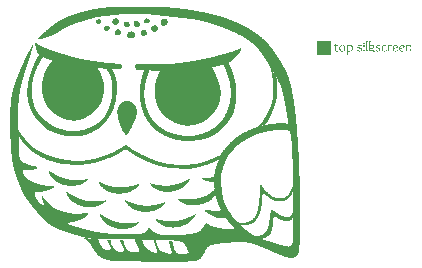
<source format=gto>
G04 #@! TF.FileFunction,Legend,Top*

G04 leading zeros omitted (L); absolute data (A); 6 integer digits and 6 fractional digits *
%FSLAX66Y66*%

G04 mode (MO): millimeters (MM) *
%MOMM*%

G04 Aperture definitions *
%ADD10C,0.001X*%
%ADD11C,0.001X*%

%LPD*%
G36*
G01X11437798Y-1039682D02*
G01X11437798Y-1039682D01*
G01X11412561Y-1060716D01*
G01X11383383Y-1088119D01*
G01X11355036Y-1121184D01*
G01X11332290Y-1159205D01*
G01X11319914Y-1201473D01*
G01X11319914Y-1201473D01*
G01X11319914Y-1201473D01*
G01X11320668Y-1245498D01*
G01X11333159Y-1288213D01*
G01X11355929Y-1328046D01*
G01X11387522Y-1363424D01*
G01X11426481Y-1392776D01*
G01X11426481Y-1392776D01*
G01X11426481Y-1392776D01*
G01X11470775Y-1414044D01*
G01X11518191Y-1426505D01*
G01X11566999Y-1430595D01*
G01X11615468Y-1426749D01*
G01X11661866Y-1415400D01*
G01X11661866Y-1415400D01*
G01X11661866Y-1415400D01*
G01X11704605Y-1397018D01*
G01X11742597Y-1372224D01*
G01X11774867Y-1341680D01*
G01X11800438Y-1306048D01*
G01X11818335Y-1265988D01*
G01X11818335Y-1265988D01*
G01X11818335Y-1265988D01*
G01X11827515Y-1221526D01*
G01X11827209Y-1174647D01*
G01X11816852Y-1128953D01*
G01X11795881Y-1088046D01*
G01X11763731Y-1055529D01*
G01X11763731Y-1055529D01*
G01X11763731Y-1055529D01*
G01X11720646Y-1033470D01*
G01X11670663Y-1020090D01*
G01X11618904Y-1013219D01*
G01X11570495Y-1010687D01*
G01X11530559Y-1010326D01*
G01X11530559Y-1010326D01*
G01X11530559Y-1010326D01*
G01X11488780Y-1011479D01*
G01X11464419Y-1019556D01*
G01X11437798Y-1039682D01*
G37*
G36*
G01X8910691Y-1001718D02*
G01X8910691Y-1001718D01*
G01X8859139Y-1012814D01*
G01X8811037Y-1031404D01*
G01X8767397Y-1056722D01*
G01X8729230Y-1088001D01*
G01X8697548Y-1124477D01*
G01X8673361Y-1165382D01*
G01X8661901Y-1194734D01*
G01X8661901Y-1194734D01*
G01X8652209Y-1241014D01*
G01X8651404Y-1288620D01*
G01X8659278Y-1336113D01*
G01X8675623Y-1382055D01*
G01X8700232Y-1425006D01*
G01X8732896Y-1463530D01*
G01X8759046Y-1486041D01*
G01X8759046Y-1486041D01*
G01X8797909Y-1510689D01*
G01X8841085Y-1529485D01*
G01X8887176Y-1541864D01*
G01X8934785Y-1547259D01*
G01X8982513Y-1545105D01*
G01X9028962Y-1534836D01*
G01X9072734Y-1515886D01*
G01X9100735Y-1497384D01*
G01X9100735Y-1497384D01*
G01X9136934Y-1462890D01*
G01X9167526Y-1420839D01*
G01X9191946Y-1373324D01*
G01X9209624Y-1322438D01*
G01X9219994Y-1270275D01*
G01X9222487Y-1218929D01*
G01X9216537Y-1170493D01*
G01X9207172Y-1139766D01*
G01X9207172Y-1139766D01*
G01X9185965Y-1100648D01*
G01X9156794Y-1067910D01*
G01X9121125Y-1041525D01*
G01X9080426Y-1021464D01*
G01X9036164Y-1007699D01*
G01X8989806Y-1000203D01*
G01X8942819Y-0998947D01*
G01X8910691Y-1001718D01*
G37*
G36*
G01X20821404Y-19433064D02*
G01X20821404Y-19433064D01*
G01X20850314Y-19431639D01*
G01X20886703Y-19429355D01*
G01X20929629Y-19425749D01*
G01X20978146Y-19420360D01*
G01X21031312Y-19412723D01*
G01X21081331Y-19403749D01*
G01X21081331Y-19403749D01*
G01X21126585Y-19393990D01*
G01X21173197Y-19382127D01*
G01X21220674Y-19367931D01*
G01X21268526Y-19351172D01*
G01X21316262Y-19331619D01*
G01X21363390Y-19309043D01*
G01X21409420Y-19283214D01*
G01X21440384Y-19263305D01*
G01X21440384Y-19263305D01*
G01X21480308Y-19234083D01*
G01X21518635Y-19201968D01*
G01X21555314Y-19167211D01*
G01X21590293Y-19130062D01*
G01X21623522Y-19090771D01*
G01X21654949Y-19049590D01*
G01X21684523Y-19006769D01*
G01X21712194Y-18962558D01*
G01X21720985Y-18947555D01*
G01X21720985Y-18947555D01*
G01X21742028Y-18909492D01*
G01X21761795Y-18870514D01*
G01X21780358Y-18830467D01*
G01X21797791Y-18789200D01*
G01X21814167Y-18746559D01*
G01X21829559Y-18702393D01*
G01X21844041Y-18656549D01*
G01X21857686Y-18608873D01*
G01X21870567Y-18559214D01*
G01X21882757Y-18507419D01*
G01X21882757Y-18507419D01*
G01X21882757Y-18507419D01*
G01X21893201Y-18458895D01*
G01X21903193Y-18408741D01*
G01X21912771Y-18357219D01*
G01X21921976Y-18304589D01*
G01X21930845Y-18251112D01*
G01X21939418Y-18197048D01*
G01X21947734Y-18142658D01*
G01X21955833Y-18088202D01*
G01X21963753Y-18033942D01*
G01X21971533Y-17980138D01*
G01X21979212Y-17927051D01*
G01X21980061Y-17921208D01*
G01X21980061Y-17921208D01*
G01X21988507Y-17863478D01*
G01X21996851Y-17807166D01*
G01X22005061Y-17752479D01*
G01X22013101Y-17699624D01*
G01X22020936Y-17648808D01*
G01X22028533Y-17600237D01*
G01X22035857Y-17554121D01*
G01X22042873Y-17510664D01*
G01X22049546Y-17470076D01*
G01X22055843Y-17432562D01*
G01X22055843Y-17432562D01*
G01X22055843Y-17432562D01*
G01X22067383Y-17366985D01*
G01X22078189Y-17313130D01*
G01X22089116Y-17269868D01*
G01X22101023Y-17236067D01*
G01X22114765Y-17210598D01*
G01X22114765Y-17210598D01*
G01X22114765Y-17210598D01*
G01X22144468Y-17184265D01*
G01X22184111Y-17180401D01*
G01X22232315Y-17199196D01*
G01X22232315Y-17199196D01*
G01X22262803Y-17218449D01*
G01X22296600Y-17243197D01*
G01X22333378Y-17272182D01*
G01X22372809Y-17304147D01*
G01X22414565Y-17337835D01*
G01X22453077Y-17367987D01*
G01X22453077Y-17367987D01*
G01X22487580Y-17393861D01*
G01X22523130Y-17419436D01*
G01X22559743Y-17444756D01*
G01X22597431Y-17469865D01*
G01X22636211Y-17494808D01*
G01X22676096Y-17519630D01*
G01X22717102Y-17544375D01*
G01X22746154Y-17561484D01*
G01X22746154Y-17561484D01*
G01X22789066Y-17586150D01*
G01X22832981Y-17610551D01*
G01X22877748Y-17634416D01*
G01X22923217Y-17657476D01*
G01X22969238Y-17679463D01*
G01X23015659Y-17700106D01*
G01X23062331Y-17719136D01*
G01X23094709Y-17731224D01*
G01X23094709Y-17731224D01*
G01X23148535Y-17749218D01*
G01X23201447Y-17764603D01*
G01X23252521Y-17777515D01*
G01X23300837Y-17788090D01*
G01X23345472Y-17796467D01*
G01X23385504Y-17802782D01*
G01X23409180Y-17805913D01*
G01X23409180Y-17805913D01*
G01X23457681Y-17810254D01*
G01X23495377Y-17810122D01*
G01X23528242Y-17806166D01*
G01X23562246Y-17799038D01*
G01X23562246Y-17799038D01*
G01X23562246Y-17799038D01*
G01X23593600Y-17791094D01*
G01X23628465Y-17779571D01*
G01X23665804Y-17762497D01*
G01X23704577Y-17737903D01*
G01X23743747Y-17703818D01*
G01X23743747Y-17703818D01*
G01X23743747Y-17703818D01*
G01X23776718Y-17666358D01*
G01X23808698Y-17623430D01*
G01X23838792Y-17578519D01*
G01X23866107Y-17535112D01*
G01X23889746Y-17496694D01*
G01X23906839Y-17469720D01*
G01X23906839Y-17469720D01*
G01X23932234Y-17441548D01*
G01X23943938Y-17459959D01*
G01X23947847Y-17518791D01*
G01X23947847Y-17518791D01*
G01X23948666Y-17559586D01*
G01X23948915Y-17606669D01*
G01X23948332Y-17657644D01*
G01X23946651Y-17710116D01*
G01X23943607Y-17761690D01*
G01X23938938Y-17809971D01*
G01X23934790Y-17839147D01*
G01X23934790Y-17839147D01*
G01X23920179Y-17899241D01*
G01X23899843Y-17944314D01*
G01X23874514Y-17979111D01*
G01X23844927Y-18008377D01*
G01X23844927Y-18008377D01*
G01X23844927Y-18008377D01*
G01X23811665Y-18036118D01*
G01X23775069Y-18062851D01*
G01X23735503Y-18088091D01*
G01X23693330Y-18111354D01*
G01X23693330Y-18111354D01*
G01X23693330Y-18111354D01*
G01X23657945Y-18128150D01*
G01X23620916Y-18142917D01*
G01X23581888Y-18155284D01*
G01X23540503Y-18164882D01*
G01X23496405Y-18171343D01*
G01X23496405Y-18171343D01*
G01X23496405Y-18171343D01*
G01X23456539Y-18174064D01*
G01X23414086Y-18173909D01*
G01X23368554Y-18170555D01*
G01X23319447Y-18163681D01*
G01X23266272Y-18152965D01*
G01X23215581Y-18140064D01*
G01X23215581Y-18140064D01*
G01X23172236Y-18127253D01*
G01X23126734Y-18112367D01*
G01X23079684Y-18095670D01*
G01X23031691Y-18077427D01*
G01X22983363Y-18057902D01*
G01X22935308Y-18037358D01*
G01X22888133Y-18016061D01*
G01X22842444Y-17994274D01*
G01X22827650Y-17986948D01*
G01X22827650Y-17986948D01*
G01X22774322Y-17959365D01*
G01X22724364Y-17931917D01*
G01X22677775Y-17905038D01*
G01X22634550Y-17879161D01*
G01X22594686Y-17854720D01*
G01X22558181Y-17832149D01*
G01X22535709Y-17818353D01*
G01X22535709Y-17818353D01*
G01X22485911Y-17789005D01*
G01X22444545Y-17767739D01*
G01X22410695Y-17755417D01*
G01X22383446Y-17752899D01*
G01X22383446Y-17752899D01*
G01X22383446Y-17752899D01*
G01X22354768Y-17767288D01*
G01X22333481Y-17801618D01*
G01X22318549Y-17850074D01*
G01X22318549Y-17850074D01*
G01X22310932Y-17887944D01*
G01X22304254Y-17931196D01*
G01X22298426Y-17978584D01*
G01X22293360Y-18028863D01*
G01X22288970Y-18080787D01*
G01X22288970Y-18080787D01*
G01X22288970Y-18080787D01*
G01X22285648Y-18125609D01*
G01X22282420Y-18171391D01*
G01X22278986Y-18218549D01*
G01X22275044Y-18267497D01*
G01X22270292Y-18318652D01*
G01X22265188Y-18365954D01*
G01X22265188Y-18365954D01*
G01X22259937Y-18408706D01*
G01X22253932Y-18452812D01*
G01X22247215Y-18497938D01*
G01X22239830Y-18543747D01*
G01X22231821Y-18589905D01*
G01X22223231Y-18636076D01*
G01X22214104Y-18681925D01*
G01X22207493Y-18713301D01*
G01X22207493Y-18713301D01*
G01X22195988Y-18764649D01*
G01X22183899Y-18814779D01*
G01X22171246Y-18863722D01*
G01X22158052Y-18911510D01*
G01X22144336Y-18958173D01*
G01X22130119Y-19003743D01*
G01X22120373Y-19033531D01*
G01X22120373Y-19033531D01*
G01X22103294Y-19082989D01*
G01X22085370Y-19130547D01*
G01X22066328Y-19175719D01*
G01X22045897Y-19218016D01*
G01X22023807Y-19256953D01*
G01X22002720Y-19288128D01*
G01X22002720Y-19288128D01*
G01X21972074Y-19324764D01*
G01X21938673Y-19356706D01*
G01X21902717Y-19385273D01*
G01X21864406Y-19411783D01*
G01X21823939Y-19437554D01*
G01X21823939Y-19437554D01*
G01X21823939Y-19437554D01*
G01X21788009Y-19459656D01*
G01X21750675Y-19481860D01*
G01X21711853Y-19503912D01*
G01X21671455Y-19525554D01*
G01X21629397Y-19546533D01*
G01X21590840Y-19564288D01*
G01X21590840Y-19564288D01*
G01X21545708Y-19583261D01*
G01X21500149Y-19600575D01*
G01X21455446Y-19615770D01*
G01X21412881Y-19628385D01*
G01X21373737Y-19637960D01*
G01X21343063Y-19643517D01*
G01X21343063Y-19643517D01*
G01X21300395Y-19646052D01*
G01X21261666Y-19639877D01*
G01X21218042Y-19624768D01*
G01X21160685Y-19600502D01*
G01X21160685Y-19600502D01*
G01X21160685Y-19600502D01*
G01X21116822Y-19581681D01*
G01X21067638Y-19560666D01*
G01X21015844Y-19538595D01*
G01X20964148Y-19516607D01*
G01X20915259Y-19495840D01*
G01X20871888Y-19477432D01*
G01X20847376Y-19467032D01*
G01X20847376Y-19467032D01*
G01X20796058Y-19444361D01*
G01X20790441Y-19435666D01*
G01X20821405Y-19433075D01*
G37*
G36*
G01X19277922Y-18249470D02*
G01X19277922Y-18249470D01*
G01X19302484Y-18257771D01*
G01X19337627Y-18268293D01*
G01X19384186Y-18279867D01*
G01X19442995Y-18291325D01*
G01X19442995Y-18291325D01*
G01X19442995Y-18291325D01*
G01X19484427Y-18297652D01*
G01X19530057Y-18303208D01*
G01X19579267Y-18307669D01*
G01X19631442Y-18310711D01*
G01X19685963Y-18312012D01*
G01X19742215Y-18311247D01*
G01X19780373Y-18309431D01*
G01X19780373Y-18309431D01*
G01X19830479Y-18305364D01*
G01X19880949Y-18299360D01*
G01X19931555Y-18291436D01*
G01X19982067Y-18281605D01*
G01X20032256Y-18269885D01*
G01X20081893Y-18256291D01*
G01X20130749Y-18240839D01*
G01X20163994Y-18229060D01*
G01X20163994Y-18229060D01*
G01X20211087Y-18210469D01*
G01X20257183Y-18189917D01*
G01X20302408Y-18167288D01*
G01X20346892Y-18142465D01*
G01X20390763Y-18115332D01*
G01X20434150Y-18085774D01*
G01X20477180Y-18053673D01*
G01X20506828Y-18029899D01*
G01X20506828Y-18029899D01*
G01X20539676Y-18001917D01*
G01X20572327Y-17972158D01*
G01X20604634Y-17940489D01*
G01X20636453Y-17906779D01*
G01X20667637Y-17870895D01*
G01X20698041Y-17832705D01*
G01X20727518Y-17792075D01*
G01X20755924Y-17748875D01*
G01X20783113Y-17702970D01*
G01X20808938Y-17654230D01*
G01X20808938Y-17654230D01*
G01X20808938Y-17654230D01*
G01X20828550Y-17613106D01*
G01X20847269Y-17570068D01*
G01X20865156Y-17525128D01*
G01X20882267Y-17478299D01*
G01X20898662Y-17429595D01*
G01X20914398Y-17379027D01*
G01X20929535Y-17326610D01*
G01X20944129Y-17272356D01*
G01X20958240Y-17216277D01*
G01X20971926Y-17158387D01*
G01X20985244Y-17098699D01*
G01X20998254Y-17037226D01*
G01X21004661Y-17005824D01*
G01X21004661Y-17005824D01*
G01X21014165Y-16957885D01*
G01X21023525Y-16908938D01*
G01X21032721Y-16858985D01*
G01X21041729Y-16808030D01*
G01X21050528Y-16756074D01*
G01X21059095Y-16703120D01*
G01X21067409Y-16649170D01*
G01X21075447Y-16594227D01*
G01X21083188Y-16538293D01*
G01X21090608Y-16481371D01*
G01X21097686Y-16423463D01*
G01X21104400Y-16364571D01*
G01X21110727Y-16304698D01*
G01X21116646Y-16243847D01*
G01X21122134Y-16182019D01*
G01X21127169Y-16119217D01*
G01X21130263Y-16076810D01*
G01X21130263Y-16076810D01*
G01X21134509Y-16012445D01*
G01X21138329Y-15947468D01*
G01X21141788Y-15882253D01*
G01X21144947Y-15817173D01*
G01X21147869Y-15752602D01*
G01X21150618Y-15688912D01*
G01X21153257Y-15626476D01*
G01X21155848Y-15565668D01*
G01X21158455Y-15506862D01*
G01X21161140Y-15450430D01*
G01X21163967Y-15396746D01*
G01X21166998Y-15346183D01*
G01X21170298Y-15299113D01*
G01X21173927Y-15255912D01*
G01X21177950Y-15216951D01*
G01X21182430Y-15182604D01*
G01X21185701Y-15162453D01*
G01X21185701Y-15162453D01*
G01X21202297Y-15101552D01*
G01X21222911Y-15075899D01*
G01X21247040Y-15078759D01*
G01X21274183Y-15103393D01*
G01X21303839Y-15143064D01*
G01X21331694Y-15185179D01*
G01X21331694Y-15185179D01*
G01X21354950Y-15220799D01*
G01X21379278Y-15257553D01*
G01X21404974Y-15295406D01*
G01X21432332Y-15334326D01*
G01X21461645Y-15374279D01*
G01X21493209Y-15415231D01*
G01X21527319Y-15457149D01*
G01X21564268Y-15500000D01*
G01X21577266Y-15514485D01*
G01X21577266Y-15514485D01*
G01X21611262Y-15551087D01*
G01X21647126Y-15588075D01*
G01X21684487Y-15625229D01*
G01X21722979Y-15662329D01*
G01X21762232Y-15699156D01*
G01X21801878Y-15735488D01*
G01X21841550Y-15771106D01*
G01X21880877Y-15805791D01*
G01X21919493Y-15839321D01*
G01X21957028Y-15871478D01*
G01X21957028Y-15871478D01*
G01X21957028Y-15871478D01*
G01X22000248Y-15907936D01*
G01X22041970Y-15942066D01*
G01X22083028Y-15974027D01*
G01X22124256Y-16003980D01*
G01X22166485Y-16032084D01*
G01X22210551Y-16058500D01*
G01X22257286Y-16083389D01*
G01X22307524Y-16106910D01*
G01X22325193Y-16114474D01*
G01X22325193Y-16114474D01*
G01X22371335Y-16132741D01*
G01X22419808Y-16149978D01*
G01X22470081Y-16166085D01*
G01X22521623Y-16180960D01*
G01X22573901Y-16194502D01*
G01X22626383Y-16206610D01*
G01X22678539Y-16217183D01*
G01X22729836Y-16226119D01*
G01X22779743Y-16233318D01*
G01X22827727Y-16238678D01*
G01X22827727Y-16238678D01*
G01X22827727Y-16238678D01*
G01X22886546Y-16242744D01*
G01X22941583Y-16243474D01*
G01X22993410Y-16240859D01*
G01X23042599Y-16234889D01*
G01X23089721Y-16225555D01*
G01X23135348Y-16212846D01*
G01X23180052Y-16196752D01*
G01X23210761Y-16183622D01*
G01X23210761Y-16183622D01*
G01X23255167Y-16161767D01*
G01X23299433Y-16136767D01*
G01X23343115Y-16109055D01*
G01X23385767Y-16079063D01*
G01X23426945Y-16047226D01*
G01X23466204Y-16013977D01*
G01X23503099Y-15979749D01*
G01X23527022Y-15955706D01*
G01X23527022Y-15955706D01*
G01X23559126Y-15920624D01*
G01X23588714Y-15884855D01*
G01X23616241Y-15848075D01*
G01X23642157Y-15809958D01*
G01X23666917Y-15770180D01*
G01X23690973Y-15728417D01*
G01X23714778Y-15684342D01*
G01X23731349Y-15652304D01*
G01X23731349Y-15652304D01*
G01X23755703Y-15603666D01*
G01X23780270Y-15553264D01*
G01X23804538Y-15502648D01*
G01X23827998Y-15453366D01*
G01X23850139Y-15406966D01*
G01X23870452Y-15364998D01*
G01X23888426Y-15329009D01*
G01X23899231Y-15308411D01*
G01X23899231Y-15308411D01*
G01X23927660Y-15266525D01*
G01X23940795Y-15280920D01*
G01X23944436Y-15345002D01*
G01X23944436Y-15345002D01*
G01X23944547Y-15384525D01*
G01X23943770Y-15430331D01*
G01X23941793Y-15480892D01*
G01X23938301Y-15534682D01*
G01X23932982Y-15590172D01*
G01X23925523Y-15645836D01*
G01X23915610Y-15700146D01*
G01X23907146Y-15736149D01*
G01X23907146Y-15736149D01*
G01X23892471Y-15784973D01*
G01X23875083Y-15830222D01*
G01X23855248Y-15872345D01*
G01X23833231Y-15911794D01*
G01X23809301Y-15949020D01*
G01X23783724Y-15984475D01*
G01X23756766Y-16018609D01*
G01X23737434Y-16041704D01*
G01X23737434Y-16041704D01*
G01X23704235Y-16079504D01*
G01X23669920Y-16116325D01*
G01X23634566Y-16151984D01*
G01X23598252Y-16186296D01*
G01X23561056Y-16219079D01*
G01X23523055Y-16250147D01*
G01X23497313Y-16269816D01*
G01X23497313Y-16269816D01*
G01X23457973Y-16297749D01*
G01X23417830Y-16323846D01*
G01X23377169Y-16348089D01*
G01X23336277Y-16370459D01*
G01X23295439Y-16390937D01*
G01X23254941Y-16409504D01*
G01X23228271Y-16420811D01*
G01X23228271Y-16420811D01*
G01X23188681Y-16436182D01*
G01X23148782Y-16449572D01*
G01X23107623Y-16460848D01*
G01X23064253Y-16469875D01*
G01X23017721Y-16476519D01*
G01X22967074Y-16480645D01*
G01X22930555Y-16481930D01*
G01X22930555Y-16481930D01*
G01X22883586Y-16481874D01*
G01X22833670Y-16480121D01*
G01X22781431Y-16476728D01*
G01X22727492Y-16471753D01*
G01X22672477Y-16465253D01*
G01X22617008Y-16457286D01*
G01X22561711Y-16447908D01*
G01X22507207Y-16437177D01*
G01X22489324Y-16433310D01*
G01X22489324Y-16433310D01*
G01X22436727Y-16420824D01*
G01X22385546Y-16406872D01*
G01X22335518Y-16391251D01*
G01X22286383Y-16373762D01*
G01X22237877Y-16354203D01*
G01X22189740Y-16332373D01*
G01X22141710Y-16308071D01*
G01X22093524Y-16281097D01*
G01X22077383Y-16271477D01*
G01X22077383Y-16271477D01*
G01X22036834Y-16246054D01*
G01X21996171Y-16218886D01*
G01X21955611Y-16190256D01*
G01X21915367Y-16160447D01*
G01X21875657Y-16129745D01*
G01X21836696Y-16098432D01*
G01X21798699Y-16066793D01*
G01X21761881Y-16035112D01*
G01X21726460Y-16003672D01*
G01X21692649Y-15972758D01*
G01X21692649Y-15972758D01*
G01X21692649Y-15972758D01*
G01X21645321Y-15928005D01*
G01X21602167Y-15886071D01*
G01X21563232Y-15847939D01*
G01X21528562Y-15814592D01*
G01X21498204Y-15787014D01*
G01X21472204Y-15766185D01*
G01X21457313Y-15756536D01*
G01X21457313Y-15756536D01*
G01X21428195Y-15748553D01*
G01X21408404Y-15763438D01*
G01X21394976Y-15800690D01*
G01X21384949Y-15859804D01*
G01X21384949Y-15859804D01*
G01X21384949Y-15859804D01*
G01X21380520Y-15895889D01*
G01X21376168Y-15936872D01*
G01X21371885Y-15982469D01*
G01X21367661Y-16032395D01*
G01X21363489Y-16086365D01*
G01X21359360Y-16144095D01*
G01X21355265Y-16205301D01*
G01X21351195Y-16269697D01*
G01X21349843Y-16291822D01*
G01X21349843Y-16291822D01*
G01X21347119Y-16337110D01*
G01X21344287Y-16383804D01*
G01X21341242Y-16431847D01*
G01X21337882Y-16481180D01*
G01X21334103Y-16531744D01*
G01X21329803Y-16583482D01*
G01X21324876Y-16636337D01*
G01X21319222Y-16690249D01*
G01X21312736Y-16745161D01*
G01X21305314Y-16801014D01*
G01X21296855Y-16857752D01*
G01X21287254Y-16915315D01*
G01X21281993Y-16944388D01*
G01X21281993Y-16944388D01*
G01X21272014Y-16995725D01*
G01X21261087Y-17047535D01*
G01X21249269Y-17099639D01*
G01X21236616Y-17151857D01*
G01X21223185Y-17204010D01*
G01X21209033Y-17255919D01*
G01X21194215Y-17307405D01*
G01X21178790Y-17358288D01*
G01X21162812Y-17408390D01*
G01X21146340Y-17457531D01*
G01X21129430Y-17505532D01*
G01X21112137Y-17552215D01*
G01X21094520Y-17597398D01*
G01X21076634Y-17640905D01*
G01X21071483Y-17653002D01*
G01X21071483Y-17653002D01*
G01X21045496Y-17711194D01*
G01X21019193Y-17765692D01*
G01X20992660Y-17816683D01*
G01X20965987Y-17864351D01*
G01X20939258Y-17908880D01*
G01X20912563Y-17950457D01*
G01X20885989Y-17989265D01*
G01X20859622Y-18025491D01*
G01X20833550Y-18059318D01*
G01X20807862Y-18090932D01*
G01X20807862Y-18090932D01*
G01X20807862Y-18090932D01*
G01X20770102Y-18134559D01*
G01X20732825Y-18174025D01*
G01X20695430Y-18209773D01*
G01X20657313Y-18242243D01*
G01X20617873Y-18271878D01*
G01X20576507Y-18299118D01*
G01X20547561Y-18316166D01*
G01X20547561Y-18316166D01*
G01X20508091Y-18337177D01*
G01X20466704Y-18356882D01*
G01X20423632Y-18375252D01*
G01X20379103Y-18392261D01*
G01X20333348Y-18407880D01*
G01X20286595Y-18422082D01*
G01X20239074Y-18434838D01*
G01X20205846Y-18442809D01*
G01X20205846Y-18442809D01*
G01X20157365Y-18453101D01*
G01X20108420Y-18462074D01*
G01X20059314Y-18469869D01*
G01X20010353Y-18476627D01*
G01X19961843Y-18482489D01*
G01X19914089Y-18487597D01*
G01X19867396Y-18492093D01*
G01X19835853Y-18494921D01*
G01X19835853Y-18494921D01*
G01X19777943Y-18499776D01*
G01X19722760Y-18503900D01*
G01X19671426Y-18507116D01*
G01X19625061Y-18509248D01*
G01X19584788Y-18510120D01*
G01X19555206Y-18509700D01*
G01X19555206Y-18509700D01*
G01X19507894Y-18503239D01*
G01X19474399Y-18484350D01*
G01X19439675Y-18449702D01*
G01X19439675Y-18449702D01*
G01X19410849Y-18418243D01*
G01X19378135Y-18382028D01*
G01X19344674Y-18344687D01*
G01X19313605Y-18309845D01*
G01X19288068Y-18281133D01*
G01X19288068Y-18281133D01*
G01X19288068Y-18281133D01*
G01X19259643Y-18246627D01*
G01X19277921Y-18249469D01*
G01X19277921Y-18249469D01*
G37*
G36*
G01X12543032Y-18026925D02*
G01X12543032Y-18026925D01*
G01X12573834Y-18034546D01*
G01X12611269Y-18043645D01*
G01X12654866Y-18053935D01*
G01X12704155Y-18065129D01*
G01X12758667Y-18076940D01*
G01X12817932Y-18089081D01*
G01X12881479Y-18101266D01*
G01X12927735Y-18109577D01*
G01X12927735Y-18109577D01*
G01X12970202Y-18116784D01*
G01X13013839Y-18123766D01*
G01X13058651Y-18130483D01*
G01X13104640Y-18136894D01*
G01X13151810Y-18142961D01*
G01X13200166Y-18148643D01*
G01X13249709Y-18153902D01*
G01X13300444Y-18158696D01*
G01X13352375Y-18162988D01*
G01X13405504Y-18166737D01*
G01X13459836Y-18169904D01*
G01X13515374Y-18172448D01*
G01X13543596Y-18173475D01*
G01X13543596Y-18173475D01*
G01X13593679Y-18174849D01*
G01X13644586Y-18175632D01*
G01X13696270Y-18175761D01*
G01X13748683Y-18175174D01*
G01X13801778Y-18173811D01*
G01X13855506Y-18171608D01*
G01X13909820Y-18168504D01*
G01X13964672Y-18164437D01*
G01X14020015Y-18159345D01*
G01X14075799Y-18153166D01*
G01X14131979Y-18145838D01*
G01X14188505Y-18137300D01*
G01X14245330Y-18127490D01*
G01X14302406Y-18116345D01*
G01X14318753Y-18112907D01*
G01X14318753Y-18112907D01*
G01X14367874Y-18101909D01*
G01X14417047Y-18089951D01*
G01X14466180Y-18077114D01*
G01X14515178Y-18063479D01*
G01X14563951Y-18049127D01*
G01X14612405Y-18034139D01*
G01X14660449Y-18018596D01*
G01X14707988Y-18002579D01*
G01X14754931Y-17986168D01*
G01X14801185Y-17969445D01*
G01X14846657Y-17952490D01*
G01X14891255Y-17935384D01*
G01X14934887Y-17918209D01*
G01X14977459Y-17901044D01*
G01X15018879Y-17883972D01*
G01X15059054Y-17867072D01*
G01X15085101Y-17855942D01*
G01X15085101Y-17855942D01*
G01X15147754Y-17828594D01*
G01X15207005Y-17801946D01*
G01X15262847Y-17776096D01*
G01X15315272Y-17751143D01*
G01X15364273Y-17727187D01*
G01X15409843Y-17704326D01*
G01X15451973Y-17682660D01*
G01X15490657Y-17662286D01*
G01X15525887Y-17643303D01*
G01X15557655Y-17625812D01*
G01X15557655Y-17625812D01*
G01X15557655Y-17625812D01*
G01X15622955Y-17588942D01*
G01X15669785Y-17563296D01*
G01X15699803Y-17550968D01*
G01X15714667Y-17554053D01*
G01X15714667Y-17554053D01*
G01X15714667Y-17554053D01*
G01X15715891Y-17574138D01*
G01X15704439Y-17610439D01*
G01X15681151Y-17661491D01*
G01X15646867Y-17725829D01*
G01X15646867Y-17725829D01*
G01X15646867Y-17725829D01*
G01X15626704Y-17760968D01*
G01X15603946Y-17798568D01*
G01X15578304Y-17838419D01*
G01X15549490Y-17880311D01*
G01X15517215Y-17924031D01*
G01X15481193Y-17969370D01*
G01X15441135Y-18016116D01*
G01X15396752Y-18064057D01*
G01X15380947Y-18080267D01*
G01X15380947Y-18080267D01*
G01X15347786Y-18112956D01*
G01X15312560Y-18145886D01*
G01X15275272Y-18178926D01*
G01X15235920Y-18211942D01*
G01X15194507Y-18244803D01*
G01X15151032Y-18277376D01*
G01X15105496Y-18309528D01*
G01X15057900Y-18341128D01*
G01X15008245Y-18372042D01*
G01X14956530Y-18402139D01*
G01X14902758Y-18431286D01*
G01X14846928Y-18459351D01*
G01X14818241Y-18472936D01*
G01X14818241Y-18472936D01*
G01X14774279Y-18492710D01*
G01X14729318Y-18511736D01*
G01X14683501Y-18529995D01*
G01X14636971Y-18547468D01*
G01X14589870Y-18564136D01*
G01X14542341Y-18579981D01*
G01X14494527Y-18594983D01*
G01X14446570Y-18609123D01*
G01X14398613Y-18622383D01*
G01X14350799Y-18634744D01*
G01X14303269Y-18646186D01*
G01X14256168Y-18656692D01*
G01X14209636Y-18666241D01*
G01X14163818Y-18674814D01*
G01X14118855Y-18682394D01*
G01X14074891Y-18688961D01*
G01X14046207Y-18692767D01*
G01X14046207Y-18692767D01*
G01X13990236Y-18698986D01*
G01X13935939Y-18703427D01*
G01X13883237Y-18706222D01*
G01X13832050Y-18707504D01*
G01X13782302Y-18707402D01*
G01X13733911Y-18706049D01*
G01X13686801Y-18703576D01*
G01X13640893Y-18700115D01*
G01X13596107Y-18695796D01*
G01X13552364Y-18690752D01*
G01X13509588Y-18685113D01*
G01X13467697Y-18679011D01*
G01X13447060Y-18675827D01*
G01X13447060Y-18675827D01*
G01X13396127Y-18667527D01*
G01X13345990Y-18658622D01*
G01X13296592Y-18648957D01*
G01X13247875Y-18638381D01*
G01X13199782Y-18626739D01*
G01X13152257Y-18613878D01*
G01X13105243Y-18599644D01*
G01X13058682Y-18583885D01*
G01X13012519Y-18566446D01*
G01X12966695Y-18547175D01*
G01X12966695Y-18547175D01*
G01X12966695Y-18547175D01*
G01X12921193Y-18525974D01*
G01X12876125Y-18502967D01*
G01X12831632Y-18478325D01*
G01X12787853Y-18452222D01*
G01X12744927Y-18424831D01*
G01X12702995Y-18396325D01*
G01X12662194Y-18366877D01*
G01X12622666Y-18336661D01*
G01X12584549Y-18305850D01*
G01X12547984Y-18274616D01*
G01X12547984Y-18274616D01*
G01X12547984Y-18274616D01*
G01X12496624Y-18227685D01*
G01X12450443Y-18181883D01*
G01X12410443Y-18138457D01*
G01X12377626Y-18098651D01*
G01X12352994Y-18063711D01*
G01X12337550Y-18034881D01*
G01X12332853Y-18019671D01*
G01X12332853Y-18019671D01*
G01X12348606Y-17992717D01*
G01X12393055Y-17992186D01*
G01X12436012Y-18000850D01*
G01X12436012Y-18000850D01*
G01X12465091Y-18007710D01*
G01X12493780Y-18014706D01*
G01X12543032Y-18026920D01*
G37*
G36*
G01X12082159Y-15012021D02*
G01X12082159Y-15012021D01*
G01X12112961Y-15019642D01*
G01X12150395Y-15028741D01*
G01X12193991Y-15039031D01*
G01X12243280Y-15050225D01*
G01X12297791Y-15062036D01*
G01X12357054Y-15074177D01*
G01X12420601Y-15086361D01*
G01X12466857Y-15094671D01*
G01X12466857Y-15094671D01*
G01X12509324Y-15101879D01*
G01X12552961Y-15108861D01*
G01X12597773Y-15115577D01*
G01X12643762Y-15121989D01*
G01X12690933Y-15128055D01*
G01X12739288Y-15133738D01*
G01X12788831Y-15138996D01*
G01X12839567Y-15143791D01*
G01X12891497Y-15148082D01*
G01X12944627Y-15151831D01*
G01X12998959Y-15154998D01*
G01X13054497Y-15157543D01*
G01X13082719Y-15158569D01*
G01X13082719Y-15158569D01*
G01X13132801Y-15159943D01*
G01X13183708Y-15160726D01*
G01X13235392Y-15160855D01*
G01X13287805Y-15160268D01*
G01X13340900Y-15158905D01*
G01X13394628Y-15156702D01*
G01X13448942Y-15153598D01*
G01X13503794Y-15149531D01*
G01X13559137Y-15144439D01*
G01X13614921Y-15138260D01*
G01X13671101Y-15130932D01*
G01X13727627Y-15122394D01*
G01X13784452Y-15112584D01*
G01X13841528Y-15101439D01*
G01X13857875Y-15098000D01*
G01X13857875Y-15098000D01*
G01X13906996Y-15087002D01*
G01X13956170Y-15075044D01*
G01X14005302Y-15062207D01*
G01X14054301Y-15048573D01*
G01X14103074Y-15034221D01*
G01X14151528Y-15019233D01*
G01X14199571Y-15003690D01*
G01X14247110Y-14987673D01*
G01X14294053Y-14971262D01*
G01X14340307Y-14954539D01*
G01X14385780Y-14937584D01*
G01X14430378Y-14920478D01*
G01X14474009Y-14903303D01*
G01X14516581Y-14886138D01*
G01X14558002Y-14869066D01*
G01X14598177Y-14852167D01*
G01X14624224Y-14841037D01*
G01X14624224Y-14841037D01*
G01X14686876Y-14813689D01*
G01X14746127Y-14787040D01*
G01X14801970Y-14761190D01*
G01X14854396Y-14736238D01*
G01X14903398Y-14712282D01*
G01X14948968Y-14689421D01*
G01X14991099Y-14667754D01*
G01X15029784Y-14647380D01*
G01X15065014Y-14628398D01*
G01X15096782Y-14610906D01*
G01X15096782Y-14610906D01*
G01X15096782Y-14610906D01*
G01X15162081Y-14574036D01*
G01X15208910Y-14548390D01*
G01X15238928Y-14536062D01*
G01X15253791Y-14539147D01*
G01X15253791Y-14539147D01*
G01X15253791Y-14539147D01*
G01X15255013Y-14559232D01*
G01X15243561Y-14595533D01*
G01X15220274Y-14646585D01*
G01X15185989Y-14710924D01*
G01X15185989Y-14710924D01*
G01X15185989Y-14710924D01*
G01X15165827Y-14746062D01*
G01X15143068Y-14783662D01*
G01X15117426Y-14823513D01*
G01X15088612Y-14865405D01*
G01X15056338Y-14909125D01*
G01X15020316Y-14954463D01*
G01X14980258Y-15001209D01*
G01X14935876Y-15049150D01*
G01X14920071Y-15065360D01*
G01X14920071Y-15065360D01*
G01X14886910Y-15098049D01*
G01X14851684Y-15130979D01*
G01X14814396Y-15164019D01*
G01X14775044Y-15197035D01*
G01X14733631Y-15229896D01*
G01X14690156Y-15262469D01*
G01X14644620Y-15294622D01*
G01X14597024Y-15326222D01*
G01X14547368Y-15357137D01*
G01X14495653Y-15387234D01*
G01X14441880Y-15416381D01*
G01X14386050Y-15444446D01*
G01X14357363Y-15458031D01*
G01X14357363Y-15458031D01*
G01X14313401Y-15477805D01*
G01X14268440Y-15496831D01*
G01X14222623Y-15515090D01*
G01X14176092Y-15532563D01*
G01X14128992Y-15549231D01*
G01X14081463Y-15565076D01*
G01X14033649Y-15580078D01*
G01X13985692Y-15594218D01*
G01X13937735Y-15607478D01*
G01X13889920Y-15619839D01*
G01X13842391Y-15631281D01*
G01X13795289Y-15641786D01*
G01X13748758Y-15651335D01*
G01X13702940Y-15659909D01*
G01X13657977Y-15667489D01*
G01X13614013Y-15674056D01*
G01X13585329Y-15677862D01*
G01X13585329Y-15677862D01*
G01X13529358Y-15684079D01*
G01X13475061Y-15688519D01*
G01X13422359Y-15691314D01*
G01X13371172Y-15692595D01*
G01X13321424Y-15692494D01*
G01X13273033Y-15691141D01*
G01X13225923Y-15688669D01*
G01X13180015Y-15685208D01*
G01X13135229Y-15680889D01*
G01X13091486Y-15675845D01*
G01X13048710Y-15670207D01*
G01X13006819Y-15664105D01*
G01X12986182Y-15660922D01*
G01X12986182Y-15660922D01*
G01X12935249Y-15652621D01*
G01X12885113Y-15643716D01*
G01X12835715Y-15634052D01*
G01X12786998Y-15623476D01*
G01X12738906Y-15611834D01*
G01X12691382Y-15598973D01*
G01X12644368Y-15584739D01*
G01X12597807Y-15568980D01*
G01X12551643Y-15551541D01*
G01X12505819Y-15532269D01*
G01X12505819Y-15532269D01*
G01X12505819Y-15532269D01*
G01X12460316Y-15511069D01*
G01X12415248Y-15488061D01*
G01X12370755Y-15463419D01*
G01X12326976Y-15437316D01*
G01X12284050Y-15409924D01*
G01X12242117Y-15381418D01*
G01X12201316Y-15351971D01*
G01X12161788Y-15321755D01*
G01X12123671Y-15290943D01*
G01X12087106Y-15259709D01*
G01X12087106Y-15259709D01*
G01X12087106Y-15259709D01*
G01X12035746Y-15212779D01*
G01X11989565Y-15166978D01*
G01X11949566Y-15123552D01*
G01X11916749Y-15083747D01*
G01X11892118Y-15048807D01*
G01X11876675Y-15019978D01*
G01X11871978Y-15004768D01*
G01X11871978Y-15004768D01*
G01X11887731Y-14977812D01*
G01X11932178Y-14977280D01*
G01X11975133Y-14985947D01*
G01X11975133Y-14985947D01*
G01X12004214Y-14992807D01*
G01X12032906Y-14999804D01*
G01X12082159Y-15012022D01*
G37*
G36*
G01X9955408Y-16464635D02*
G01X9955408Y-16464635D01*
G01X9984418Y-16477491D01*
G01X10019704Y-16492952D01*
G01X10060852Y-16510656D01*
G01X10107448Y-16530238D01*
G01X10159081Y-16551335D01*
G01X10215336Y-16573583D01*
G01X10275802Y-16596617D01*
G01X10319912Y-16612834D01*
G01X10319912Y-16612834D01*
G01X10360482Y-16627306D01*
G01X10402244Y-16641759D01*
G01X10445208Y-16656155D01*
G01X10489386Y-16670455D01*
G01X10534786Y-16684620D01*
G01X10581420Y-16698613D01*
G01X10629298Y-16712395D01*
G01X10678429Y-16725927D01*
G01X10728826Y-16739172D01*
G01X10780497Y-16752089D01*
G01X10833454Y-16764643D01*
G01X10887706Y-16776793D01*
G01X10915321Y-16782704D01*
G01X10915321Y-16782704D01*
G01X10964403Y-16792754D01*
G01X11014400Y-16802365D01*
G01X11065276Y-16811468D01*
G01X11116995Y-16819994D01*
G01X11169519Y-16827873D01*
G01X11222814Y-16835035D01*
G01X11276841Y-16841411D01*
G01X11331566Y-16846932D01*
G01X11386952Y-16851529D01*
G01X11442962Y-16855131D01*
G01X11499561Y-16857669D01*
G01X11556711Y-16859075D01*
G01X11614377Y-16859278D01*
G01X11672523Y-16858209D01*
G01X11689219Y-16857661D01*
G01X11689219Y-16857661D01*
G01X11739504Y-16855360D01*
G01X11790006Y-16852122D01*
G01X11840621Y-16848012D01*
G01X11891244Y-16843094D01*
G01X11941768Y-16837429D01*
G01X11992088Y-16831083D01*
G01X12042100Y-16824119D01*
G01X12091699Y-16816600D01*
G01X12140778Y-16808590D01*
G01X12189233Y-16800153D01*
G01X12236959Y-16791351D01*
G01X12283849Y-16782250D01*
G01X12329800Y-16772912D01*
G01X12374706Y-16763401D01*
G01X12418462Y-16753780D01*
G01X12460962Y-16744114D01*
G01X12488546Y-16737675D01*
G01X12488546Y-16737675D01*
G01X12554996Y-16721623D01*
G01X12617974Y-16705669D01*
G01X12677457Y-16689909D01*
G01X12733419Y-16674439D01*
G01X12785836Y-16659356D01*
G01X12834684Y-16644755D01*
G01X12879938Y-16630732D01*
G01X12921573Y-16617385D01*
G01X12959565Y-16604808D01*
G01X12993890Y-16593097D01*
G01X12993890Y-16593097D01*
G01X12993890Y-16593097D01*
G01X13064601Y-16568126D01*
G01X13115170Y-16551002D01*
G01X13146869Y-16544074D01*
G01X13160970Y-16549691D01*
G01X13160970Y-16549691D01*
G01X13160970Y-16549691D01*
G01X13158687Y-16569684D01*
G01X13141105Y-16603445D01*
G01X13109306Y-16649678D01*
G01X13064370Y-16707085D01*
G01X13064370Y-16707085D01*
G01X13064370Y-16707085D01*
G01X13038412Y-16738189D01*
G01X13009470Y-16771266D01*
G01X12977297Y-16806060D01*
G01X12941646Y-16842312D01*
G01X12902270Y-16879764D01*
G01X12858922Y-16918159D01*
G01X12811355Y-16957238D01*
G01X12759323Y-16996745D01*
G01X12740943Y-17009964D01*
G01X12740943Y-17009964D01*
G01X12702610Y-17036398D01*
G01X12662202Y-17062711D01*
G01X12619742Y-17088773D01*
G01X12575256Y-17114455D01*
G01X12528765Y-17139625D01*
G01X12480294Y-17164154D01*
G01X12429867Y-17187911D01*
G01X12377507Y-17210766D01*
G01X12323237Y-17232588D01*
G01X12267082Y-17253248D01*
G01X12209064Y-17272615D01*
G01X12149208Y-17290558D01*
G01X12118599Y-17298956D01*
G01X12118599Y-17298956D01*
G01X12071870Y-17310795D01*
G01X12024288Y-17321725D01*
G01X11975997Y-17331750D01*
G01X11927139Y-17340878D01*
G01X11877860Y-17349114D01*
G01X11828301Y-17356464D01*
G01X11778608Y-17362935D01*
G01X11728925Y-17368533D01*
G01X11679393Y-17373264D01*
G01X11630159Y-17377134D01*
G01X11581365Y-17380149D01*
G01X11533155Y-17382315D01*
G01X11485672Y-17383639D01*
G01X11439061Y-17384126D01*
G01X11393466Y-17383783D01*
G01X11349029Y-17382617D01*
G01X11320120Y-17381384D01*
G01X11320120Y-17381384D01*
G01X11263920Y-17377788D01*
G01X11209677Y-17372733D01*
G01X11157290Y-17366335D01*
G01X11106659Y-17358709D01*
G01X11057684Y-17349970D01*
G01X11010264Y-17340235D01*
G01X10964299Y-17329620D01*
G01X10919688Y-17318239D01*
G01X10876333Y-17306209D01*
G01X10834131Y-17293646D01*
G01X10792983Y-17280665D01*
G01X10752789Y-17267381D01*
G01X10733018Y-17260662D01*
G01X10733018Y-17260662D01*
G01X10684300Y-17243643D01*
G01X10636472Y-17226167D01*
G01X10589502Y-17208071D01*
G01X10543363Y-17189196D01*
G01X10498023Y-17169380D01*
G01X10453454Y-17148462D01*
G01X10409626Y-17126280D01*
G01X10366509Y-17102675D01*
G01X10324075Y-17077485D01*
G01X10282293Y-17050548D01*
G01X10282293Y-17050548D01*
G01X10282293Y-17050548D01*
G01X10241163Y-17021768D01*
G01X10200776Y-16991284D01*
G01X10161237Y-16959290D01*
G01X10122656Y-16925981D01*
G01X10085139Y-16891552D01*
G01X10048793Y-16856198D01*
G01X10013726Y-16820113D01*
G01X9980046Y-16783492D01*
G01X9947858Y-16746529D01*
G01X9917272Y-16709421D01*
G01X9917272Y-16709421D01*
G01X9917272Y-16709421D01*
G01X9874842Y-16654284D01*
G01X9837316Y-16601160D01*
G01X9805464Y-16551448D01*
G01X9780058Y-16506548D01*
G01X9761868Y-16467862D01*
G01X9751664Y-16436789D01*
G01X9749679Y-16420994D01*
G01X9749679Y-16420994D01*
G01X9769872Y-16397185D01*
G01X9813738Y-16404385D01*
G01X9854537Y-16420389D01*
G01X9854537Y-16420389D01*
G01X9881983Y-16432192D01*
G01X9909024Y-16444064D01*
G01X9955408Y-16464648D01*
G37*
G36*
G01X7781798Y-17623063D02*
G01X7781798Y-17623063D01*
G01X7808136Y-17640760D01*
G01X7840200Y-17662113D01*
G01X7877648Y-17686693D01*
G01X7920136Y-17714070D01*
G01X7967320Y-17743812D01*
G01X8018857Y-17775491D01*
G01X8074405Y-17808676D01*
G01X8115029Y-17832306D01*
G01X8115029Y-17832306D01*
G01X8152469Y-17853604D01*
G01X8191087Y-17875089D01*
G01X8230899Y-17896727D01*
G01X8271922Y-17918482D01*
G01X8314172Y-17940316D01*
G01X8357668Y-17962194D01*
G01X8402425Y-17984081D01*
G01X8448461Y-18005939D01*
G01X8495791Y-18027733D01*
G01X8544435Y-18049428D01*
G01X8594407Y-18070986D01*
G01X8645725Y-18092372D01*
G01X8671894Y-18102990D01*
G01X8671894Y-18102990D01*
G01X8718485Y-18121410D01*
G01X8766054Y-18139557D01*
G01X8814577Y-18157357D01*
G01X8864029Y-18174734D01*
G01X8914388Y-18191613D01*
G01X8965629Y-18207921D01*
G01X9017729Y-18223582D01*
G01X9070664Y-18238522D01*
G01X9124410Y-18252666D01*
G01X9178944Y-18265940D01*
G01X9234242Y-18278268D01*
G01X9290280Y-18289576D01*
G01X9347035Y-18299789D01*
G01X9404482Y-18308833D01*
G01X9421020Y-18311192D01*
G01X9421020Y-18311192D01*
G01X9470940Y-18317658D01*
G01X9521238Y-18323239D01*
G01X9571798Y-18327981D01*
G01X9622505Y-18331927D01*
G01X9673245Y-18335122D01*
G01X9723904Y-18337611D01*
G01X9774365Y-18339438D01*
G01X9824516Y-18340646D01*
G01X9874241Y-18341281D01*
G01X9923425Y-18341386D01*
G01X9971954Y-18341006D01*
G01X10019713Y-18340186D01*
G01X10066588Y-18338970D01*
G01X10112463Y-18337401D01*
G01X10157224Y-18335524D01*
G01X10200757Y-18333385D01*
G01X10229039Y-18331834D01*
G01X10229039Y-18331834D01*
G01X10297267Y-18327564D01*
G01X10362059Y-18322788D01*
G01X10423374Y-18317597D01*
G01X10481172Y-18312080D01*
G01X10535412Y-18306328D01*
G01X10586052Y-18300431D01*
G01X10633052Y-18294480D01*
G01X10676371Y-18288566D01*
G01X10715969Y-18282778D01*
G01X10751803Y-18277208D01*
G01X10751803Y-18277208D01*
G01X10751803Y-18277208D01*
G01X10825774Y-18264894D01*
G01X10878552Y-18256812D01*
G01X10910976Y-18255495D01*
G01X10923887Y-18263480D01*
G01X10923887Y-18263480D01*
G01X10923887Y-18263480D01*
G01X10918159Y-18282773D01*
G01X10894983Y-18312966D01*
G01X10855645Y-18352972D01*
G01X10801427Y-18401704D01*
G01X10801427Y-18401704D01*
G01X10801427Y-18401704D01*
G01X10770462Y-18427827D01*
G01X10736215Y-18455375D01*
G01X10698489Y-18484053D01*
G01X10657085Y-18513563D01*
G01X10611803Y-18543609D01*
G01X10562447Y-18573893D01*
G01X10508816Y-18604119D01*
G01X10450713Y-18633990D01*
G01X10430317Y-18643816D01*
G01X10430317Y-18643816D01*
G01X10387975Y-18663192D01*
G01X10343611Y-18682089D01*
G01X10297271Y-18700383D01*
G01X10249000Y-18717949D01*
G01X10198845Y-18734664D01*
G01X10146851Y-18750403D01*
G01X10093065Y-18765043D01*
G01X10037532Y-18778458D01*
G01X9980297Y-18790525D01*
G01X9921408Y-18801120D01*
G01X9860909Y-18810118D01*
G01X9798847Y-18817395D01*
G01X9767244Y-18820349D01*
G01X9767244Y-18820349D01*
G01X9719170Y-18823895D01*
G01X9670413Y-18826396D01*
G01X9621114Y-18827885D01*
G01X9571414Y-18828391D01*
G01X9521453Y-18827946D01*
G01X9471372Y-18826581D01*
G01X9421310Y-18824326D01*
G01X9371409Y-18821213D01*
G01X9321809Y-18817272D01*
G01X9272651Y-18812534D01*
G01X9224074Y-18807031D01*
G01X9176220Y-18800792D01*
G01X9129229Y-18793850D01*
G01X9083242Y-18786235D01*
G01X9038398Y-18777977D01*
G01X8994840Y-18769108D01*
G01X8966583Y-18762872D01*
G01X8966583Y-18762872D01*
G01X8911861Y-18749571D01*
G01X8859320Y-18735174D01*
G01X8808840Y-18719776D01*
G01X8760302Y-18703473D01*
G01X8713588Y-18686363D01*
G01X8668579Y-18668542D01*
G01X8625156Y-18650106D01*
G01X8583200Y-18631152D01*
G01X8542591Y-18611776D01*
G01X8503212Y-18592075D01*
G01X8464944Y-18572146D01*
G01X8427666Y-18552084D01*
G01X8409362Y-18542034D01*
G01X8409362Y-18542034D01*
G01X8364340Y-18516814D01*
G01X8320273Y-18491297D01*
G01X8277159Y-18465320D01*
G01X8234998Y-18438719D01*
G01X8193788Y-18411330D01*
G01X8153528Y-18382991D01*
G01X8114218Y-18353536D01*
G01X8075856Y-18322802D01*
G01X8038441Y-18290627D01*
G01X8001972Y-18256845D01*
G01X8001972Y-18256845D01*
G01X8001972Y-18256845D01*
G01X7966465Y-18221360D01*
G01X7931985Y-18184326D01*
G01X7898603Y-18145953D01*
G01X7866392Y-18106451D01*
G01X7835424Y-18066030D01*
G01X7805769Y-18024902D01*
G01X7777501Y-17983276D01*
G01X7750691Y-17941363D01*
G01X7725412Y-17899374D01*
G01X7701734Y-17857518D01*
G01X7701734Y-17857518D01*
G01X7701734Y-17857518D01*
G01X7669523Y-17795852D01*
G01X7641792Y-17737018D01*
G01X7619056Y-17682529D01*
G01X7601833Y-17633899D01*
G01X7590636Y-17592640D01*
G01X7585983Y-17560266D01*
G01X7586771Y-17544367D01*
G01X7586771Y-17544367D01*
G01X7610792Y-17524424D01*
G01X7652743Y-17539127D01*
G01X7690145Y-17561967D01*
G01X7690145Y-17561967D01*
G01X7715127Y-17578357D01*
G01X7739695Y-17594743D01*
G01X7781798Y-17623068D01*
G37*
G36*
G01X7737436Y-14918773D02*
G01X7737436Y-14918773D01*
G01X7766446Y-14931628D01*
G01X7801732Y-14947089D01*
G01X7842880Y-14964793D01*
G01X7889476Y-14984375D01*
G01X7941109Y-15005472D01*
G01X7997365Y-15027720D01*
G01X8057831Y-15050754D01*
G01X8101942Y-15066971D01*
G01X8101942Y-15066971D01*
G01X8142512Y-15081444D01*
G01X8184274Y-15095897D01*
G01X8227239Y-15110293D01*
G01X8271416Y-15124593D01*
G01X8316816Y-15138758D01*
G01X8363450Y-15152751D01*
G01X8411327Y-15166533D01*
G01X8460458Y-15180065D01*
G01X8510855Y-15193309D01*
G01X8562526Y-15206227D01*
G01X8615482Y-15218781D01*
G01X8669735Y-15230931D01*
G01X8697350Y-15236842D01*
G01X8697350Y-15236842D01*
G01X8746433Y-15246892D01*
G01X8796431Y-15256503D01*
G01X8847307Y-15265607D01*
G01X8899026Y-15274132D01*
G01X8951550Y-15282011D01*
G01X9004845Y-15289173D01*
G01X9058872Y-15295549D01*
G01X9113597Y-15301070D01*
G01X9168983Y-15305667D01*
G01X9224993Y-15309269D01*
G01X9281591Y-15311808D01*
G01X9338742Y-15313213D01*
G01X9396407Y-15313417D01*
G01X9454553Y-15312348D01*
G01X9471248Y-15311799D01*
G01X9471248Y-15311799D01*
G01X9521533Y-15309498D01*
G01X9572036Y-15306261D01*
G01X9622650Y-15302151D01*
G01X9673273Y-15297232D01*
G01X9723797Y-15291568D01*
G01X9774118Y-15285222D01*
G01X9824130Y-15278257D01*
G01X9873728Y-15270738D01*
G01X9922808Y-15262728D01*
G01X9971263Y-15254290D01*
G01X10018989Y-15245489D01*
G01X10065880Y-15236388D01*
G01X10111831Y-15227050D01*
G01X10156737Y-15217538D01*
G01X10200492Y-15207918D01*
G01X10242992Y-15198252D01*
G01X10270575Y-15191813D01*
G01X10270575Y-15191813D01*
G01X10337025Y-15175761D01*
G01X10400003Y-15159807D01*
G01X10459486Y-15144047D01*
G01X10515449Y-15128577D01*
G01X10567867Y-15113493D01*
G01X10616715Y-15098893D01*
G01X10661970Y-15084870D01*
G01X10703605Y-15071522D01*
G01X10741598Y-15058946D01*
G01X10775923Y-15047235D01*
G01X10775923Y-15047235D01*
G01X10775923Y-15047235D01*
G01X10846635Y-15022264D01*
G01X10897203Y-15005140D01*
G01X10928902Y-14998212D01*
G01X10943003Y-15003829D01*
G01X10943003Y-15003829D01*
G01X10943003Y-15003829D01*
G01X10940718Y-15023822D01*
G01X10923135Y-15057583D01*
G01X10891335Y-15103815D01*
G01X10846400Y-15161223D01*
G01X10846400Y-15161223D01*
G01X10846400Y-15161223D01*
G01X10820442Y-15192326D01*
G01X10791500Y-15225403D01*
G01X10759327Y-15260197D01*
G01X10723676Y-15296449D01*
G01X10684300Y-15333902D01*
G01X10640952Y-15372297D01*
G01X10593386Y-15411376D01*
G01X10541353Y-15450883D01*
G01X10522973Y-15464102D01*
G01X10522973Y-15464102D01*
G01X10484639Y-15490536D01*
G01X10444231Y-15516849D01*
G01X10401772Y-15542912D01*
G01X10357285Y-15568593D01*
G01X10310795Y-15593763D01*
G01X10262324Y-15618292D01*
G01X10211897Y-15642048D01*
G01X10159537Y-15664903D01*
G01X10105268Y-15686725D01*
G01X10049113Y-15707385D01*
G01X9991095Y-15726751D01*
G01X9931240Y-15744695D01*
G01X9900630Y-15753092D01*
G01X9900630Y-15753092D01*
G01X9853902Y-15764932D01*
G01X9806320Y-15775861D01*
G01X9758029Y-15785887D01*
G01X9709171Y-15795015D01*
G01X9659891Y-15803251D01*
G01X9610333Y-15810601D01*
G01X9560640Y-15817073D01*
G01X9510957Y-15822671D01*
G01X9461425Y-15827401D01*
G01X9412191Y-15831271D01*
G01X9363396Y-15834286D01*
G01X9315186Y-15836453D01*
G01X9267703Y-15837777D01*
G01X9221092Y-15838264D01*
G01X9175496Y-15837921D01*
G01X9131060Y-15836754D01*
G01X9102150Y-15835521D01*
G01X9102150Y-15835521D01*
G01X9045950Y-15831926D01*
G01X8991706Y-15826871D01*
G01X8939319Y-15820472D01*
G01X8888687Y-15812846D01*
G01X8839712Y-15804107D01*
G01X8792292Y-15794373D01*
G01X8746327Y-15783757D01*
G01X8701716Y-15772376D01*
G01X8658360Y-15760346D01*
G01X8616158Y-15747783D01*
G01X8575011Y-15734802D01*
G01X8534816Y-15721518D01*
G01X8515045Y-15714799D01*
G01X8515045Y-15714799D01*
G01X8466328Y-15697780D01*
G01X8418500Y-15680304D01*
G01X8371530Y-15662209D01*
G01X8325391Y-15643333D01*
G01X8280051Y-15623517D01*
G01X8235482Y-15602599D01*
G01X8191654Y-15580419D01*
G01X8148538Y-15556814D01*
G01X8106104Y-15531624D01*
G01X8064322Y-15504688D01*
G01X8064322Y-15504688D01*
G01X8064322Y-15504688D01*
G01X8023193Y-15475908D01*
G01X7982806Y-15445424D01*
G01X7943268Y-15413430D01*
G01X7904686Y-15380122D01*
G01X7867169Y-15345693D01*
G01X7830823Y-15310338D01*
G01X7795756Y-15274253D01*
G01X7762075Y-15237632D01*
G01X7729887Y-15200669D01*
G01X7699300Y-15163560D01*
G01X7699300Y-15163560D01*
G01X7699300Y-15163560D01*
G01X7656869Y-15108423D01*
G01X7619343Y-15055299D01*
G01X7587491Y-15005586D01*
G01X7562086Y-14960687D01*
G01X7543896Y-14922001D01*
G01X7533693Y-14890928D01*
G01X7531709Y-14875134D01*
G01X7531709Y-14875134D01*
G01X7551902Y-14851327D01*
G01X7595767Y-14858526D01*
G01X7636567Y-14874529D01*
G01X7636567Y-14874529D01*
G01X7664015Y-14886335D01*
G01X7691054Y-14898205D01*
G01X7737436Y-14918787D01*
G37*
G36*
G01X4970265Y-15777036D02*
G01X4970265Y-15777036D01*
G01X4996603Y-15794733D01*
G01X5028667Y-15816086D01*
G01X5066115Y-15840665D01*
G01X5108603Y-15868041D01*
G01X5155788Y-15897783D01*
G01X5207325Y-15929462D01*
G01X5262873Y-15962646D01*
G01X5303497Y-15986276D01*
G01X5303497Y-15986276D01*
G01X5340938Y-16007574D01*
G01X5379556Y-16029059D01*
G01X5419368Y-16050697D01*
G01X5460391Y-16072451D01*
G01X5502641Y-16094285D01*
G01X5546136Y-16116163D01*
G01X5590893Y-16138049D01*
G01X5636929Y-16159908D01*
G01X5684259Y-16181702D01*
G01X5732902Y-16203396D01*
G01X5782874Y-16224954D01*
G01X5834192Y-16246340D01*
G01X5860361Y-16256958D01*
G01X5860361Y-16256958D01*
G01X5906952Y-16275378D01*
G01X5954521Y-16293526D01*
G01X6003044Y-16311325D01*
G01X6052496Y-16328702D01*
G01X6102855Y-16345582D01*
G01X6154096Y-16361889D01*
G01X6206196Y-16377551D01*
G01X6259131Y-16392491D01*
G01X6312877Y-16406635D01*
G01X6367411Y-16419908D01*
G01X6422709Y-16432236D01*
G01X6478747Y-16443545D01*
G01X6535502Y-16453758D01*
G01X6592949Y-16462802D01*
G01X6609487Y-16465161D01*
G01X6609487Y-16465161D01*
G01X6659407Y-16471627D01*
G01X6709705Y-16477208D01*
G01X6760264Y-16481949D01*
G01X6810972Y-16485895D01*
G01X6861712Y-16489090D01*
G01X6912370Y-16491579D01*
G01X6962832Y-16493405D01*
G01X7012983Y-16494613D01*
G01X7062708Y-16495248D01*
G01X7111892Y-16495353D01*
G01X7160421Y-16494973D01*
G01X7208180Y-16494153D01*
G01X7255054Y-16492936D01*
G01X7300930Y-16491368D01*
G01X7345691Y-16489492D01*
G01X7389224Y-16487353D01*
G01X7417506Y-16485803D01*
G01X7417506Y-16485803D01*
G01X7485733Y-16481533D01*
G01X7550525Y-16476757D01*
G01X7611841Y-16471566D01*
G01X7669639Y-16466049D01*
G01X7723878Y-16460297D01*
G01X7774519Y-16454400D01*
G01X7821519Y-16448449D01*
G01X7864837Y-16442535D01*
G01X7904434Y-16436747D01*
G01X7940268Y-16431177D01*
G01X7940268Y-16431177D01*
G01X7940268Y-16431177D01*
G01X8014238Y-16418866D01*
G01X8067017Y-16410783D01*
G01X8099442Y-16409465D01*
G01X8112353Y-16417449D01*
G01X8112353Y-16417449D01*
G01X8112353Y-16417449D01*
G01X8106626Y-16436741D01*
G01X8083452Y-16466933D01*
G01X8044114Y-16506938D01*
G01X7989895Y-16555669D01*
G01X7989895Y-16555669D01*
G01X7989895Y-16555669D01*
G01X7958930Y-16581793D01*
G01X7924683Y-16609342D01*
G01X7886957Y-16638020D01*
G01X7845553Y-16667530D01*
G01X7800271Y-16697575D01*
G01X7750915Y-16727859D01*
G01X7697285Y-16758085D01*
G01X7639182Y-16787956D01*
G01X7618787Y-16797783D01*
G01X7618787Y-16797783D01*
G01X7576445Y-16817158D01*
G01X7532082Y-16836055D01*
G01X7485742Y-16854349D01*
G01X7437471Y-16871915D01*
G01X7387316Y-16888630D01*
G01X7335323Y-16904369D01*
G01X7281537Y-16919009D01*
G01X7226004Y-16932424D01*
G01X7168769Y-16944491D01*
G01X7109880Y-16955086D01*
G01X7049381Y-16964084D01*
G01X6987319Y-16971361D01*
G01X6955716Y-16974316D01*
G01X6955716Y-16974316D01*
G01X6907642Y-16977861D01*
G01X6858885Y-16980363D01*
G01X6809586Y-16981851D01*
G01X6759886Y-16982357D01*
G01X6709924Y-16981912D01*
G01X6659842Y-16980547D01*
G01X6609780Y-16978292D01*
G01X6559879Y-16975179D01*
G01X6510278Y-16971238D01*
G01X6461119Y-16966500D01*
G01X6412542Y-16960997D01*
G01X6364688Y-16954758D01*
G01X6317696Y-16947816D01*
G01X6271709Y-16940201D01*
G01X6226865Y-16931943D01*
G01X6183306Y-16923074D01*
G01X6155049Y-16916837D01*
G01X6155049Y-16916837D01*
G01X6100327Y-16903536D01*
G01X6047786Y-16889138D01*
G01X5997306Y-16873739D01*
G01X5948768Y-16857436D01*
G01X5902054Y-16840326D01*
G01X5857045Y-16822505D01*
G01X5813622Y-16804069D01*
G01X5771666Y-16785115D01*
G01X5731058Y-16765739D01*
G01X5691679Y-16746039D01*
G01X5653410Y-16726110D01*
G01X5616133Y-16706049D01*
G01X5597829Y-16695999D01*
G01X5597829Y-16695999D01*
G01X5552807Y-16670780D01*
G01X5508740Y-16645264D01*
G01X5465626Y-16619288D01*
G01X5423464Y-16592687D01*
G01X5382254Y-16565300D01*
G01X5341994Y-16536961D01*
G01X5302683Y-16507507D01*
G01X5264321Y-16476774D01*
G01X5226906Y-16444598D01*
G01X5190437Y-16410817D01*
G01X5190437Y-16410817D01*
G01X5190437Y-16410817D01*
G01X5154930Y-16375333D01*
G01X5120450Y-16338299D01*
G01X5087068Y-16299926D01*
G01X5054857Y-16260424D01*
G01X5023889Y-16220003D01*
G01X4994235Y-16178874D01*
G01X4965967Y-16137248D01*
G01X4939157Y-16095335D01*
G01X4913877Y-16053345D01*
G01X4890199Y-16011489D01*
G01X4890199Y-16011489D01*
G01X4890199Y-16011489D01*
G01X4857988Y-15949822D01*
G01X4830257Y-15890988D01*
G01X4807522Y-15836499D01*
G01X4790298Y-15787869D01*
G01X4779102Y-15746611D01*
G01X4774449Y-15714237D01*
G01X4775237Y-15698338D01*
G01X4775237Y-15698338D01*
G01X4799258Y-15678396D01*
G01X4841208Y-15693098D01*
G01X4878611Y-15715938D01*
G01X4878611Y-15715938D01*
G01X4903592Y-15732328D01*
G01X4928161Y-15748714D01*
G01X4970265Y-15777038D01*
G37*
G36*
G01X3452358Y-13972033D02*
G01X3452358Y-13972033D01*
G01X3478695Y-13989730D01*
G01X3510760Y-14011083D01*
G01X3548208Y-14035663D01*
G01X3590696Y-14063039D01*
G01X3637881Y-14092782D01*
G01X3689418Y-14124460D01*
G01X3744966Y-14157645D01*
G01X3785590Y-14181275D01*
G01X3785590Y-14181275D01*
G01X3823031Y-14202572D01*
G01X3861649Y-14224058D01*
G01X3901460Y-14245696D01*
G01X3942483Y-14267450D01*
G01X3984734Y-14289284D01*
G01X4028229Y-14311162D01*
G01X4072986Y-14333048D01*
G01X4119021Y-14354907D01*
G01X4166352Y-14376701D01*
G01X4214995Y-14398395D01*
G01X4264966Y-14419953D01*
G01X4316284Y-14441339D01*
G01X4342453Y-14451957D01*
G01X4342453Y-14451957D01*
G01X4389045Y-14470377D01*
G01X4436614Y-14488525D01*
G01X4485136Y-14506324D01*
G01X4534589Y-14523701D01*
G01X4584947Y-14540581D01*
G01X4636189Y-14556889D01*
G01X4688289Y-14572550D01*
G01X4741224Y-14587490D01*
G01X4794970Y-14601634D01*
G01X4849504Y-14614907D01*
G01X4904802Y-14627236D01*
G01X4960840Y-14638544D01*
G01X5017595Y-14648757D01*
G01X5075042Y-14657801D01*
G01X5091580Y-14660160D01*
G01X5091580Y-14660160D01*
G01X5141500Y-14666626D01*
G01X5191798Y-14672207D01*
G01X5242357Y-14676948D01*
G01X5293065Y-14680894D01*
G01X5343805Y-14684089D01*
G01X5394463Y-14686578D01*
G01X5444925Y-14688404D01*
G01X5495076Y-14689612D01*
G01X5544801Y-14690247D01*
G01X5593985Y-14690352D01*
G01X5642514Y-14689972D01*
G01X5690273Y-14689152D01*
G01X5737147Y-14687935D01*
G01X5783023Y-14686367D01*
G01X5827784Y-14684491D01*
G01X5871316Y-14682352D01*
G01X5899599Y-14680802D01*
G01X5899599Y-14680802D01*
G01X5967826Y-14676532D01*
G01X6032618Y-14671756D01*
G01X6093933Y-14666565D01*
G01X6151731Y-14661048D01*
G01X6205971Y-14655296D01*
G01X6256611Y-14649399D01*
G01X6303611Y-14643448D01*
G01X6346930Y-14637534D01*
G01X6386527Y-14631746D01*
G01X6422361Y-14626176D01*
G01X6422361Y-14626176D01*
G01X6422361Y-14626176D01*
G01X6496331Y-14613865D01*
G01X6549109Y-14605782D01*
G01X6581535Y-14604464D01*
G01X6594446Y-14612448D01*
G01X6594446Y-14612448D01*
G01X6594446Y-14612448D01*
G01X6588718Y-14631741D01*
G01X6565543Y-14661933D01*
G01X6526205Y-14701939D01*
G01X6471987Y-14750670D01*
G01X6471987Y-14750670D01*
G01X6471987Y-14750670D01*
G01X6441022Y-14776793D01*
G01X6406775Y-14804343D01*
G01X6369048Y-14833021D01*
G01X6327643Y-14862532D01*
G01X6282361Y-14892577D01*
G01X6233004Y-14922862D01*
G01X6179373Y-14953088D01*
G01X6121270Y-14982958D01*
G01X6100874Y-14992785D01*
G01X6100874Y-14992785D01*
G01X6058533Y-15012160D01*
G01X6014169Y-15031057D01*
G01X5967829Y-15049350D01*
G01X5919559Y-15066917D01*
G01X5869404Y-15083632D01*
G01X5817410Y-15099371D01*
G01X5763624Y-15114010D01*
G01X5708091Y-15127426D01*
G01X5650857Y-15139493D01*
G01X5591967Y-15150087D01*
G01X5531469Y-15159085D01*
G01X5469407Y-15166363D01*
G01X5437804Y-15169317D01*
G01X5437804Y-15169317D01*
G01X5389729Y-15172863D01*
G01X5340973Y-15175364D01*
G01X5291674Y-15176853D01*
G01X5241974Y-15177359D01*
G01X5192013Y-15176914D01*
G01X5141931Y-15175549D01*
G01X5091870Y-15173294D01*
G01X5041969Y-15170181D01*
G01X4992369Y-15166240D01*
G01X4943210Y-15161502D01*
G01X4894634Y-15155999D01*
G01X4846780Y-15149761D01*
G01X4799789Y-15142819D01*
G01X4753802Y-15135204D01*
G01X4708958Y-15126946D01*
G01X4665399Y-15118078D01*
G01X4637143Y-15111841D01*
G01X4637143Y-15111841D01*
G01X4582421Y-15098541D01*
G01X4529880Y-15084143D01*
G01X4479400Y-15068745D01*
G01X4430862Y-15052443D01*
G01X4384149Y-15035333D01*
G01X4339140Y-15017512D01*
G01X4295716Y-14999076D01*
G01X4253760Y-14980122D01*
G01X4213152Y-14960747D01*
G01X4173773Y-14941046D01*
G01X4135504Y-14921117D01*
G01X4098227Y-14901056D01*
G01X4079923Y-14891006D01*
G01X4079923Y-14891006D01*
G01X4034901Y-14865785D01*
G01X3990833Y-14840268D01*
G01X3947719Y-14814291D01*
G01X3905557Y-14787691D01*
G01X3864347Y-14760302D01*
G01X3824087Y-14731963D01*
G01X3784776Y-14702508D01*
G01X3746414Y-14671775D01*
G01X3708999Y-14639599D01*
G01X3672530Y-14605818D01*
G01X3672530Y-14605818D01*
G01X3672530Y-14605818D01*
G01X3637023Y-14570333D01*
G01X3602543Y-14533299D01*
G01X3569161Y-14494926D01*
G01X3536950Y-14455424D01*
G01X3505982Y-14415003D01*
G01X3476327Y-14373874D01*
G01X3448059Y-14332248D01*
G01X3421249Y-14290335D01*
G01X3395970Y-14248345D01*
G01X3372292Y-14206489D01*
G01X3372292Y-14206489D01*
G01X3372292Y-14206489D01*
G01X3340080Y-14144823D01*
G01X3312349Y-14085989D01*
G01X3289613Y-14031500D01*
G01X3272389Y-13982870D01*
G01X3261193Y-13941612D01*
G01X3256540Y-13909238D01*
G01X3257328Y-13893339D01*
G01X3257328Y-13893339D01*
G01X3281350Y-13873397D01*
G01X3323301Y-13888098D01*
G01X3360704Y-13910934D01*
G01X3360704Y-13910934D01*
G01X3385685Y-13927322D01*
G01X3410254Y-13943707D01*
G01X3452358Y-13972031D01*
G37*
G36*
G01X9611698Y-1391047D02*
G01X9611698Y-1391047D01*
G01X9607375Y-1424756D01*
G01X9604792Y-1467069D01*
G01X9607324Y-1515167D01*
G01X9618343Y-1566229D01*
G01X9641222Y-1617434D01*
G01X9641222Y-1617434D01*
G01X9641222Y-1617434D01*
G01X9667661Y-1654186D01*
G01X9700998Y-1688073D01*
G01X9739617Y-1717796D01*
G01X9781902Y-1742055D01*
G01X9826238Y-1759551D01*
G01X9871008Y-1768985D01*
G01X9900297Y-1770154D01*
G01X9900297Y-1770154D01*
G01X9947400Y-1762516D01*
G01X9990137Y-1744361D01*
G01X10027869Y-1717526D01*
G01X10059963Y-1683849D01*
G01X10085780Y-1645165D01*
G01X10102841Y-1608341D01*
G01X10102841Y-1608341D01*
G01X10116436Y-1557624D01*
G01X10119509Y-1507086D01*
G01X10112391Y-1458598D01*
G01X10095414Y-1414033D01*
G01X10068906Y-1375262D01*
G01X10068906Y-1375262D01*
G01X10068906Y-1375262D01*
G01X10033482Y-1343764D01*
G01X9991067Y-1319628D01*
G01X9943957Y-1302643D01*
G01X9894454Y-1292599D01*
G01X9844854Y-1289285D01*
G01X9844854Y-1289285D01*
G01X9844854Y-1289285D01*
G01X9785884Y-1293717D01*
G01X9732858Y-1304522D01*
G01X9688302Y-1317885D01*
G01X9654740Y-1329993D01*
G01X9654740Y-1329993D01*
G01X9654740Y-1329993D01*
G01X9622150Y-1347834D01*
G01X9611702Y-1391048D01*
G01X9611702Y-1391048D01*
G37*
G36*
G01X10510839Y-1276127D02*
G01X10510839Y-1276127D01*
G01X10504786Y-1308405D01*
G01X10499277Y-1349942D01*
G01X10497031Y-1399113D01*
G01X10500767Y-1454291D01*
G01X10513204Y-1513849D01*
G01X10513204Y-1513849D01*
G01X10513204Y-1513849D01*
G01X10529590Y-1560158D01*
G01X10551945Y-1605948D01*
G01X10579847Y-1649222D01*
G01X10612876Y-1687982D01*
G01X10650610Y-1720232D01*
G01X10692627Y-1743976D01*
G01X10722810Y-1754093D01*
G01X10722810Y-1754093D01*
G01X10770916Y-1759629D01*
G01X10820648Y-1754273D01*
G01X10869626Y-1739214D01*
G01X10915473Y-1715642D01*
G01X10955809Y-1684745D01*
G01X10988255Y-1647714D01*
G01X11004328Y-1620205D01*
G01X11004328Y-1620205D01*
G01X11019028Y-1575567D01*
G01X11023131Y-1528140D01*
G01X11017650Y-1479447D01*
G01X11003593Y-1431009D01*
G01X10981972Y-1384350D01*
G01X10953798Y-1340991D01*
G01X10931873Y-1314670D01*
G01X10931873Y-1314670D01*
G01X10895078Y-1279887D01*
G01X10854893Y-1250714D01*
G01X10812833Y-1226968D01*
G01X10770418Y-1208466D01*
G01X10729165Y-1195027D01*
G01X10690591Y-1186469D01*
G01X10667113Y-1183386D01*
G01X10667113Y-1183386D01*
G01X10603502Y-1186315D01*
G01X10561744Y-1201625D01*
G01X10538084Y-1217311D01*
G01X10538084Y-1217311D01*
G01X10521026Y-1234893D01*
G01X10510837Y-1276127D01*
G01X10510837Y-1276127D01*
G37*
G36*
G01X12819441Y-1165320D02*
G01X12819441Y-1165320D01*
G01X12808082Y-1197800D01*
G01X12795710Y-1237175D01*
G01X12784372Y-1281773D01*
G01X12776113Y-1329922D01*
G01X12772980Y-1379950D01*
G01X12777020Y-1430184D01*
G01X12784709Y-1462962D01*
G01X12784709Y-1462962D01*
G01X12804285Y-1509547D01*
G01X12832271Y-1551526D01*
G01X12867280Y-1587525D01*
G01X12907929Y-1616172D01*
G01X12952830Y-1636093D01*
G01X13000599Y-1645916D01*
G01X13033353Y-1646176D01*
G01X13033353Y-1646176D01*
G01X13076306Y-1638246D01*
G01X13118859Y-1621544D01*
G01X13160042Y-1597248D01*
G01X13198884Y-1566534D01*
G01X13234418Y-1530580D01*
G01X13265673Y-1490563D01*
G01X13291680Y-1447661D01*
G01X13306100Y-1416887D01*
G01X13306100Y-1416887D01*
G01X13323128Y-1364510D01*
G01X13331838Y-1311778D01*
G01X13332784Y-1260025D01*
G01X13326520Y-1210587D01*
G01X13313600Y-1164801D01*
G01X13294579Y-1124001D01*
G01X13278782Y-1100231D01*
G01X13278782Y-1100231D01*
G01X13246169Y-1066724D01*
G01X13207467Y-1041444D01*
G01X13164802Y-1023865D01*
G01X13120300Y-1013461D01*
G01X13076088Y-1009706D01*
G01X13039015Y-1011495D01*
G01X13039015Y-1011495D01*
G01X12983575Y-1023378D01*
G01X12936627Y-1042273D01*
G01X12898999Y-1063310D01*
G01X12871521Y-1081617D01*
G01X12871521Y-1081617D01*
G01X12871521Y-1081617D01*
G01X12849619Y-1098658D01*
G01X12835900Y-1121270D01*
G01X12819446Y-1165320D01*
G37*
G36*
G01X12204853Y-1582509D02*
G01X12204853Y-1582509D01*
G01X12153301Y-1593605D01*
G01X12105199Y-1612195D01*
G01X12061559Y-1637513D01*
G01X12023392Y-1668792D01*
G01X11991710Y-1705267D01*
G01X11967523Y-1746172D01*
G01X11956063Y-1775525D01*
G01X11956063Y-1775525D01*
G01X11946372Y-1821805D01*
G01X11945566Y-1869411D01*
G01X11953440Y-1916904D01*
G01X11969785Y-1962845D01*
G01X11994394Y-2005797D01*
G01X12027059Y-2044320D01*
G01X12053208Y-2066832D01*
G01X12053208Y-2066832D01*
G01X12092071Y-2091480D01*
G01X12135247Y-2110276D01*
G01X12181338Y-2122655D01*
G01X12228947Y-2128050D01*
G01X12276675Y-2125896D01*
G01X12323124Y-2115627D01*
G01X12366897Y-2096677D01*
G01X12394898Y-2078175D01*
G01X12394898Y-2078175D01*
G01X12431096Y-2043681D01*
G01X12461689Y-2001630D01*
G01X12486108Y-1954115D01*
G01X12503786Y-1903229D01*
G01X12514156Y-1851066D01*
G01X12516650Y-1799720D01*
G01X12510699Y-1751284D01*
G01X12501335Y-1720557D01*
G01X12501335Y-1720557D01*
G01X12480127Y-1681439D01*
G01X12450956Y-1648701D01*
G01X12415287Y-1622316D01*
G01X12374589Y-1602255D01*
G01X12330327Y-1588490D01*
G01X12283968Y-1580994D01*
G01X12236981Y-1579738D01*
G01X12204853Y-1582509D01*
G37*
G36*
G01X11119841Y-2077365D02*
G01X11119841Y-2077365D01*
G01X11105442Y-2108028D01*
G01X11089350Y-2145564D01*
G01X11074192Y-2187810D01*
G01X11062598Y-2232600D01*
G01X11057196Y-2277770D01*
G01X11059670Y-2316214D01*
G01X11059670Y-2316214D01*
G01X11072812Y-2356751D01*
G01X11096375Y-2393198D01*
G01X11128694Y-2424468D01*
G01X11168102Y-2449474D01*
G01X11212937Y-2467131D01*
G01X11255673Y-2475740D01*
G01X11255673Y-2475740D01*
G01X11300338Y-2477389D01*
G01X11345806Y-2472518D01*
G01X11390747Y-2461632D01*
G01X11433830Y-2445236D01*
G01X11473726Y-2423833D01*
G01X11509102Y-2397928D01*
G01X11529519Y-2378405D01*
G01X11529519Y-2378405D01*
G01X11557476Y-2341614D01*
G01X11576750Y-2301232D01*
G01X11587273Y-2258407D01*
G01X11588976Y-2214287D01*
G01X11581790Y-2170019D01*
G01X11568014Y-2131753D01*
G01X11568014Y-2131753D01*
G01X11544213Y-2090305D01*
G01X11513227Y-2052116D01*
G01X11476937Y-2018531D01*
G01X11437226Y-1990894D01*
G01X11395975Y-1970549D01*
G01X11359798Y-1959726D01*
G01X11359798Y-1959726D01*
G01X11302907Y-1957218D01*
G01X11252356Y-1968733D01*
G01X11210263Y-1987057D01*
G01X11178744Y-2004977D01*
G01X11178744Y-2004977D01*
G01X11178744Y-2004977D01*
G01X11145850Y-2029340D01*
G01X11119841Y-2077365D01*
G01X11119841Y-2077365D01*
G37*
G36*
G01X10089276Y-2144718D02*
G01X10089276Y-2144718D01*
G01X10060694Y-2162691D01*
G01X10026553Y-2187102D01*
G01X9991092Y-2218400D01*
G01X9958550Y-2257034D01*
G01X9933163Y-2303456D01*
G01X9933163Y-2303456D01*
G01X9933163Y-2303456D01*
G01X9920002Y-2348838D01*
G01X9915415Y-2397766D01*
G01X9919744Y-2448098D01*
G01X9933330Y-2497692D01*
G01X9956515Y-2544405D01*
G01X9985215Y-2581521D01*
G01X9985215Y-2581521D01*
G01X10021543Y-2613425D01*
G01X10064136Y-2639767D01*
G01X10111353Y-2660506D01*
G01X10161554Y-2675597D01*
G01X10213095Y-2684998D01*
G01X10264337Y-2688664D01*
G01X10297520Y-2687902D01*
G01X10297520Y-2687902D01*
G01X10350866Y-2680801D01*
G01X10399691Y-2666915D01*
G01X10443389Y-2646914D01*
G01X10481353Y-2621468D01*
G01X10512976Y-2591248D01*
G01X10535130Y-2561152D01*
G01X10535130Y-2561152D01*
G01X10555908Y-2516883D01*
G01X10567470Y-2469212D01*
G01X10570899Y-2419685D01*
G01X10567278Y-2369850D01*
G01X10557691Y-2321253D01*
G01X10557691Y-2321253D01*
G01X10557691Y-2321253D01*
G01X10543065Y-2275306D01*
G01X10523761Y-2233127D01*
G01X10500008Y-2195819D01*
G01X10472035Y-2164483D01*
G01X10440073Y-2140223D01*
G01X10440073Y-2140223D01*
G01X10440073Y-2140223D01*
G01X10395255Y-2120645D01*
G01X10347637Y-2110821D01*
G01X10300417Y-2107780D01*
G01X10256796Y-2108555D01*
G01X10256796Y-2108555D01*
G01X10256796Y-2108555D01*
G01X10207671Y-2111463D01*
G01X10171111Y-2114879D01*
G01X10148129Y-2117603D01*
G01X10148129Y-2117603D01*
G01X10127127Y-2122696D01*
G01X10089273Y-2144718D01*
G01X10089273Y-2144718D01*
G37*
G36*
G01X9058021Y-1898347D02*
G01X9058021Y-1898347D01*
G01X9027586Y-1922472D01*
G01X8991647Y-1952739D01*
G01X8953739Y-1988214D01*
G01X8917400Y-2027966D01*
G01X8886165Y-2071060D01*
G01X8865666Y-2111116D01*
G01X8865666Y-2111116D01*
G01X8852885Y-2157864D01*
G01X8850872Y-2204748D01*
G01X8858612Y-2250377D01*
G01X8875093Y-2293361D01*
G01X8899302Y-2332310D01*
G01X8926273Y-2362217D01*
G01X8926273Y-2362217D01*
G01X8962344Y-2390035D01*
G01X9002951Y-2411177D01*
G01X9046525Y-2425593D01*
G01X9091496Y-2433236D01*
G01X9136295Y-2434056D01*
G01X9174427Y-2429076D01*
G01X9174427Y-2429076D01*
G01X9222243Y-2413844D01*
G01X9265908Y-2389715D01*
G01X9304124Y-2358378D01*
G01X9335592Y-2321522D01*
G01X9359012Y-2280835D01*
G01X9359012Y-2280835D01*
G01X9359012Y-2280835D01*
G01X9373766Y-2237699D01*
G01X9380606Y-2193546D01*
G01X9380295Y-2150141D01*
G01X9373594Y-2109251D01*
G01X9361267Y-2072638D01*
G01X9361267Y-2072638D01*
G01X9361267Y-2072638D01*
G01X9339116Y-2034536D01*
G01X9311206Y-2003395D01*
G01X9279463Y-1976900D01*
G01X9245814Y-1952734D01*
G01X9245814Y-1952734D01*
G01X9245814Y-1952734D01*
G01X9200531Y-1921037D01*
G01X9160599Y-1893084D01*
G01X9132660Y-1873527D01*
G01X9132660Y-1873527D01*
G01X9106351Y-1864740D01*
G01X9058048Y-1898347D01*
G01X9058048Y-1898347D01*
G37*
G36*
G01X8041879Y-1641082D02*
G01X8041879Y-1641082D01*
G01X8016641Y-1662116D01*
G01X7987464Y-1689519D01*
G01X7959117Y-1722584D01*
G01X7936371Y-1760604D01*
G01X7923995Y-1802873D01*
G01X7923995Y-1802873D01*
G01X7923995Y-1802873D01*
G01X7924749Y-1846898D01*
G01X7937239Y-1889613D01*
G01X7960009Y-1929445D01*
G01X7991602Y-1964824D01*
G01X8030562Y-1994176D01*
G01X8030562Y-1994176D01*
G01X8030562Y-1994176D01*
G01X8074856Y-2015443D01*
G01X8122272Y-2027905D01*
G01X8171080Y-2031995D01*
G01X8219548Y-2028149D01*
G01X8265947Y-2016800D01*
G01X8265947Y-2016800D01*
G01X8265947Y-2016800D01*
G01X8308686Y-1998418D01*
G01X8346678Y-1973624D01*
G01X8378947Y-1943080D01*
G01X8404519Y-1907447D01*
G01X8422416Y-1867388D01*
G01X8422416Y-1867388D01*
G01X8422416Y-1867388D01*
G01X8431596Y-1822925D01*
G01X8431289Y-1776047D01*
G01X8420933Y-1730353D01*
G01X8399962Y-1689446D01*
G01X8367812Y-1656929D01*
G01X8367812Y-1656929D01*
G01X8367812Y-1656929D01*
G01X8324727Y-1634870D01*
G01X8274743Y-1621489D01*
G01X8222985Y-1614618D01*
G01X8174576Y-1612087D01*
G01X8134640Y-1611725D01*
G01X8134640Y-1611725D01*
G01X8134640Y-1611725D01*
G01X8092860Y-1612879D01*
G01X8068500Y-1620956D01*
G01X8041878Y-1641082D01*
G37*
G36*
G01X7373287Y-1124579D02*
G01X7373287Y-1124579D01*
G01X7330138Y-1150154D01*
G01X7296324Y-1180002D01*
G01X7272687Y-1214983D01*
G01X7260072Y-1255956D01*
G01X7260072Y-1255956D01*
G01X7260072Y-1255956D01*
G01X7258522Y-1293034D01*
G01X7265232Y-1331671D01*
G01X7280868Y-1369190D01*
G01X7306093Y-1402910D01*
G01X7341574Y-1430152D01*
G01X7341574Y-1430152D01*
G01X7341574Y-1430152D01*
G01X7379746Y-1446420D01*
G01X7423131Y-1455791D01*
G01X7469142Y-1458047D01*
G01X7515194Y-1452970D01*
G01X7558703Y-1440342D01*
G01X7592918Y-1422755D01*
G01X7592918Y-1422755D01*
G01X7629968Y-1390492D01*
G01X7657168Y-1350811D01*
G01X7675102Y-1306727D01*
G01X7684350Y-1261257D01*
G01X7685494Y-1217418D01*
G01X7685494Y-1217418D01*
G01X7685494Y-1217418D01*
G01X7676262Y-1168922D01*
G01X7655774Y-1129493D01*
G01X7624697Y-1100646D01*
G01X7583695Y-1083897D01*
G01X7583695Y-1083897D01*
G01X7583695Y-1083897D01*
G01X7544478Y-1079871D01*
G01X7501538Y-1083234D01*
G01X7457165Y-1092678D01*
G01X7413652Y-1106896D01*
G01X7373287Y-1124579D01*
G01X7373287Y-1124579D01*
G37*
G36*
G01X9088001Y-8971120D02*
G01X9088001Y-8971120D01*
G01X9087999Y-8937953D01*
G01X9088614Y-8896921D01*
G01X9090492Y-8849865D01*
G01X9094283Y-8798627D01*
G01X9100633Y-8745049D01*
G01X9108879Y-8697299D01*
G01X9108879Y-8697299D01*
G01X9119902Y-8650254D01*
G01X9133317Y-8604384D01*
G01X9148566Y-8560020D01*
G01X9165091Y-8517492D01*
G01X9182336Y-8477132D01*
G01X9199744Y-8439269D01*
G01X9211165Y-8415577D01*
G01X9211165Y-8415577D01*
G01X9233256Y-8372015D01*
G01X9255221Y-8332753D01*
G01X9278258Y-8296744D01*
G01X9303570Y-8262943D01*
G01X9332358Y-8230305D01*
G01X9332358Y-8230305D01*
G01X9332358Y-8230305D01*
G01X9360450Y-8202731D01*
G01X9391933Y-8175385D01*
G01X9426479Y-8148693D01*
G01X9463755Y-8123082D01*
G01X9503433Y-8098977D01*
G01X9540173Y-8079300D01*
G01X9540173Y-8079300D01*
G01X9583235Y-8059144D01*
G01X9627145Y-8041373D01*
G01X9671387Y-8026021D01*
G01X9715449Y-8013120D01*
G01X9758815Y-8002706D01*
G01X9796092Y-7995607D01*
G01X9796092Y-7995607D01*
G01X9843912Y-7989275D01*
G01X9890417Y-7986548D01*
G01X9936928Y-7987389D01*
G01X9984766Y-7991759D01*
G01X10035254Y-7999622D01*
G01X10035254Y-7999622D01*
G01X10035254Y-7999622D01*
G01X10080971Y-8009048D01*
G01X10128556Y-8021097D01*
G01X10176906Y-8035882D01*
G01X10224918Y-8053516D01*
G01X10271488Y-8074111D01*
G01X10310503Y-8094831D01*
G01X10310503Y-8094831D01*
G01X10351653Y-8121210D01*
G01X10389754Y-8150227D01*
G01X10425201Y-8181311D01*
G01X10458388Y-8213891D01*
G01X10489711Y-8247397D01*
G01X10516116Y-8277274D01*
G01X10516116Y-8277274D01*
G01X10544901Y-8311273D01*
G01X10572341Y-8346339D01*
G01X10598200Y-8383676D01*
G01X10622243Y-8424492D01*
G01X10644236Y-8469993D01*
G01X10661751Y-8514992D01*
G01X10661751Y-8514992D01*
G01X10675380Y-8558096D01*
G01X10687543Y-8604425D01*
G01X10698241Y-8653188D01*
G01X10707475Y-8703591D01*
G01X10715245Y-8754843D01*
G01X10721554Y-8806151D01*
G01X10726401Y-8856722D01*
G01X10728901Y-8890885D01*
G01X10728901Y-8890885D01*
G01X10731084Y-8934981D01*
G01X10731633Y-8978150D01*
G01X10730148Y-9021551D01*
G01X10726226Y-9066340D01*
G01X10719468Y-9113675D01*
G01X10709473Y-9164711D01*
G01X10695839Y-9220607D01*
G01X10678168Y-9282519D01*
G01X10671310Y-9304693D01*
G01X10671310Y-9304693D01*
G01X10658111Y-9345428D01*
G01X10643477Y-9388409D01*
G01X10627518Y-9433384D01*
G01X10610347Y-9480099D01*
G01X10592075Y-9528301D01*
G01X10572811Y-9577737D01*
G01X10552669Y-9628154D01*
G01X10531758Y-9679300D01*
G01X10510190Y-9730920D01*
G01X10488076Y-9782763D01*
G01X10465528Y-9834575D01*
G01X10442655Y-9886103D01*
G01X10419570Y-9937094D01*
G01X10396384Y-9987296D01*
G01X10389756Y-10001458D01*
G01X10389756Y-10001458D01*
G01X10363296Y-10057177D01*
G01X10336981Y-10111337D01*
G01X10310893Y-10163858D01*
G01X10285112Y-10214665D01*
G01X10259718Y-10263680D01*
G01X10234792Y-10310824D01*
G01X10210414Y-10356021D01*
G01X10186666Y-10399192D01*
G01X10163628Y-10440261D01*
G01X10141380Y-10479149D01*
G01X10120003Y-10515779D01*
G01X10099577Y-10550074D01*
G01X10089746Y-10566322D01*
G01X10089746Y-10566322D01*
G01X10055228Y-10621921D01*
G01X10024235Y-10669713D01*
G01X9996505Y-10710545D01*
G01X9971779Y-10745262D01*
G01X9949793Y-10774710D01*
G01X9930287Y-10799736D01*
G01X9918531Y-10814382D01*
G01X9918531Y-10814382D01*
G01X9883737Y-10852660D01*
G01X9849244Y-10867583D01*
G01X9807833Y-10853360D01*
G01X9807833Y-10853360D01*
G01X9783266Y-10835624D01*
G01X9755600Y-10810962D01*
G01X9725409Y-10779800D01*
G01X9693265Y-10742566D01*
G01X9659742Y-10699688D01*
G01X9625413Y-10651593D01*
G01X9602362Y-10616844D01*
G01X9602362Y-10616844D01*
G01X9579369Y-10580097D01*
G01X9556501Y-10541441D01*
G01X9533786Y-10500932D01*
G01X9511255Y-10458629D01*
G01X9488935Y-10414588D01*
G01X9466856Y-10368869D01*
G01X9445046Y-10321529D01*
G01X9423535Y-10272625D01*
G01X9402351Y-10222216D01*
G01X9381524Y-10170359D01*
G01X9381524Y-10170359D01*
G01X9381524Y-10170359D01*
G01X9363110Y-10122522D01*
G01X9345056Y-10073768D01*
G01X9327409Y-10024309D01*
G01X9310220Y-9974362D01*
G01X9293537Y-9924139D01*
G01X9277410Y-9873855D01*
G01X9261888Y-9823725D01*
G01X9247021Y-9773962D01*
G01X9232857Y-9724782D01*
G01X9219447Y-9676398D01*
G01X9206839Y-9629026D01*
G01X9205489Y-9623834D01*
G01X9205489Y-9623834D01*
G01X9190110Y-9562771D01*
G01X9176177Y-9504189D01*
G01X9163618Y-9448363D01*
G01X9152361Y-9395569D01*
G01X9142333Y-9346084D01*
G01X9133462Y-9300183D01*
G01X9125675Y-9258143D01*
G01X9118900Y-9220239D01*
G01X9116854Y-9208571D01*
G01X9116854Y-9208571D01*
G01X9106252Y-9146475D01*
G01X9098906Y-9101035D01*
G01X9094112Y-9069405D01*
G01X9091164Y-9048741D01*
G01X9091164Y-9048741D01*
G01X9091164Y-9048741D01*
G01X9088524Y-9022917D01*
G01X9088029Y-8971131D01*
G01X9088029Y-8971131D01*
G37*
G36*
G01X2481567Y-4091939D02*
G01X2481567Y-4091939D01*
G01X2499402Y-4110750D01*
G01X2526566Y-4136248D01*
G01X2560929Y-4163564D01*
G01X2560929Y-4163564D01*
G01X2593618Y-4185602D01*
G01X2628971Y-4207103D01*
G01X2663655Y-4226841D01*
G01X2694337Y-4243590D01*
G01X2694337Y-4243590D01*
G01X2694337Y-4243590D01*
G01X2736422Y-4266496D01*
G01X2756038Y-4280838D01*
G01X2756038Y-4280838D01*
G01X2756038Y-4280838D01*
G01X2749451Y-4308923D01*
G01X2749451Y-4308923D01*
G01X2749451Y-4308923D01*
G01X2733152Y-4330052D01*
G01X2707234Y-4365877D01*
G01X2707234Y-4365877D01*
G01X2707234Y-4365877D01*
G01X2689306Y-4392475D01*
G01X2667767Y-4425763D01*
G01X2642211Y-4466568D01*
G01X2612231Y-4515715D01*
G01X2612231Y-4515715D01*
G01X2612231Y-4515715D01*
G01X2592038Y-4549416D01*
G01X2570342Y-4586116D01*
G01X2547282Y-4625674D01*
G01X2522995Y-4667948D01*
G01X2497618Y-4712797D01*
G01X2471290Y-4760082D01*
G01X2453276Y-4792888D01*
G01X2453276Y-4792888D01*
G01X2431252Y-4833550D01*
G01X2408828Y-4875735D01*
G01X2386032Y-4919626D01*
G01X2362888Y-4965405D01*
G01X2339422Y-5013257D01*
G01X2315660Y-5063365D01*
G01X2291628Y-5115911D01*
G01X2267350Y-5171079D01*
G01X2259208Y-5190083D01*
G01X2259208Y-5190083D01*
G01X2240818Y-5233958D01*
G01X2222379Y-5279249D01*
G01X2203943Y-5325795D01*
G01X2185566Y-5373436D01*
G01X2167298Y-5422013D01*
G01X2149195Y-5471365D01*
G01X2131308Y-5521333D01*
G01X2113691Y-5571756D01*
G01X2096397Y-5622473D01*
G01X2079479Y-5673326D01*
G01X2062991Y-5724154D01*
G01X2061188Y-5729793D01*
G01X2061188Y-5729793D01*
G01X2043498Y-5786006D01*
G01X2026447Y-5841798D01*
G01X2010058Y-5897038D01*
G01X1994352Y-5951592D01*
G01X1979355Y-6005327D01*
G01X1965087Y-6058111D01*
G01X1951572Y-6109811D01*
G01X1938834Y-6160295D01*
G01X1926894Y-6209429D01*
G01X1915776Y-6257080D01*
G01X1915776Y-6257080D01*
G01X1915776Y-6257080D01*
G01X1905501Y-6303222D01*
G01X1896066Y-6348296D01*
G01X1887460Y-6392875D01*
G01X1879674Y-6437533D01*
G01X1872697Y-6482844D01*
G01X1866518Y-6529380D01*
G01X1861126Y-6577714D01*
G01X1856510Y-6628421D01*
G01X1852661Y-6682073D01*
G01X1849567Y-6739244D01*
G01X1849567Y-6739244D01*
G01X1849567Y-6739244D01*
G01X1847629Y-6787777D01*
G01X1846166Y-6838548D01*
G01X1845175Y-6891211D01*
G01X1844651Y-6945415D01*
G01X1844592Y-7000814D01*
G01X1844993Y-7057059D01*
G01X1845852Y-7113801D01*
G01X1847165Y-7170693D01*
G01X1848928Y-7227385D01*
G01X1851138Y-7283530D01*
G01X1853791Y-7338780D01*
G01X1856884Y-7392785D01*
G01X1858595Y-7419213D01*
G01X1858595Y-7419213D01*
G01X1862837Y-7477089D01*
G01X1867603Y-7532861D01*
G01X1872870Y-7586685D01*
G01X1878612Y-7638719D01*
G01X1884805Y-7689119D01*
G01X1891425Y-7738044D01*
G01X1898446Y-7785650D01*
G01X1905845Y-7832094D01*
G01X1913596Y-7877535D01*
G01X1921676Y-7922128D01*
G01X1930058Y-7966032D01*
G01X1931008Y-7970875D01*
G01X1931008Y-7970875D01*
G01X1940700Y-8018953D01*
G01X1950824Y-8066454D01*
G01X1961473Y-8113454D01*
G01X1972743Y-8160032D01*
G01X1984726Y-8206265D01*
G01X1997518Y-8252231D01*
G01X2011212Y-8298007D01*
G01X2025903Y-8343669D01*
G01X2041685Y-8389297D01*
G01X2058651Y-8434968D01*
G01X2058651Y-8434968D01*
G01X2058651Y-8434968D01*
G01X2076892Y-8480766D01*
G01X2096381Y-8526642D01*
G01X2117038Y-8572466D01*
G01X2138785Y-8618111D01*
G01X2161543Y-8663448D01*
G01X2185233Y-8708350D01*
G01X2209776Y-8752687D01*
G01X2235092Y-8796332D01*
G01X2261104Y-8839156D01*
G01X2287731Y-8881033D01*
G01X2287731Y-8881033D01*
G01X2287731Y-8881033D01*
G01X2314919Y-8921875D01*
G01X2342807Y-8961851D01*
G01X2371603Y-9001212D01*
G01X2401516Y-9040212D01*
G01X2432756Y-9079102D01*
G01X2465532Y-9118133D01*
G01X2500054Y-9157559D01*
G01X2536530Y-9197631D01*
G01X2575171Y-9238601D01*
G01X2616185Y-9280721D01*
G01X2616185Y-9280721D01*
G01X2616185Y-9280721D01*
G01X2650794Y-9315360D01*
G01X2686903Y-9350757D01*
G01X2724385Y-9386800D01*
G01X2763112Y-9423382D01*
G01X2802956Y-9460391D01*
G01X2843791Y-9497718D01*
G01X2885489Y-9535253D01*
G01X2927922Y-9572886D01*
G01X2970963Y-9610507D01*
G01X3014484Y-9648006D01*
G01X3058358Y-9685273D01*
G01X3102458Y-9722199D01*
G01X3124552Y-9740499D01*
G01X3124552Y-9740499D01*
G01X3168786Y-9776725D01*
G01X3213055Y-9812384D01*
G01X3257322Y-9847387D01*
G01X3301546Y-9881644D01*
G01X3345690Y-9915065D01*
G01X3389714Y-9947559D01*
G01X3433579Y-9979036D01*
G01X3477248Y-10009407D01*
G01X3520679Y-10038582D01*
G01X3563836Y-10066470D01*
G01X3606678Y-10092981D01*
G01X3649167Y-10118026D01*
G01X3670267Y-10129970D01*
G01X3670267Y-10129970D01*
G01X3712208Y-10152696D01*
G01X3753986Y-10173993D01*
G01X3795828Y-10194021D01*
G01X3837961Y-10212937D01*
G01X3880612Y-10230900D01*
G01X3924009Y-10248067D01*
G01X3968380Y-10264597D01*
G01X4013952Y-10280647D01*
G01X4060952Y-10296376D01*
G01X4109607Y-10311942D01*
G01X4160146Y-10327502D01*
G01X4212795Y-10343216D01*
G01X4239981Y-10351179D01*
G01X4239981Y-10351179D01*
G01X4288967Y-10365327D01*
G01X4339466Y-10379669D01*
G01X4391104Y-10394098D01*
G01X4443507Y-10408506D01*
G01X4496303Y-10422785D01*
G01X4549118Y-10436829D01*
G01X4601578Y-10450530D01*
G01X4653310Y-10463781D01*
G01X4703941Y-10476474D01*
G01X4753096Y-10488502D01*
G01X4800403Y-10499758D01*
G01X4845488Y-10510134D01*
G01X4887978Y-10519522D01*
G01X4927499Y-10527817D01*
G01X4938193Y-10529970D01*
G01X4938193Y-10529970D01*
G01X5010025Y-10543062D01*
G01X5069452Y-10551339D01*
G01X5119854Y-10555638D01*
G01X5164611Y-10556796D01*
G01X5207103Y-10555649D01*
G01X5250710Y-10553036D01*
G01X5282069Y-10550892D01*
G01X5282069Y-10550892D01*
G01X5316269Y-10548657D01*
G01X5353397Y-10546291D01*
G01X5393320Y-10543699D01*
G01X5435906Y-10540786D01*
G01X5481022Y-10537459D01*
G01X5528534Y-10533622D01*
G01X5578311Y-10529181D01*
G01X5630220Y-10524041D01*
G01X5684127Y-10518108D01*
G01X5739901Y-10511287D01*
G01X5739901Y-10511287D01*
G01X5739901Y-10511287D01*
G01X5785798Y-10505124D01*
G01X5832815Y-10498266D01*
G01X5880932Y-10490652D01*
G01X5930127Y-10482220D01*
G01X5980380Y-10472907D01*
G01X6031669Y-10462651D01*
G01X6083974Y-10451389D01*
G01X6137273Y-10439060D01*
G01X6191546Y-10425601D01*
G01X6246772Y-10410950D01*
G01X6302929Y-10395045D01*
G01X6359997Y-10377823D01*
G01X6388865Y-10368699D01*
G01X6388865Y-10368699D01*
G01X6439899Y-10351895D01*
G01X6491472Y-10334067D01*
G01X6543433Y-10315280D01*
G01X6595630Y-10295595D01*
G01X6647913Y-10275074D01*
G01X6700130Y-10253780D01*
G01X6752129Y-10231774D01*
G01X6803759Y-10209119D01*
G01X6854870Y-10185876D01*
G01X6905309Y-10162109D01*
G01X6954925Y-10137878D01*
G01X7003567Y-10113247D01*
G01X7051084Y-10088277D01*
G01X7097323Y-10063031D01*
G01X7110279Y-10055776D01*
G01X7110279Y-10055776D01*
G01X7160924Y-10026596D01*
G01X7209740Y-9997195D01*
G01X7256806Y-9967613D01*
G01X7302198Y-9937894D01*
G01X7345993Y-9908080D01*
G01X7388268Y-9878214D01*
G01X7429101Y-9848338D01*
G01X7468569Y-9818494D01*
G01X7506748Y-9788724D01*
G01X7543717Y-9759072D01*
G01X7579552Y-9729580D01*
G01X7614330Y-9700290D01*
G01X7631347Y-9685734D01*
G01X7631347Y-9685734D01*
G01X7668805Y-9653151D01*
G01X7705239Y-9620496D01*
G01X7740796Y-9587376D01*
G01X7775628Y-9553396D01*
G01X7809883Y-9518162D01*
G01X7843709Y-9481280D01*
G01X7877257Y-9442356D01*
G01X7910676Y-9400995D01*
G01X7944114Y-9356804D01*
G01X7977721Y-9309389D01*
G01X8011647Y-9258356D01*
G01X8015442Y-9252445D01*
G01X8015442Y-9252445D01*
G01X8042164Y-9209709D01*
G01X8069066Y-9164821D01*
G01X8096020Y-9118105D01*
G01X8122897Y-9069885D01*
G01X8149569Y-9020485D01*
G01X8175908Y-8970229D01*
G01X8201786Y-8919443D01*
G01X8227074Y-8868450D01*
G01X8251644Y-8817575D01*
G01X8275369Y-8767142D01*
G01X8298119Y-8717475D01*
G01X8319767Y-8668899D01*
G01X8340184Y-8621738D01*
G01X8359243Y-8576317D01*
G01X8364421Y-8563704D01*
G01X8364421Y-8563704D01*
G01X8388523Y-8503115D01*
G01X8409873Y-8446287D01*
G01X8428783Y-8392739D01*
G01X8445565Y-8341990D01*
G01X8460529Y-8293557D01*
G01X8473986Y-8246960D01*
G01X8486248Y-8201718D01*
G01X8497626Y-8157350D01*
G01X8508431Y-8113374D01*
G01X8518974Y-8069308D01*
G01X8518974Y-8069308D01*
G01X8518974Y-8069308D01*
G01X8529512Y-8024693D01*
G01X8540039Y-7979329D01*
G01X8550474Y-7933134D01*
G01X8560734Y-7886021D01*
G01X8570736Y-7837908D01*
G01X8580398Y-7788708D01*
G01X8589637Y-7738339D01*
G01X8598371Y-7686714D01*
G01X8606517Y-7633750D01*
G01X8613992Y-7579363D01*
G01X8613992Y-7579363D01*
G01X8613992Y-7579363D01*
G01X8620096Y-7529102D01*
G01X8625610Y-7477696D01*
G01X8630543Y-7425362D01*
G01X8634904Y-7372318D01*
G01X8638702Y-7318782D01*
G01X8641946Y-7264973D01*
G01X8644645Y-7211108D01*
G01X8646808Y-7157406D01*
G01X8648445Y-7104084D01*
G01X8649563Y-7051361D01*
G01X8650173Y-6999455D01*
G01X8650210Y-6993748D01*
G01X8650210Y-6993748D01*
G01X8650258Y-6942896D01*
G01X8649798Y-6892830D01*
G01X8648815Y-6843353D01*
G01X8647295Y-6794269D01*
G01X8645221Y-6745382D01*
G01X8642580Y-6696497D01*
G01X8639356Y-6647418D01*
G01X8635534Y-6597949D01*
G01X8631099Y-6547894D01*
G01X8626037Y-6497058D01*
G01X8620332Y-6445244D01*
G01X8619657Y-6439418D01*
G01X8619657Y-6439418D01*
G01X8613960Y-6392294D01*
G01X8607689Y-6344377D01*
G01X8600793Y-6295851D01*
G01X8593223Y-6246900D01*
G01X8584929Y-6197707D01*
G01X8575861Y-6148456D01*
G01X8565969Y-6099331D01*
G01X8555203Y-6050515D01*
G01X8543514Y-6002193D01*
G01X8530851Y-5954548D01*
G01X8517165Y-5907764D01*
G01X8502405Y-5862025D01*
G01X8494606Y-5839604D01*
G01X8494606Y-5839604D01*
G01X8473924Y-5784999D01*
G01X8451862Y-5732598D01*
G01X8428848Y-5682581D01*
G01X8405304Y-5635124D01*
G01X8381658Y-5590407D01*
G01X8358333Y-5548606D01*
G01X8335755Y-5509899D01*
G01X8314349Y-5474466D01*
G01X8294541Y-5442483D01*
G01X8276754Y-5414130D01*
G01X8276754Y-5414130D01*
G01X8276754Y-5414130D01*
G01X8233154Y-5344075D01*
G01X8210760Y-5305973D01*
G01X8202735Y-5288548D01*
G01X8202735Y-5288548D01*
G01X8214353Y-5278229D01*
G01X8284859Y-5280546D01*
G01X8284859Y-5280546D01*
G01X8284859Y-5280546D01*
G01X8328512Y-5283188D01*
G01X8380473Y-5286472D01*
G01X8436486Y-5290197D01*
G01X8492292Y-5294165D01*
G01X8543637Y-5298177D01*
G01X8581839Y-5301593D01*
G01X8581839Y-5301593D01*
G01X8637833Y-5309354D01*
G01X8664508Y-5320992D01*
G01X8679050Y-5340001D01*
G01X8679050Y-5340001D01*
G01X8697391Y-5372491D01*
G01X8720726Y-5416918D01*
G01X8746385Y-5467910D01*
G01X8746385Y-5467910D01*
G01X8763871Y-5503639D01*
G01X8782217Y-5542258D01*
G01X8801212Y-5583832D01*
G01X8820643Y-5628425D01*
G01X8840300Y-5676103D01*
G01X8840300Y-5676103D01*
G01X8840300Y-5676103D01*
G01X8857023Y-5719028D01*
G01X8873641Y-5763895D01*
G01X8890056Y-5810412D01*
G01X8906171Y-5858285D01*
G01X8921888Y-5907222D01*
G01X8935348Y-5951051D01*
G01X8935348Y-5951051D01*
G01X8948346Y-5995339D01*
G01X8960778Y-6040249D01*
G01X8972543Y-6086039D01*
G01X8983541Y-6132966D01*
G01X8993668Y-6181288D01*
G01X9002825Y-6231261D01*
G01X9008339Y-6265622D01*
G01X9008339Y-6265622D01*
G01X9014764Y-6311632D01*
G01X9020378Y-6359127D01*
G01X9025234Y-6408058D01*
G01X9029386Y-6458378D01*
G01X9032886Y-6510041D01*
G01X9035786Y-6562998D01*
G01X9038139Y-6617204D01*
G01X9039475Y-6655437D01*
G01X9039475Y-6655437D01*
G01X9040689Y-6698588D01*
G01X9041608Y-6742546D01*
G01X9042209Y-6787454D01*
G01X9042469Y-6833453D01*
G01X9042362Y-6880686D01*
G01X9041867Y-6929294D01*
G01X9040958Y-6979420D01*
G01X9039612Y-7031206D01*
G01X9037806Y-7084794D01*
G01X9035515Y-7140326D01*
G01X9035515Y-7140326D01*
G01X9035515Y-7140326D01*
G01X9033312Y-7186191D01*
G01X9030768Y-7233173D01*
G01X9027869Y-7281076D01*
G01X9024599Y-7329704D01*
G01X9020942Y-7378860D01*
G01X9016884Y-7428348D01*
G01X9012409Y-7477971D01*
G01X9007501Y-7527534D01*
G01X9002146Y-7576840D01*
G01X8996327Y-7625693D01*
G01X8990030Y-7673897D01*
G01X8983240Y-7721254D01*
G01X8979655Y-7744554D01*
G01X8979655Y-7744554D01*
G01X8971108Y-7796031D01*
G01X8961905Y-7846401D01*
G01X8952068Y-7895922D01*
G01X8941619Y-7944846D01*
G01X8930581Y-7993430D01*
G01X8918976Y-8041928D01*
G01X8906828Y-8090595D01*
G01X8894157Y-8139686D01*
G01X8880987Y-8189456D01*
G01X8867341Y-8240161D01*
G01X8853240Y-8292054D01*
G01X8851646Y-8297904D01*
G01X8851646Y-8297904D01*
G01X8838679Y-8345358D01*
G01X8825224Y-8393926D01*
G01X8811136Y-8443538D01*
G01X8796271Y-8494126D01*
G01X8780485Y-8545623D01*
G01X8763634Y-8597960D01*
G01X8745573Y-8651070D01*
G01X8726159Y-8704882D01*
G01X8705246Y-8759330D01*
G01X8682691Y-8814346D01*
G01X8658350Y-8869860D01*
G01X8632078Y-8925805D01*
G01X8618173Y-8953918D01*
G01X8618173Y-8953918D01*
G01X8596321Y-8996241D01*
G01X8573326Y-9038715D01*
G01X8549265Y-9081299D01*
G01X8524214Y-9123949D01*
G01X8498250Y-9166622D01*
G01X8471449Y-9209276D01*
G01X8443886Y-9251867D01*
G01X8415640Y-9294353D01*
G01X8386785Y-9336690D01*
G01X8357398Y-9378837D01*
G01X8327555Y-9420751D01*
G01X8297334Y-9462387D01*
G01X8266809Y-9503704D01*
G01X8236058Y-9544659D01*
G01X8205157Y-9585209D01*
G01X8174181Y-9625311D01*
G01X8153528Y-9651775D01*
G01X8153528Y-9651775D01*
G01X8122571Y-9691045D01*
G01X8091579Y-9729803D01*
G01X8060464Y-9768059D01*
G01X8029138Y-9805818D01*
G01X7997514Y-9843088D01*
G01X7965503Y-9879876D01*
G01X7933018Y-9916190D01*
G01X7899971Y-9952036D01*
G01X7866275Y-9987422D01*
G01X7831841Y-10022354D01*
G01X7796583Y-10056840D01*
G01X7760411Y-10090887D01*
G01X7723239Y-10124503D01*
G01X7684979Y-10157694D01*
G01X7645543Y-10190467D01*
G01X7604843Y-10222830D01*
G01X7576964Y-10244181D01*
G01X7576964Y-10244181D01*
G01X7534004Y-10275866D01*
G01X7489770Y-10307121D01*
G01X7444388Y-10337921D01*
G01X7397981Y-10368244D01*
G01X7350674Y-10398067D01*
G01X7302592Y-10427368D01*
G01X7253859Y-10456123D01*
G01X7204599Y-10484308D01*
G01X7154939Y-10511902D01*
G01X7105001Y-10538882D01*
G01X7054910Y-10565223D01*
G01X7004791Y-10590904D01*
G01X6954769Y-10615902D01*
G01X6904968Y-10640193D01*
G01X6855512Y-10663754D01*
G01X6806527Y-10686563D01*
G01X6774193Y-10701339D01*
G01X6774193Y-10701339D01*
G01X6726237Y-10722843D01*
G01X6678873Y-10743550D01*
G01X6632007Y-10763458D01*
G01X6585541Y-10782566D01*
G01X6539381Y-10800873D01*
G01X6493430Y-10818377D01*
G01X6447592Y-10835078D01*
G01X6401771Y-10850974D01*
G01X6355872Y-10866063D01*
G01X6309798Y-10880345D01*
G01X6263453Y-10893818D01*
G01X6216742Y-10906481D01*
G01X6169568Y-10918334D01*
G01X6121836Y-10929373D01*
G01X6073449Y-10939599D01*
G01X6024312Y-10949010D01*
G01X5991090Y-10954831D01*
G01X5991090Y-10954831D01*
G01X5940530Y-10962882D01*
G01X5889180Y-10970128D01*
G01X5837146Y-10976584D01*
G01X5784535Y-10982265D01*
G01X5731451Y-10987185D01*
G01X5678003Y-10991359D01*
G01X5624295Y-10994802D01*
G01X5570433Y-10997528D01*
G01X5516525Y-10999552D01*
G01X5462676Y-11000889D01*
G01X5408993Y-11001554D01*
G01X5355580Y-11001561D01*
G01X5302546Y-11000925D01*
G01X5249995Y-10999661D01*
G01X5198034Y-10997784D01*
G01X5146769Y-10995307D01*
G01X5113032Y-10993331D01*
G01X5113032Y-10993331D01*
G01X5063134Y-10989886D01*
G01X5014012Y-10985856D01*
G01X4965559Y-10981233D01*
G01X4917666Y-10976005D01*
G01X4870227Y-10970163D01*
G01X4823134Y-10963696D01*
G01X4776279Y-10956594D01*
G01X4729554Y-10948848D01*
G01X4682852Y-10940446D01*
G01X4636065Y-10931380D01*
G01X4589086Y-10921638D01*
G01X4541806Y-10911211D01*
G01X4494119Y-10900089D01*
G01X4445916Y-10888261D01*
G01X4397090Y-10875717D01*
G01X4347533Y-10862448D01*
G01X4314036Y-10853194D01*
G01X4314036Y-10853194D01*
G01X4263054Y-10838698D01*
G01X4211312Y-10823511D01*
G01X4158992Y-10807693D01*
G01X4106280Y-10791310D01*
G01X4053359Y-10774422D01*
G01X4000411Y-10757094D01*
G01X3947621Y-10739388D01*
G01X3895172Y-10721367D01*
G01X3843248Y-10703094D01*
G01X3792032Y-10684631D01*
G01X3741708Y-10666042D01*
G01X3692459Y-10647390D01*
G01X3644470Y-10628737D01*
G01X3597923Y-10610146D01*
G01X3553002Y-10591681D01*
G01X3509891Y-10573403D01*
G01X3482246Y-10561353D01*
G01X3482246Y-10561353D01*
G01X3429641Y-10537569D01*
G01X3380262Y-10513986D01*
G01X3333664Y-10490336D01*
G01X3289400Y-10466350D01*
G01X3247023Y-10441758D01*
G01X3206088Y-10416291D01*
G01X3166148Y-10389680D01*
G01X3126756Y-10361656D01*
G01X3087465Y-10331949D01*
G01X3047831Y-10300291D01*
G01X3007406Y-10266412D01*
G01X2965743Y-10230043D01*
G01X2944309Y-10210840D01*
G01X2944309Y-10210840D01*
G01X2911295Y-10180714D01*
G01X2877345Y-10149131D01*
G01X2842607Y-10116269D01*
G01X2807229Y-10082304D01*
G01X2771360Y-10047417D01*
G01X2735150Y-10011784D01*
G01X2698745Y-9975583D01*
G01X2662296Y-9938993D01*
G01X2625950Y-9902191D01*
G01X2589857Y-9865355D01*
G01X2554165Y-9828663D01*
G01X2519022Y-9792294D01*
G01X2484578Y-9756425D01*
G01X2450980Y-9721234D01*
G01X2418378Y-9686900D01*
G01X2386920Y-9653599D01*
G01X2366657Y-9632061D01*
G01X2366657Y-9632061D01*
G01X2327931Y-9590665D01*
G01X2291429Y-9551168D01*
G01X2256899Y-9513101D01*
G01X2224087Y-9475995D01*
G01X2192742Y-9439381D01*
G01X2162609Y-9402791D01*
G01X2133437Y-9365754D01*
G01X2104974Y-9327803D01*
G01X2076965Y-9288467D01*
G01X2049159Y-9247279D01*
G01X2021303Y-9203769D01*
G01X1993144Y-9157467D01*
G01X1978872Y-9133123D01*
G01X1978872Y-9133123D01*
G01X1953532Y-9088521D01*
G01X1927845Y-9041639D01*
G01X1901959Y-8992818D01*
G01X1876024Y-8942400D01*
G01X1850190Y-8890726D01*
G01X1824604Y-8838136D01*
G01X1799416Y-8784972D01*
G01X1774777Y-8731575D01*
G01X1750834Y-8678286D01*
G01X1727737Y-8625446D01*
G01X1705635Y-8573396D01*
G01X1684678Y-8522477D01*
G01X1665014Y-8473031D01*
G01X1646793Y-8425398D01*
G01X1641873Y-8412169D01*
G01X1641873Y-8412169D01*
G01X1619226Y-8348695D01*
G01X1599597Y-8289223D01*
G01X1582642Y-8233106D01*
G01X1568019Y-8179695D01*
G01X1555385Y-8128343D01*
G01X1544398Y-8078402D01*
G01X1534715Y-8029226D01*
G01X1525993Y-7980166D01*
G01X1517890Y-7930575D01*
G01X1510063Y-7879805D01*
G01X1510063Y-7879805D01*
G01X1510063Y-7879805D01*
G01X1503812Y-7837956D01*
G01X1497607Y-7794938D01*
G01X1491539Y-7750765D01*
G01X1485698Y-7705450D01*
G01X1480174Y-7659006D01*
G01X1475058Y-7611448D01*
G01X1470441Y-7562790D01*
G01X1466413Y-7513043D01*
G01X1463065Y-7462223D01*
G01X1460487Y-7410343D01*
G01X1458770Y-7357417D01*
G01X1458006Y-7303457D01*
G01X1458008Y-7276095D01*
G01X1458008Y-7276095D01*
G01X1458809Y-7220639D01*
G01X1460603Y-7164388D01*
G01X1463296Y-7107573D01*
G01X1466793Y-7050427D01*
G01X1471001Y-6993184D01*
G01X1475825Y-6936076D01*
G01X1481171Y-6879337D01*
G01X1486946Y-6823199D01*
G01X1493056Y-6767896D01*
G01X1499405Y-6713660D01*
G01X1505902Y-6660724D01*
G01X1512450Y-6609323D01*
G01X1515714Y-6584269D01*
G01X1515714Y-6584269D01*
G01X1522215Y-6535457D01*
G01X1528827Y-6487958D01*
G01X1535742Y-6441242D01*
G01X1543155Y-6394781D01*
G01X1551258Y-6348042D01*
G01X1560245Y-6300499D01*
G01X1570310Y-6251619D01*
G01X1581645Y-6200874D01*
G01X1594445Y-6147735D01*
G01X1608902Y-6091670D01*
G01X1625211Y-6032151D01*
G01X1643563Y-5968648D01*
G01X1653567Y-5935237D01*
G01X1653567Y-5935237D01*
G01X1666884Y-5891812D01*
G01X1681061Y-5846650D01*
G01X1696031Y-5799930D01*
G01X1711725Y-5751832D01*
G01X1728078Y-5702535D01*
G01X1745020Y-5652218D01*
G01X1762485Y-5601060D01*
G01X1780404Y-5549240D01*
G01X1798711Y-5496939D01*
G01X1817337Y-5444334D01*
G01X1836215Y-5391605D01*
G01X1855278Y-5338932D01*
G01X1874458Y-5286494D01*
G01X1893687Y-5234469D01*
G01X1912898Y-5183038D01*
G01X1932023Y-5132378D01*
G01X1950995Y-5082671D01*
G01X1969746Y-5034094D01*
G01X1988208Y-4986827D01*
G01X2006314Y-4941049D01*
G01X2006314Y-4941049D01*
G01X2006314Y-4941049D01*
G01X2034430Y-4871180D01*
G01X2061473Y-4805426D01*
G01X2087435Y-4743691D01*
G01X2112304Y-4685879D01*
G01X2136071Y-4631895D01*
G01X2158727Y-4581642D01*
G01X2180261Y-4535025D01*
G01X2200664Y-4491949D01*
G01X2219927Y-4452317D01*
G01X2238038Y-4416034D01*
G01X2254989Y-4383005D01*
G01X2270770Y-4353134D01*
G01X2278219Y-4339352D01*
G01X2278219Y-4339352D01*
G01X2311359Y-4281006D01*
G01X2338574Y-4237660D01*
G01X2361071Y-4205809D01*
G01X2380053Y-4181950D01*
G01X2396727Y-4162580D01*
G01X2396727Y-4162580D01*
G01X2396727Y-4162580D01*
G01X2432725Y-4120564D01*
G01X2457256Y-4091297D01*
G01X2457256Y-4091297D01*
G01X2457256Y-4091297D01*
G01X2481567Y-4091939D01*
G01X2481567Y-4091939D01*
G37*
G36*
G01X10655479Y-4874264D02*
G01X10655479Y-4874264D01*
G01X10669422Y-4865844D01*
G01X10690477Y-4856114D01*
G01X10721881Y-4846251D01*
G01X10766875Y-4837434D01*
G01X10828697Y-4830842D01*
G01X10899805Y-4827815D01*
G01X10899805Y-4827815D01*
G01X10933106Y-4827512D01*
G01X10969208Y-4827725D01*
G01X11008007Y-4828412D01*
G01X11049396Y-4829536D01*
G01X11093270Y-4831055D01*
G01X11139524Y-4832931D01*
G01X11188052Y-4835124D01*
G01X11238749Y-4837595D01*
G01X11291508Y-4840302D01*
G01X11346225Y-4843208D01*
G01X11402793Y-4846273D01*
G01X11461108Y-4849456D01*
G01X11521063Y-4852718D01*
G01X11582553Y-4856020D01*
G01X11645473Y-4859322D01*
G01X11709717Y-4862584D01*
G01X11753229Y-4864717D01*
G01X11753229Y-4864717D01*
G01X11797267Y-4866804D01*
G01X11841848Y-4868835D01*
G01X11886989Y-4870798D01*
G01X11932708Y-4872685D01*
G01X11979022Y-4874483D01*
G01X12025949Y-4876183D01*
G01X12073507Y-4877775D01*
G01X12121712Y-4879247D01*
G01X12170584Y-4880590D01*
G01X12220139Y-4881793D01*
G01X12270395Y-4882845D01*
G01X12321369Y-4883736D01*
G01X12373080Y-4884456D01*
G01X12425545Y-4884994D01*
G01X12478781Y-4885340D01*
G01X12532806Y-4885483D01*
G01X12587638Y-4885412D01*
G01X12643294Y-4885118D01*
G01X12699792Y-4884590D01*
G01X12757150Y-4883817D01*
G01X12815385Y-4882790D01*
G01X12874514Y-4881496D01*
G01X12934556Y-4879927D01*
G01X12995528Y-4878071D01*
G01X13057447Y-4875919D01*
G01X13057447Y-4875919D01*
G01X13057447Y-4875919D01*
G01X13104520Y-4874103D01*
G01X13152144Y-4872110D01*
G01X13200322Y-4869934D01*
G01X13249061Y-4867570D01*
G01X13298364Y-4865013D01*
G01X13348236Y-4862259D01*
G01X13398681Y-4859303D01*
G01X13449704Y-4856139D01*
G01X13501310Y-4852763D01*
G01X13553503Y-4849170D01*
G01X13606287Y-4845355D01*
G01X13659668Y-4841313D01*
G01X13713650Y-4837038D01*
G01X13768237Y-4832527D01*
G01X13823434Y-4827774D01*
G01X13879246Y-4822775D01*
G01X13935677Y-4817524D01*
G01X13992731Y-4812016D01*
G01X14050414Y-4806247D01*
G01X14108729Y-4800211D01*
G01X14167682Y-4793905D01*
G01X14227277Y-4787322D01*
G01X14287518Y-4780457D01*
G01X14348411Y-4773307D01*
G01X14409959Y-4765866D01*
G01X14472167Y-4758129D01*
G01X14535040Y-4750091D01*
G01X14598583Y-4741748D01*
G01X14662799Y-4733094D01*
G01X14727694Y-4724124D01*
G01X14793272Y-4714834D01*
G01X14859537Y-4705218D01*
G01X14926495Y-4695272D01*
G01X14948969Y-4691883D01*
G01X14948969Y-4691883D01*
G01X15016849Y-4681492D01*
G01X15085377Y-4670775D01*
G01X15154499Y-4659746D01*
G01X15224163Y-4648416D01*
G01X15294313Y-4636798D01*
G01X15364898Y-4624903D01*
G01X15435863Y-4612745D01*
G01X15507155Y-4600335D01*
G01X15578720Y-4587685D01*
G01X15650504Y-4574808D01*
G01X15722455Y-4561716D01*
G01X15794517Y-4548421D01*
G01X15866639Y-4534935D01*
G01X15938766Y-4521271D01*
G01X16010845Y-4507441D01*
G01X16082821Y-4493457D01*
G01X16154643Y-4479331D01*
G01X16226255Y-4465076D01*
G01X16297604Y-4450703D01*
G01X16368638Y-4436226D01*
G01X16439301Y-4421655D01*
G01X16509542Y-4407004D01*
G01X16579305Y-4392284D01*
G01X16648538Y-4377509D01*
G01X16717187Y-4362689D01*
G01X16785199Y-4347838D01*
G01X16852519Y-4332967D01*
G01X16919094Y-4318089D01*
G01X16984871Y-4303216D01*
G01X17049796Y-4288360D01*
G01X17113816Y-4273534D01*
G01X17176877Y-4258749D01*
G01X17238925Y-4244018D01*
G01X17259373Y-4239122D01*
G01X17259373Y-4239122D01*
G01X17339975Y-4219614D01*
G01X17418676Y-4200241D01*
G01X17495482Y-4181020D01*
G01X17570398Y-4161967D01*
G01X17643429Y-4143098D01*
G01X17714581Y-4124430D01*
G01X17783858Y-4105980D01*
G01X17851267Y-4087764D01*
G01X17916811Y-4069798D01*
G01X17980498Y-4052100D01*
G01X18042331Y-4034685D01*
G01X18102316Y-4017570D01*
G01X18160459Y-4000772D01*
G01X18216765Y-3984307D01*
G01X18271239Y-3968191D01*
G01X18323886Y-3952442D01*
G01X18374711Y-3937075D01*
G01X18423720Y-3922107D01*
G01X18470919Y-3907555D01*
G01X18516312Y-3893435D01*
G01X18559905Y-3879764D01*
G01X18601702Y-3866558D01*
G01X18641710Y-3853833D01*
G01X18679933Y-3841607D01*
G01X18716378Y-3829896D01*
G01X18716378Y-3829896D01*
G01X18716378Y-3829896D01*
G01X18792780Y-3805166D01*
G01X18862323Y-3782386D01*
G01X18925517Y-3761394D01*
G01X18982870Y-3742027D01*
G01X19034892Y-3724121D01*
G01X19082091Y-3707514D01*
G01X19124978Y-3692043D01*
G01X19164061Y-3677545D01*
G01X19199849Y-3663856D01*
G01X19232852Y-3650815D01*
G01X19263580Y-3638257D01*
G01X19266875Y-3636885D01*
G01X19266875Y-3636885D01*
G01X19320967Y-3613826D01*
G01X19371072Y-3592086D01*
G01X19416471Y-3572922D01*
G01X19456445Y-3557591D01*
G01X19490278Y-3547348D01*
G01X19514456Y-3543538D01*
G01X19514456Y-3543538D01*
G01X19541982Y-3550128D01*
G01X19553407Y-3574389D01*
G01X19548714Y-3617802D01*
G01X19527881Y-3681846D01*
G01X19527881Y-3681846D01*
G01X19527881Y-3681846D01*
G01X19514993Y-3713495D01*
G01X19499282Y-3748423D01*
G01X19480487Y-3786419D01*
G01X19458346Y-3827276D01*
G01X19432596Y-3870782D01*
G01X19402975Y-3916731D01*
G01X19369221Y-3964911D01*
G01X19331072Y-4015115D01*
G01X19288266Y-4067133D01*
G01X19240540Y-4120756D01*
G01X19240540Y-4120756D01*
G01X19240540Y-4120756D01*
G01X19204161Y-4159093D01*
G01X19165687Y-4197848D01*
G01X19125541Y-4236786D01*
G01X19084145Y-4275669D01*
G01X19041922Y-4314261D01*
G01X18999294Y-4352327D01*
G01X18956683Y-4389629D01*
G01X18914512Y-4425932D01*
G01X18873203Y-4460998D01*
G01X18833179Y-4494593D01*
G01X18794861Y-4526478D01*
G01X18758674Y-4556419D01*
G01X18725037Y-4584178D01*
G01X18694375Y-4609520D01*
G01X18686220Y-4616284D01*
G01X18686220Y-4616284D01*
G01X18619726Y-4672732D01*
G01X18577469Y-4713232D01*
G01X18554887Y-4744108D01*
G01X18547418Y-4771687D01*
G01X18550501Y-4802295D01*
G01X18550501Y-4802295D01*
G01X18550501Y-4802295D01*
G01X18558396Y-4834534D01*
G01X18570292Y-4872747D01*
G01X18585946Y-4916465D01*
G01X18605113Y-4965222D01*
G01X18627548Y-5018550D01*
G01X18649862Y-5069028D01*
G01X18649862Y-5069028D01*
G01X18665939Y-5104302D01*
G01X18682839Y-5140925D01*
G01X18700443Y-5179036D01*
G01X18718628Y-5218770D01*
G01X18737274Y-5260267D01*
G01X18756258Y-5303663D01*
G01X18775461Y-5349097D01*
G01X18794760Y-5396706D01*
G01X18814034Y-5446629D01*
G01X18833161Y-5499001D01*
G01X18833161Y-5499001D01*
G01X18833161Y-5499001D01*
G01X18848289Y-5542738D01*
G01X18863260Y-5588108D01*
G01X18878096Y-5635099D01*
G01X18892815Y-5683698D01*
G01X18907438Y-5733893D01*
G01X18921985Y-5785670D01*
G01X18936474Y-5839018D01*
G01X18950926Y-5893922D01*
G01X18965360Y-5950372D01*
G01X18979796Y-6008352D01*
G01X18994254Y-6067852D01*
G01X19008754Y-6128858D01*
G01X19016025Y-6159922D01*
G01X19016025Y-6159922D01*
G01X19026974Y-6207294D01*
G01X19037938Y-6255623D01*
G01X19048856Y-6304846D01*
G01X19059668Y-6354905D01*
G01X19070311Y-6405737D01*
G01X19080723Y-6457283D01*
G01X19090844Y-6509482D01*
G01X19100612Y-6562274D01*
G01X19109965Y-6615598D01*
G01X19118842Y-6669394D01*
G01X19127182Y-6723600D01*
G01X19134923Y-6778158D01*
G01X19142003Y-6833005D01*
G01X19148361Y-6888082D01*
G01X19153935Y-6943328D01*
G01X19158665Y-6998683D01*
G01X19161318Y-7035616D01*
G01X19161318Y-7035616D01*
G01X19164528Y-7091072D01*
G01X19166841Y-7146628D01*
G01X19168289Y-7202292D01*
G01X19168905Y-7258069D01*
G01X19168720Y-7313966D01*
G01X19167769Y-7369989D01*
G01X19166081Y-7426145D01*
G01X19163691Y-7482439D01*
G01X19160630Y-7538878D01*
G01X19156930Y-7595469D01*
G01X19152625Y-7652217D01*
G01X19147745Y-7709129D01*
G01X19142324Y-7766211D01*
G01X19136394Y-7823470D01*
G01X19129986Y-7880912D01*
G01X19123135Y-7938543D01*
G01X19118336Y-7977071D01*
G01X19118336Y-7977071D01*
G01X19110809Y-8035002D01*
G01X19102907Y-8092976D01*
G01X19094644Y-8150849D01*
G01X19086034Y-8208473D01*
G01X19077093Y-8265704D01*
G01X19067834Y-8322394D01*
G01X19058273Y-8378398D01*
G01X19048423Y-8433570D01*
G01X19038301Y-8487763D01*
G01X19027919Y-8540832D01*
G01X19017293Y-8592631D01*
G01X19006437Y-8643013D01*
G01X18995367Y-8691832D01*
G01X18984095Y-8738942D01*
G01X18972638Y-8784197D01*
G01X18961010Y-8827451D01*
G01X18953170Y-8855104D01*
G01X18953170Y-8855104D01*
G01X18937261Y-8907526D01*
G01X18920904Y-8956553D01*
G01X18903911Y-9002791D01*
G01X18886093Y-9046846D01*
G01X18867261Y-9089323D01*
G01X18847228Y-9130830D01*
G01X18825805Y-9171972D01*
G01X18802804Y-9213354D01*
G01X18778036Y-9255584D01*
G01X18751313Y-9299266D01*
G01X18722448Y-9345007D01*
G01X18691250Y-9393413D01*
G01X18674718Y-9418805D01*
G01X18674718Y-9418805D01*
G01X18653148Y-9451760D01*
G01X18630590Y-9485993D01*
G01X18607069Y-9521396D01*
G01X18582607Y-9557866D01*
G01X18557230Y-9595295D01*
G01X18530961Y-9633579D01*
G01X18503825Y-9672613D01*
G01X18475845Y-9712291D01*
G01X18447046Y-9752507D01*
G01X18417451Y-9793156D01*
G01X18387085Y-9834133D01*
G01X18355972Y-9875332D01*
G01X18324136Y-9916648D01*
G01X18291601Y-9957975D01*
G01X18258390Y-9999207D01*
G01X18224529Y-10040240D01*
G01X18190041Y-10080968D01*
G01X18154950Y-10121286D01*
G01X18119280Y-10161088D01*
G01X18083055Y-10200268D01*
G01X18083055Y-10200268D01*
G01X18083055Y-10200268D01*
G01X18046337Y-10238710D01*
G01X18009184Y-10276376D01*
G01X17971619Y-10313276D01*
G01X17933665Y-10349420D01*
G01X17895345Y-10384817D01*
G01X17856682Y-10419478D01*
G01X17817698Y-10453414D01*
G01X17778416Y-10486634D01*
G01X17738859Y-10519148D01*
G01X17699050Y-10550967D01*
G01X17659011Y-10582101D01*
G01X17618765Y-10612560D01*
G01X17578335Y-10642354D01*
G01X17537744Y-10671492D01*
G01X17497014Y-10699987D01*
G01X17456168Y-10727846D01*
G01X17415229Y-10755082D01*
G01X17374219Y-10781703D01*
G01X17333162Y-10807720D01*
G01X17292080Y-10833143D01*
G01X17292080Y-10833143D01*
G01X17292080Y-10833143D01*
G01X17250993Y-10857967D01*
G01X17209831Y-10882187D01*
G01X17168482Y-10905811D01*
G01X17126833Y-10928849D01*
G01X17084771Y-10951308D01*
G01X17042185Y-10973197D01*
G01X16998961Y-10994525D01*
G01X16954987Y-11015301D01*
G01X16910151Y-11035534D01*
G01X16864341Y-11055232D01*
G01X16817443Y-11074403D01*
G01X16769346Y-11093057D01*
G01X16719937Y-11111202D01*
G01X16669103Y-11128847D01*
G01X16616732Y-11146000D01*
G01X16562711Y-11162671D01*
G01X16506929Y-11178867D01*
G01X16449272Y-11194599D01*
G01X16389629Y-11209873D01*
G01X16327886Y-11224699D01*
G01X16327886Y-11224699D01*
G01X16327886Y-11224699D01*
G01X16276932Y-11236238D01*
G01X16224652Y-11247472D01*
G01X16171128Y-11258379D01*
G01X16116441Y-11268939D01*
G01X16060672Y-11279128D01*
G01X16003903Y-11288926D01*
G01X15946214Y-11298312D01*
G01X15887688Y-11307263D01*
G01X15828405Y-11315757D01*
G01X15768446Y-11323775D01*
G01X15707893Y-11331293D01*
G01X15646828Y-11338290D01*
G01X15585330Y-11344745D01*
G01X15523483Y-11350635D01*
G01X15461366Y-11355941D01*
G01X15399061Y-11360639D01*
G01X15336650Y-11364708D01*
G01X15274214Y-11368128D01*
G01X15211834Y-11370875D01*
G01X15149591Y-11372929D01*
G01X15087566Y-11374268D01*
G01X15025842Y-11374870D01*
G01X14964498Y-11374714D01*
G01X14903617Y-11373778D01*
G01X14843279Y-11372041D01*
G01X14843279Y-11372041D01*
G01X14843279Y-11372041D01*
G01X14783552Y-11369485D01*
G01X14724433Y-11366114D01*
G01X14665898Y-11361936D01*
G01X14607924Y-11356957D01*
G01X14550487Y-11351187D01*
G01X14493564Y-11344632D01*
G01X14437131Y-11337300D01*
G01X14381165Y-11329200D01*
G01X14325642Y-11320338D01*
G01X14270539Y-11310723D01*
G01X14215832Y-11300363D01*
G01X14161498Y-11289266D01*
G01X14107513Y-11277438D01*
G01X14053854Y-11264888D01*
G01X14000497Y-11251624D01*
G01X13947418Y-11237653D01*
G01X13894595Y-11222984D01*
G01X13842004Y-11207624D01*
G01X13789621Y-11191580D01*
G01X13737423Y-11174861D01*
G01X13685386Y-11157475D01*
G01X13633486Y-11139428D01*
G01X13581701Y-11120730D01*
G01X13530007Y-11101387D01*
G01X13478380Y-11081408D01*
G01X13478380Y-11081408D01*
G01X13478380Y-11081408D01*
G01X13426810Y-11060805D01*
G01X13375341Y-11039606D01*
G01X13324024Y-11017845D01*
G01X13272912Y-10995552D01*
G01X13222056Y-10972760D01*
G01X13171511Y-10949502D01*
G01X13121327Y-10925809D01*
G01X13071558Y-10901714D01*
G01X13022255Y-10877249D01*
G01X12973472Y-10852445D01*
G01X12925261Y-10827335D01*
G01X12877674Y-10801952D01*
G01X12830763Y-10776326D01*
G01X12784582Y-10750491D01*
G01X12739183Y-10724479D01*
G01X12694617Y-10698321D01*
G01X12650938Y-10672050D01*
G01X12608197Y-10645698D01*
G01X12566449Y-10619296D01*
G01X12525743Y-10592879D01*
G01X12486135Y-10566476D01*
G01X12447674Y-10540121D01*
G01X12410415Y-10513845D01*
G01X12374410Y-10487682D01*
G01X12339711Y-10461662D01*
G01X12339711Y-10461662D01*
G01X12339711Y-10461662D01*
G01X12290155Y-10422933D01*
G01X12243449Y-10384531D01*
G01X12199404Y-10346416D01*
G01X12157834Y-10308549D01*
G01X12118550Y-10270890D01*
G01X12081365Y-10233398D01*
G01X12046091Y-10196036D01*
G01X12012539Y-10158762D01*
G01X11980523Y-10121537D01*
G01X11949855Y-10084322D01*
G01X11920346Y-10047076D01*
G01X11891809Y-10009760D01*
G01X11864056Y-9972335D01*
G01X11836899Y-9934760D01*
G01X11810152Y-9896997D01*
G01X11783625Y-9859004D01*
G01X11765970Y-9833529D01*
G01X11765970Y-9833529D01*
G01X11739425Y-9795052D01*
G01X11712814Y-9756187D01*
G01X11686172Y-9716856D01*
G01X11659539Y-9676983D01*
G01X11632951Y-9636491D01*
G01X11606446Y-9595305D01*
G01X11580060Y-9553346D01*
G01X11553832Y-9510539D01*
G01X11527799Y-9466806D01*
G01X11501999Y-9422072D01*
G01X11476468Y-9376259D01*
G01X11451244Y-9329291D01*
G01X11426364Y-9281091D01*
G01X11401867Y-9231583D01*
G01X11377789Y-9180689D01*
G01X11354167Y-9128334D01*
G01X11338692Y-9092581D01*
G01X11338692Y-9092581D01*
G01X11319673Y-9046917D01*
G01X11301032Y-9000253D01*
G01X11282790Y-8952691D01*
G01X11264966Y-8904336D01*
G01X11247578Y-8855292D01*
G01X11230646Y-8805663D01*
G01X11214189Y-8755552D01*
G01X11198227Y-8705063D01*
G01X11182778Y-8654301D01*
G01X11167862Y-8603368D01*
G01X11153499Y-8552370D01*
G01X11139707Y-8501410D01*
G01X11126505Y-8450592D01*
G01X11113913Y-8400020D01*
G01X11101951Y-8349797D01*
G01X11090637Y-8300029D01*
G01X11079990Y-8250817D01*
G01X11070030Y-8202267D01*
G01X11060776Y-8154483D01*
G01X11052248Y-8107568D01*
G01X11052248Y-8107568D01*
G01X11052248Y-8107568D01*
G01X11042983Y-8052516D01*
G01X11034732Y-7998768D01*
G01X11027438Y-7946231D01*
G01X11021044Y-7894809D01*
G01X11015493Y-7844409D01*
G01X11010729Y-7794937D01*
G01X11006694Y-7746299D01*
G01X11003330Y-7698400D01*
G01X11000582Y-7651147D01*
G01X10998392Y-7604445D01*
G01X10996703Y-7558201D01*
G01X10995458Y-7512320D01*
G01X10994600Y-7466708D01*
G01X10994072Y-7421272D01*
G01X10993818Y-7375916D01*
G01X10993779Y-7330548D01*
G01X10993845Y-7300249D01*
G01X10993845Y-7300249D01*
G01X10994062Y-7254656D01*
G01X10994450Y-7208853D01*
G01X10995059Y-7162807D01*
G01X10995941Y-7116485D01*
G01X10997147Y-7069856D01*
G01X10998727Y-7022886D01*
G01X11000732Y-6975543D01*
G01X11003213Y-6927794D01*
G01X11006222Y-6879606D01*
G01X11009808Y-6830948D01*
G01X11014024Y-6781786D01*
G01X11018919Y-6732088D01*
G01X11024545Y-6681821D01*
G01X11030953Y-6630952D01*
G01X11038193Y-6579450D01*
G01X11046317Y-6527282D01*
G01X11052249Y-6492116D01*
G01X11052249Y-6492116D01*
G01X11061932Y-6438801D01*
G01X11072469Y-6384978D01*
G01X11083747Y-6330871D01*
G01X11095653Y-6276702D01*
G01X11108071Y-6222697D01*
G01X11120889Y-6169077D01*
G01X11133991Y-6116068D01*
G01X11147264Y-6063892D01*
G01X11160594Y-6012773D01*
G01X11173867Y-5962934D01*
G01X11186969Y-5914600D01*
G01X11199786Y-5867994D01*
G01X11212204Y-5823339D01*
G01X11224108Y-5780859D01*
G01X11235385Y-5740777D01*
G01X11245921Y-5703318D01*
G01X11252477Y-5679912D01*
G01X11252477Y-5679912D01*
G01X11275948Y-5594665D01*
G01X11293128Y-5530095D01*
G01X11305188Y-5482879D01*
G01X11313296Y-5449695D01*
G01X11318624Y-5427220D01*
G01X11321949Y-5413633D01*
G01X11321949Y-5413633D01*
G01X11350098Y-5388959D01*
G01X11350098Y-5388959D01*
G01X11350098Y-5388959D01*
G01X11375042Y-5390130D01*
G01X11415672Y-5391987D01*
G01X11471420Y-5394382D01*
G01X11471420Y-5394382D01*
G01X11515758Y-5396188D01*
G01X11564704Y-5398121D01*
G01X11614501Y-5400028D01*
G01X11661392Y-5401758D01*
G01X11701621Y-5403159D01*
G01X11701621Y-5403159D01*
G01X11701621Y-5403159D01*
G01X11762716Y-5405130D01*
G01X11784763Y-5407048D01*
G01X11784763Y-5407048D01*
G01X11784763Y-5407048D01*
G01X11785918Y-5424382D01*
G01X11785918Y-5424382D01*
G01X11785918Y-5424382D01*
G01X11776655Y-5447888D01*
G01X11760849Y-5488683D01*
G01X11760849Y-5488683D01*
G01X11760849Y-5488683D01*
G01X11745395Y-5528847D01*
G01X11726806Y-5576833D01*
G01X11707345Y-5626277D01*
G01X11707345Y-5626277D01*
G01X11691339Y-5666326D01*
G01X11674853Y-5707987D01*
G01X11657999Y-5752133D01*
G01X11640888Y-5799634D01*
G01X11640888Y-5799634D01*
G01X11640888Y-5799634D01*
G01X11627090Y-5840458D01*
G01X11613205Y-5883532D01*
G01X11599201Y-5928491D01*
G01X11585044Y-5974971D01*
G01X11570704Y-6022606D01*
G01X11570704Y-6022606D01*
G01X11570704Y-6022606D01*
G01X11558387Y-6063705D01*
G01X11546100Y-6105154D01*
G01X11534003Y-6146810D01*
G01X11522260Y-6188530D01*
G01X11511032Y-6230172D01*
G01X11501681Y-6266736D01*
G01X11501681Y-6266736D01*
G01X11490161Y-6315076D01*
G01X11479573Y-6363095D01*
G01X11469682Y-6411076D01*
G01X11460250Y-6459301D01*
G01X11451043Y-6508051D01*
G01X11451043Y-6508051D01*
G01X11451043Y-6508051D01*
G01X11443269Y-6550036D01*
G01X11435627Y-6592496D01*
G01X11428238Y-6635414D01*
G01X11421225Y-6678772D01*
G01X11414711Y-6722554D01*
G01X11409474Y-6761522D01*
G01X11409474Y-6761522D01*
G01X11404192Y-6806035D01*
G01X11399533Y-6851003D01*
G01X11395378Y-6896583D01*
G01X11391610Y-6942933D01*
G01X11388109Y-6990210D01*
G01X11385147Y-7032821D01*
G01X11385147Y-7032821D01*
G01X11381867Y-7082077D01*
G01X11378737Y-7131745D01*
G01X11375854Y-7181105D01*
G01X11373320Y-7229438D01*
G01X11371232Y-7276026D01*
G01X11369841Y-7315110D01*
G01X11369841Y-7315110D01*
G01X11368712Y-7363713D01*
G01X11368346Y-7409024D01*
G01X11368621Y-7452129D01*
G01X11369416Y-7494119D01*
G01X11370611Y-7536081D01*
G01X11370611Y-7536081D01*
G01X11370611Y-7536081D01*
G01X11372135Y-7578918D01*
G01X11374147Y-7622988D01*
G01X11376867Y-7668561D01*
G01X11380514Y-7715905D01*
G01X11385307Y-7765290D01*
G01X11385307Y-7765290D01*
G01X11385307Y-7765290D01*
G01X11390406Y-7808940D01*
G01X11396420Y-7853860D01*
G01X11403295Y-7899772D01*
G01X11410976Y-7946396D01*
G01X11419407Y-7993454D01*
G01X11427426Y-8035113D01*
G01X11427426Y-8035113D01*
G01X11437115Y-8082226D01*
G01X11447379Y-8129122D01*
G01X11458162Y-8175761D01*
G01X11469408Y-8222102D01*
G01X11481060Y-8268106D01*
G01X11491635Y-8308386D01*
G01X11491635Y-8308386D01*
G01X11503956Y-8353761D01*
G01X11516875Y-8399477D01*
G01X11530703Y-8446346D01*
G01X11545753Y-8495179D01*
G01X11562337Y-8546785D01*
G01X11578491Y-8595272D01*
G01X11578491Y-8595272D01*
G01X11593760Y-8639814D01*
G01X11610089Y-8686315D01*
G01X11627310Y-8734262D01*
G01X11645259Y-8783143D01*
G01X11663771Y-8832445D01*
G01X11682678Y-8881655D01*
G01X11701816Y-8930261D01*
G01X11715113Y-8963287D01*
G01X11715113Y-8963287D01*
G01X11734310Y-9009792D01*
G01X11753597Y-9054915D01*
G01X11773128Y-9098778D01*
G01X11793053Y-9141501D01*
G01X11813526Y-9183206D01*
G01X11834699Y-9224012D01*
G01X11856723Y-9264042D01*
G01X11872550Y-9291364D01*
G01X11872550Y-9291364D01*
G01X11900019Y-9336218D01*
G01X11928687Y-9380202D01*
G01X11958368Y-9423334D01*
G01X11988875Y-9465636D01*
G01X12020019Y-9507125D01*
G01X12051615Y-9547823D01*
G01X12072837Y-9574524D01*
G01X12072837Y-9574524D01*
G01X12100540Y-9608720D01*
G01X12128584Y-9642513D01*
G01X12157302Y-9676182D01*
G01X12187025Y-9710008D01*
G01X12218084Y-9744272D01*
G01X12250809Y-9779252D01*
G01X12285531Y-9815231D01*
G01X12310914Y-9840871D01*
G01X12310914Y-9840871D01*
G01X12346527Y-9876032D01*
G01X12383708Y-9911909D01*
G01X12421881Y-9948001D01*
G01X12460468Y-9983808D01*
G01X12498894Y-10018830D01*
G01X12536582Y-10052566D01*
G01X12572955Y-10084516D01*
G01X12607437Y-10114179D01*
G01X12618412Y-10123473D01*
G01X12618412Y-10123473D01*
G01X12657172Y-10155604D01*
G01X12693140Y-10184291D01*
G01X12727691Y-10210709D01*
G01X12762195Y-10236036D01*
G01X12798026Y-10261448D01*
G01X12836556Y-10288121D01*
G01X12864420Y-10307186D01*
G01X12864420Y-10307186D01*
G01X12894403Y-10327575D01*
G01X12926501Y-10349152D01*
G01X12960655Y-10371701D01*
G01X12996801Y-10395004D01*
G01X13034879Y-10418843D01*
G01X13074828Y-10443001D01*
G01X13116586Y-10467261D01*
G01X13160093Y-10491405D01*
G01X13205286Y-10515216D01*
G01X13252105Y-10538477D01*
G01X13252105Y-10538477D01*
G01X13252105Y-10538477D01*
G01X13295562Y-10558787D01*
G01X13340156Y-10578491D01*
G01X13385768Y-10597616D01*
G01X13432282Y-10616186D01*
G01X13479581Y-10634227D01*
G01X13527547Y-10651765D01*
G01X13576063Y-10668826D01*
G01X13625012Y-10685435D01*
G01X13674277Y-10701618D01*
G01X13723741Y-10717401D01*
G01X13773286Y-10732810D01*
G01X13778791Y-10734500D01*
G01X13778791Y-10734500D01*
G01X13833804Y-10751162D01*
G01X13888674Y-10767360D01*
G01X13943288Y-10783050D01*
G01X13997535Y-10798185D01*
G01X14051302Y-10812720D01*
G01X14104478Y-10826612D01*
G01X14156949Y-10839814D01*
G01X14208605Y-10852282D01*
G01X14259333Y-10863969D01*
G01X14309020Y-10874832D01*
G01X14309020Y-10874832D01*
G01X14309020Y-10874832D01*
G01X14357655Y-10884841D01*
G01X14405582Y-10894012D01*
G01X14453223Y-10902372D01*
G01X14501001Y-10909948D01*
G01X14549340Y-10916767D01*
G01X14598660Y-10922857D01*
G01X14649386Y-10928244D01*
G01X14701939Y-10932955D01*
G01X14756743Y-10937016D01*
G01X14814221Y-10940456D01*
G01X14814221Y-10940456D01*
G01X14814221Y-10940456D01*
G01X14862317Y-10942777D01*
G01X14912012Y-10944719D01*
G01X14962903Y-10946283D01*
G01X15014590Y-10947470D01*
G01X15066671Y-10948282D01*
G01X15118745Y-10948718D01*
G01X15170410Y-10948781D01*
G01X15221266Y-10948471D01*
G01X15270910Y-10947789D01*
G01X15318942Y-10946737D01*
G01X15364960Y-10945315D01*
G01X15408563Y-10943524D01*
G01X15429333Y-10942491D01*
G01X15429333Y-10942491D01*
G01X15491971Y-10938472D01*
G01X15548254Y-10933403D01*
G01X15599659Y-10927225D01*
G01X15647659Y-10919881D01*
G01X15693728Y-10911312D01*
G01X15739341Y-10901461D01*
G01X15785972Y-10890269D01*
G01X15819626Y-10881705D01*
G01X15819626Y-10881705D01*
G01X15858909Y-10871382D01*
G01X15900040Y-10860275D01*
G01X15942656Y-10848485D01*
G01X15986391Y-10836115D01*
G01X16030883Y-10823267D01*
G01X16075768Y-10810043D01*
G01X16120680Y-10796545D01*
G01X16165257Y-10782874D01*
G01X16209134Y-10769134D01*
G01X16251948Y-10755425D01*
G01X16251948Y-10755425D01*
G01X16251948Y-10755425D01*
G01X16301602Y-10739098D01*
G01X16349552Y-10722824D01*
G01X16396059Y-10706490D01*
G01X16441381Y-10689983D01*
G01X16485778Y-10673191D01*
G01X16529511Y-10655999D01*
G01X16572839Y-10638295D01*
G01X16616021Y-10619967D01*
G01X16630428Y-10613700D01*
G01X16630428Y-10613700D01*
G01X16673795Y-10594375D01*
G01X16717382Y-10574263D01*
G01X16761167Y-10553368D01*
G01X16805125Y-10531697D01*
G01X16849234Y-10509256D01*
G01X16893470Y-10486050D01*
G01X16937810Y-10462086D01*
G01X16982231Y-10437368D01*
G01X16997052Y-10428962D01*
G01X16997052Y-10428962D01*
G01X17041570Y-10403220D01*
G01X17086178Y-10376617D01*
G01X17130869Y-10349065D01*
G01X17175635Y-10320474D01*
G01X17220469Y-10290755D01*
G01X17265364Y-10259819D01*
G01X17310314Y-10227578D01*
G01X17355311Y-10193942D01*
G01X17370319Y-10182404D01*
G01X17370319Y-10182404D01*
G01X17407882Y-10152807D01*
G01X17445490Y-10122150D01*
G01X17483094Y-10090479D01*
G01X17520646Y-10057838D01*
G01X17558098Y-10024275D01*
G01X17595402Y-9989833D01*
G01X17632510Y-9954560D01*
G01X17669373Y-9918501D01*
G01X17705944Y-9881700D01*
G01X17742175Y-9844204D01*
G01X17742175Y-9844204D01*
G01X17742175Y-9844204D01*
G01X17778022Y-9806052D01*
G01X17813373Y-9767348D01*
G01X17848073Y-9728230D01*
G01X17881969Y-9688840D01*
G01X17914908Y-9649317D01*
G01X17946735Y-9609803D01*
G01X17977298Y-9570436D01*
G01X18006444Y-9531358D01*
G01X18034017Y-9492709D01*
G01X18059865Y-9454629D01*
G01X18059865Y-9454629D01*
G01X18059865Y-9454629D01*
G01X18088533Y-9409740D01*
G01X18115035Y-9365334D01*
G01X18139886Y-9320908D01*
G01X18163600Y-9275961D01*
G01X18186689Y-9229990D01*
G01X18209669Y-9182491D01*
G01X18233052Y-9132962D01*
G01X18257352Y-9080901D01*
G01X18265745Y-9062898D01*
G01X18265745Y-9062898D01*
G01X18285248Y-9021110D01*
G01X18305475Y-8977672D01*
G01X18326232Y-8932768D01*
G01X18347327Y-8886585D01*
G01X18368565Y-8839308D01*
G01X18389752Y-8791122D01*
G01X18410697Y-8742212D01*
G01X18431204Y-8692765D01*
G01X18451081Y-8642965D01*
G01X18470135Y-8592999D01*
G01X18488170Y-8543051D01*
G01X18490103Y-8537510D01*
G01X18490103Y-8537510D01*
G01X18506833Y-8487744D01*
G01X18522422Y-8438111D01*
G01X18536949Y-8388551D01*
G01X18550491Y-8339002D01*
G01X18563128Y-8289405D01*
G01X18574938Y-8239698D01*
G01X18586000Y-8189821D01*
G01X18596391Y-8139713D01*
G01X18606192Y-8089314D01*
G01X18615481Y-8038562D01*
G01X18624335Y-7987397D01*
G01X18625295Y-7981683D01*
G01X18625295Y-7981683D01*
G01X18633743Y-7930020D01*
G01X18641808Y-7878074D01*
G01X18649449Y-7826076D01*
G01X18656626Y-7774256D01*
G01X18663296Y-7722845D01*
G01X18669420Y-7672074D01*
G01X18674954Y-7622175D01*
G01X18679859Y-7573376D01*
G01X18684092Y-7525910D01*
G01X18687614Y-7480007D01*
G01X18690381Y-7435897D01*
G01X18690640Y-7431117D01*
G01X18690640Y-7431117D01*
G01X18693147Y-7371163D01*
G01X18694184Y-7314906D01*
G01X18693946Y-7261812D01*
G01X18692627Y-7211350D01*
G01X18690421Y-7162987D01*
G01X18687522Y-7116189D01*
G01X18684125Y-7070424D01*
G01X18681582Y-7039066D01*
G01X18681582Y-7039066D01*
G01X18677138Y-6987004D01*
G01X18672440Y-6935292D01*
G01X18667466Y-6884158D01*
G01X18662193Y-6833826D01*
G01X18656601Y-6784523D01*
G01X18650666Y-6736473D01*
G01X18646508Y-6705248D01*
G01X18646508Y-6705248D01*
G01X18639056Y-6653699D01*
G01X18631153Y-6603699D01*
G01X18622842Y-6554766D01*
G01X18614165Y-6506419D01*
G01X18605168Y-6458175D01*
G01X18596997Y-6415307D01*
G01X18596997Y-6415307D01*
G01X18588569Y-6371736D01*
G01X18579573Y-6326840D01*
G01X18569641Y-6279969D01*
G01X18558402Y-6230473D01*
G01X18545484Y-6177701D01*
G01X18530518Y-6121002D01*
G01X18519220Y-6080701D01*
G01X18519220Y-6080701D01*
G01X18506782Y-6038265D01*
G01X18493334Y-5994024D01*
G01X18479062Y-5948433D01*
G01X18464150Y-5901945D01*
G01X18448783Y-5855014D01*
G01X18433146Y-5808096D01*
G01X18417424Y-5761642D01*
G01X18401801Y-5716109D01*
G01X18386462Y-5671949D01*
G01X18371593Y-5629618D01*
G01X18371593Y-5629618D01*
G01X18371593Y-5629618D01*
G01X18353152Y-5577779D01*
G01X18335615Y-5529285D01*
G01X18318820Y-5483727D01*
G01X18302604Y-5440700D01*
G01X18286805Y-5399796D01*
G01X18271260Y-5360608D01*
G01X18255806Y-5322730D01*
G01X18245075Y-5297059D01*
G01X18245075Y-5297059D01*
G01X18224632Y-5249457D01*
G01X18204230Y-5203315D01*
G01X18184265Y-5159129D01*
G01X18165132Y-5117398D01*
G01X18147224Y-5078619D01*
G01X18132757Y-5047250D01*
G01X18132757Y-5047250D01*
G01X18105012Y-4987292D01*
G01X18082071Y-4943425D01*
G01X18062153Y-4917393D01*
G01X18062153Y-4917393D01*
G01X18028348Y-4904682D01*
G01X17984546Y-4914071D01*
G01X17984546Y-4914071D01*
G01X17984546Y-4914071D01*
G01X17946020Y-4925904D01*
G01X17900187Y-4940033D01*
G01X17850508Y-4954782D01*
G01X17850508Y-4954782D01*
G01X17807562Y-4966905D01*
G01X17761398Y-4979539D01*
G01X17712269Y-4992807D01*
G01X17660424Y-5006833D01*
G01X17660424Y-5006833D01*
G01X17660424Y-5006833D01*
G01X17617166Y-5018636D01*
G01X17572165Y-5030860D01*
G01X17525097Y-5043403D01*
G01X17475638Y-5056165D01*
G01X17423466Y-5069044D01*
G01X17423466Y-5069044D01*
G01X17423466Y-5069044D01*
G01X17368828Y-5081869D01*
G01X17314170Y-5094223D01*
G01X17262458Y-5105638D01*
G01X17216657Y-5115643D01*
G01X17179734Y-5123770D01*
G01X17179734Y-5123770D01*
G01X17179734Y-5123770D01*
G01X17132077Y-5136639D01*
G01X17126549Y-5148013D01*
G01X17126549Y-5148013D01*
G01X17126549Y-5148013D01*
G01X17138071Y-5169749D01*
G01X17163355Y-5213630D01*
G01X17163355Y-5213630D01*
G01X17163355Y-5213630D01*
G01X17177826Y-5239821D01*
G01X17194664Y-5271174D01*
G01X17213667Y-5307511D01*
G01X17234632Y-5348656D01*
G01X17257357Y-5394432D01*
G01X17257357Y-5394432D01*
G01X17257357Y-5394432D01*
G01X17275452Y-5431740D01*
G01X17294498Y-5471819D01*
G01X17314589Y-5514973D01*
G01X17335819Y-5561505D01*
G01X17358283Y-5611721D01*
G01X17382075Y-5665923D01*
G01X17398721Y-5704424D01*
G01X17398721Y-5704424D01*
G01X17415989Y-5744831D01*
G01X17433800Y-5786985D01*
G01X17452076Y-5830733D01*
G01X17470741Y-5875926D01*
G01X17489718Y-5922411D01*
G01X17508931Y-5970037D01*
G01X17528303Y-6018654D01*
G01X17547757Y-6068109D01*
G01X17567217Y-6118253D01*
G01X17586605Y-6168934D01*
G01X17586605Y-6168934D01*
G01X17586605Y-6168934D01*
G01X17603922Y-6214887D01*
G01X17621049Y-6261173D01*
G01X17637933Y-6307857D01*
G01X17654522Y-6355004D01*
G01X17670765Y-6402682D01*
G01X17686610Y-6450955D01*
G01X17702003Y-6499889D01*
G01X17716893Y-6549550D01*
G01X17731228Y-6600003D01*
G01X17744955Y-6651314D01*
G01X17758024Y-6703550D01*
G01X17759433Y-6709414D01*
G01X17759433Y-6709414D01*
G01X17770375Y-6756745D01*
G01X17780690Y-6804749D01*
G01X17790317Y-6853318D01*
G01X17799198Y-6902348D01*
G01X17807274Y-6951731D01*
G01X17814487Y-7001362D01*
G01X17820778Y-7051134D01*
G01X17826087Y-7100942D01*
G01X17830356Y-7150680D01*
G01X17833527Y-7200240D01*
G01X17835540Y-7249518D01*
G01X17836336Y-7298408D01*
G01X17836260Y-7322673D01*
G01X17836260Y-7322673D01*
G01X17834928Y-7376758D01*
G01X17832120Y-7430068D01*
G01X17828013Y-7482538D01*
G01X17822783Y-7534100D01*
G01X17816606Y-7584686D01*
G01X17809660Y-7634230D01*
G01X17802122Y-7682664D01*
G01X17794167Y-7729920D01*
G01X17785973Y-7775932D01*
G01X17777717Y-7820632D01*
G01X17769575Y-7863952D01*
G01X17768685Y-7868678D01*
G01X17768685Y-7868678D01*
G01X17759933Y-7915021D01*
G01X17751187Y-7960040D01*
G01X17742068Y-8004206D01*
G01X17732198Y-8047992D01*
G01X17721198Y-8091871D01*
G01X17708692Y-8136316D01*
G01X17694300Y-8181799D01*
G01X17677645Y-8228794D01*
G01X17658347Y-8277772D01*
G01X17636030Y-8329206D01*
G01X17636030Y-8329206D01*
G01X17636030Y-8329206D01*
G01X17615835Y-8372313D01*
G01X17593716Y-8416903D01*
G01X17569888Y-8462655D01*
G01X17544563Y-8509244D01*
G01X17517955Y-8556347D01*
G01X17490278Y-8603639D01*
G01X17461745Y-8650798D01*
G01X17432570Y-8697498D01*
G01X17402966Y-8743418D01*
G01X17373146Y-8788233D01*
G01X17343325Y-8831619D01*
G01X17313716Y-8873253D01*
G01X17299057Y-8893312D01*
G01X17299057Y-8893312D01*
G01X17262995Y-8941047D01*
G01X17227776Y-8985534D01*
G01X17193372Y-9027082D01*
G01X17159754Y-9066004D01*
G01X17126895Y-9102610D01*
G01X17094767Y-9137212D01*
G01X17063341Y-9170122D01*
G01X17032591Y-9201650D01*
G01X17002488Y-9232108D01*
G01X16973004Y-9261807D01*
G01X16973004Y-9261807D01*
G01X16973004Y-9261807D01*
G01X16938358Y-9296787D01*
G01X16904203Y-9331149D01*
G01X16870148Y-9364946D01*
G01X16835802Y-9398232D01*
G01X16800777Y-9431060D01*
G01X16764682Y-9463486D01*
G01X16727127Y-9495562D01*
G01X16687723Y-9527344D01*
G01X16674109Y-9537881D01*
G01X16674109Y-9537881D01*
G01X16638962Y-9564094D01*
G01X16602293Y-9590078D01*
G01X16564192Y-9615783D01*
G01X16524751Y-9641161D01*
G01X16484058Y-9666165D01*
G01X16442206Y-9690747D01*
G01X16399285Y-9714857D01*
G01X16355384Y-9738448D01*
G01X16310594Y-9761473D01*
G01X16265007Y-9783882D01*
G01X16265007Y-9783882D01*
G01X16265007Y-9783882D01*
G01X16218740Y-9805620D01*
G01X16172013Y-9826620D01*
G01X16125070Y-9846813D01*
G01X16078154Y-9866133D01*
G01X16031507Y-9884511D01*
G01X15985373Y-9901880D01*
G01X15939995Y-9918172D01*
G01X15895616Y-9933319D01*
G01X15852480Y-9947253D01*
G01X15810828Y-9959907D01*
G01X15810828Y-9959907D01*
G01X15810828Y-9959907D01*
G01X15759011Y-9974429D01*
G01X15709198Y-9987053D01*
G01X15660611Y-9998142D01*
G01X15612476Y-10008057D01*
G01X15564015Y-10017157D01*
G01X15514452Y-10025804D01*
G01X15463013Y-10034359D01*
G01X15425893Y-10040417D01*
G01X15425893Y-10040417D01*
G01X15382885Y-10047371D01*
G01X15337895Y-10054346D01*
G01X15290841Y-10061054D01*
G01X15241638Y-10067207D01*
G01X15190202Y-10072520D01*
G01X15136449Y-10076703D01*
G01X15080294Y-10079470D01*
G01X15021655Y-10080533D01*
G01X14960446Y-10079605D01*
G01X14896583Y-10076398D01*
G01X14896583Y-10076398D01*
G01X14896583Y-10076398D01*
G01X14850285Y-10072659D01*
G01X14802743Y-10067655D01*
G01X14754031Y-10061378D01*
G01X14704223Y-10053818D01*
G01X14653393Y-10044969D01*
G01X14601615Y-10034820D01*
G01X14548962Y-10023366D01*
G01X14495507Y-10010595D01*
G01X14441326Y-9996502D01*
G01X14386491Y-9981076D01*
G01X14331077Y-9964310D01*
G01X14275156Y-9946196D01*
G01X14218804Y-9926725D01*
G01X14162092Y-9905888D01*
G01X14145834Y-9899683D01*
G01X14145834Y-9899683D01*
G01X14096935Y-9880395D01*
G01X14047896Y-9860112D01*
G01X13998772Y-9838855D01*
G01X13949619Y-9816644D01*
G01X13900493Y-9793499D01*
G01X13851449Y-9769441D01*
G01X13802543Y-9744489D01*
G01X13753832Y-9718665D01*
G01X13705370Y-9691988D01*
G01X13657215Y-9664480D01*
G01X13609421Y-9636159D01*
G01X13562045Y-9607046D01*
G01X13515142Y-9577163D01*
G01X13468768Y-9546528D01*
G01X13422980Y-9515163D01*
G01X13377833Y-9483087D01*
G01X13348118Y-9461319D01*
G01X13348118Y-9461319D01*
G01X13304165Y-9428113D01*
G01X13260986Y-9394269D01*
G01X13218603Y-9359808D01*
G01X13177042Y-9324752D01*
G01X13136326Y-9289122D01*
G01X13096478Y-9252939D01*
G01X13057523Y-9216224D01*
G01X13019485Y-9178999D01*
G01X12982388Y-9141285D01*
G01X12946256Y-9103104D01*
G01X12911112Y-9064476D01*
G01X12876981Y-9025424D01*
G01X12843886Y-8985967D01*
G01X12811851Y-8946129D01*
G01X12780901Y-8905930D01*
G01X12751059Y-8865391D01*
G01X12731792Y-8838187D01*
G01X12731792Y-8838187D01*
G01X12703846Y-8797126D01*
G01X12677019Y-8755738D01*
G01X12651276Y-8713991D01*
G01X12626577Y-8671852D01*
G01X12602884Y-8629287D01*
G01X12580161Y-8586262D01*
G01X12558369Y-8542745D01*
G01X12537471Y-8498703D01*
G01X12517428Y-8454102D01*
G01X12498202Y-8408909D01*
G01X12479757Y-8363091D01*
G01X12462053Y-8316615D01*
G01X12445053Y-8269448D01*
G01X12428720Y-8221556D01*
G01X12413014Y-8172906D01*
G01X12397900Y-8123465D01*
G01X12388133Y-8090048D01*
G01X12388133Y-8090048D01*
G01X12373928Y-8039234D01*
G01X12360278Y-7987663D01*
G01X12347208Y-7935425D01*
G01X12334745Y-7882612D01*
G01X12322918Y-7829317D01*
G01X12311751Y-7775630D01*
G01X12301274Y-7721642D01*
G01X12291512Y-7667447D01*
G01X12282494Y-7613134D01*
G01X12274245Y-7558796D01*
G01X12266793Y-7504524D01*
G01X12260164Y-7450410D01*
G01X12254387Y-7396545D01*
G01X12249488Y-7343021D01*
G01X12245494Y-7289930D01*
G01X12242432Y-7237362D01*
G01X12240921Y-7202653D01*
G01X12240921Y-7202653D01*
G01X12239309Y-7142634D01*
G01X12238952Y-7083580D01*
G01X12239780Y-7025543D01*
G01X12241720Y-6968575D01*
G01X12244698Y-6912727D01*
G01X12248643Y-6858051D01*
G01X12253482Y-6804599D01*
G01X12259143Y-6752421D01*
G01X12265553Y-6701570D01*
G01X12272641Y-6652097D01*
G01X12280332Y-6604053D01*
G01X12288556Y-6557491D01*
G01X12297239Y-6512461D01*
G01X12306309Y-6469016D01*
G01X12308962Y-6456901D01*
G01X12308962Y-6456901D01*
G01X12322577Y-6398287D01*
G01X12336739Y-6342704D01*
G01X12351391Y-6289835D01*
G01X12366477Y-6239359D01*
G01X12381942Y-6190956D01*
G01X12397730Y-6144306D01*
G01X12413786Y-6099090D01*
G01X12430053Y-6054989D01*
G01X12446475Y-6011682D01*
G01X12462997Y-5968849D01*
G01X12462997Y-5968849D01*
G01X12462997Y-5968849D01*
G01X12484528Y-5913559D01*
G01X12505946Y-5859165D01*
G01X12527045Y-5806345D01*
G01X12547623Y-5755777D01*
G01X12567473Y-5708141D01*
G01X12586392Y-5664114D01*
G01X12604175Y-5624374D01*
G01X12615713Y-5599730D01*
G01X12615713Y-5599730D01*
G01X12644199Y-5544070D01*
G01X12667461Y-5504693D01*
G01X12685487Y-5478180D01*
G01X12698267Y-5461109D01*
G01X12698267Y-5461109D01*
G01X12698267Y-5461109D01*
G01X12706137Y-5437580D01*
G01X12706137Y-5437580D01*
G01X12706137Y-5437580D01*
G01X12688964Y-5436136D01*
G01X12645149Y-5435270D01*
G01X12645149Y-5435270D01*
G01X12645149Y-5435270D01*
G01X12621571Y-5434774D01*
G01X12591872Y-5434079D01*
G01X12554585Y-5433109D01*
G01X12508241Y-5431787D01*
G01X12451372Y-5430039D01*
G01X12391283Y-5428081D01*
G01X12391283Y-5428081D01*
G01X12350469Y-5426713D01*
G01X12306395Y-5425201D01*
G01X12259442Y-5423557D01*
G01X12209992Y-5421793D01*
G01X12158426Y-5419922D01*
G01X12105126Y-5417957D01*
G01X12050472Y-5415909D01*
G01X11994847Y-5413791D01*
G01X11938631Y-5411615D01*
G01X11882206Y-5409393D01*
G01X11825953Y-5407139D01*
G01X11819730Y-5406887D01*
G01X11819730Y-5406887D01*
G01X11764078Y-5404608D01*
G01X11709101Y-5402308D01*
G01X11654837Y-5399986D01*
G01X11601328Y-5397639D01*
G01X11548613Y-5395266D01*
G01X11496732Y-5392865D01*
G01X11445727Y-5390433D01*
G01X11395636Y-5387971D01*
G01X11346500Y-5385474D01*
G01X11298359Y-5382942D01*
G01X11251253Y-5380373D01*
G01X11246085Y-5380085D01*
G01X11246085Y-5380085D01*
G01X11185174Y-5376598D01*
G01X11126558Y-5373062D01*
G01X11070585Y-5369499D01*
G01X11017608Y-5365929D01*
G01X10967978Y-5362373D01*
G01X10922044Y-5358852D01*
G01X10880159Y-5355386D01*
G01X10842672Y-5351997D01*
G01X10831215Y-5350888D01*
G01X10831215Y-5350888D01*
G01X10771105Y-5343901D01*
G01X10727575Y-5335478D01*
G01X10696033Y-5323735D01*
G01X10671888Y-5306784D01*
G01X10671888Y-5306784D01*
G01X10671888Y-5306784D01*
G01X10644647Y-5273731D01*
G01X10622532Y-5232811D01*
G01X10606173Y-5191603D01*
G01X10606173Y-5191603D01*
G01X10593596Y-5149224D01*
G01X10586805Y-5108483D01*
G01X10586521Y-5070427D01*
G01X10586521Y-5070427D01*
G01X10593052Y-5029360D01*
G01X10603711Y-4989923D01*
G01X10613955Y-4957480D01*
G01X10613955Y-4957480D01*
G01X10625055Y-4920079D01*
G01X10630747Y-4898317D01*
G01X10630747Y-4898317D01*
G01X10630747Y-4898317D01*
G01X10655513Y-4874304D01*
G01X10655513Y-4874304D01*
G37*
G36*
G01X2245616Y-3095787D02*
G01X2245616Y-3095787D01*
G01X2262079Y-3107857D01*
G01X2286787Y-3125070D01*
G01X2322658Y-3148612D01*
G01X2372611Y-3179667D01*
G01X2439563Y-3219423D01*
G01X2439563Y-3219423D01*
G01X2439563Y-3219423D01*
G01X2471707Y-3237991D01*
G01X2506906Y-3257994D01*
G01X2545021Y-3279280D01*
G01X2585910Y-3301697D01*
G01X2629434Y-3325094D01*
G01X2675453Y-3349320D01*
G01X2723826Y-3374222D01*
G01X2774414Y-3399649D01*
G01X2827076Y-3425449D01*
G01X2881673Y-3451470D01*
G01X2938064Y-3477561D01*
G01X2996108Y-3503571D01*
G01X3025707Y-3516498D01*
G01X3025707Y-3516498D01*
G01X3063232Y-3532558D01*
G01X3101381Y-3548528D01*
G01X3140201Y-3564431D01*
G01X3179740Y-3580294D01*
G01X3220044Y-3596140D01*
G01X3261160Y-3611994D01*
G01X3303134Y-3627881D01*
G01X3346014Y-3643827D01*
G01X3389846Y-3659855D01*
G01X3434677Y-3675990D01*
G01X3480555Y-3692258D01*
G01X3527525Y-3708683D01*
G01X3575634Y-3725290D01*
G01X3624931Y-3742103D01*
G01X3675460Y-3759148D01*
G01X3727270Y-3776449D01*
G01X3780406Y-3794031D01*
G01X3834916Y-3811919D01*
G01X3890847Y-3830137D01*
G01X3948245Y-3848711D01*
G01X3948245Y-3848711D01*
G01X3948245Y-3848711D01*
G01X3995237Y-3863836D01*
G01X4043135Y-3879182D01*
G01X4091875Y-3894725D01*
G01X4141393Y-3910442D01*
G01X4191625Y-3926310D01*
G01X4242508Y-3942306D01*
G01X4293977Y-3958405D01*
G01X4345968Y-3974586D01*
G01X4398419Y-3990824D01*
G01X4451264Y-4007097D01*
G01X4504440Y-4023381D01*
G01X4557883Y-4039654D01*
G01X4611530Y-4055891D01*
G01X4665315Y-4072069D01*
G01X4719176Y-4088166D01*
G01X4773049Y-4104159D01*
G01X4826869Y-4120023D01*
G01X4880573Y-4135735D01*
G01X4934097Y-4151273D01*
G01X4987377Y-4166614D01*
G01X5040349Y-4181733D01*
G01X5092949Y-4196608D01*
G01X5145114Y-4211215D01*
G01X5196779Y-4225532D01*
G01X5247881Y-4239534D01*
G01X5247881Y-4239534D01*
G01X5247881Y-4239534D01*
G01X5298382Y-4253207D01*
G01X5348322Y-4266558D01*
G01X5397751Y-4279599D01*
G01X5446720Y-4292341D01*
G01X5495278Y-4304796D01*
G01X5543477Y-4316977D01*
G01X5591366Y-4328894D01*
G01X5638997Y-4340560D01*
G01X5686418Y-4351987D01*
G01X5733682Y-4363185D01*
G01X5780837Y-4374168D01*
G01X5827935Y-4384946D01*
G01X5875026Y-4395532D01*
G01X5922160Y-4405938D01*
G01X5969388Y-4416174D01*
G01X6016760Y-4426253D01*
G01X6064326Y-4436187D01*
G01X6112137Y-4445988D01*
G01X6160243Y-4455666D01*
G01X6208694Y-4465235D01*
G01X6257542Y-4474705D01*
G01X6306836Y-4484089D01*
G01X6356626Y-4493399D01*
G01X6406964Y-4502645D01*
G01X6457898Y-4511840D01*
G01X6457898Y-4511840D01*
G01X6457898Y-4511840D01*
G01X6509462Y-4520993D01*
G01X6561628Y-4530101D01*
G01X6614363Y-4539159D01*
G01X6667630Y-4548161D01*
G01X6721396Y-4557103D01*
G01X6775625Y-4565979D01*
G01X6830282Y-4574785D01*
G01X6885332Y-4583516D01*
G01X6940741Y-4592166D01*
G01X6996473Y-4600729D01*
G01X7052493Y-4609203D01*
G01X7108767Y-4617580D01*
G01X7165260Y-4625856D01*
G01X7221936Y-4634026D01*
G01X7278761Y-4642085D01*
G01X7335700Y-4650027D01*
G01X7392717Y-4657849D01*
G01X7449779Y-4665543D01*
G01X7506849Y-4673107D01*
G01X7563893Y-4680533D01*
G01X7620876Y-4687818D01*
G01X7677763Y-4694957D01*
G01X7734520Y-4701943D01*
G01X7791111Y-4708772D01*
G01X7847500Y-4715440D01*
G01X7847500Y-4715440D01*
G01X7847500Y-4715440D01*
G01X7917639Y-4723540D01*
G01X7987281Y-4731381D01*
G01X8056312Y-4738967D01*
G01X8124615Y-4746302D01*
G01X8192075Y-4753389D01*
G01X8258574Y-4760233D01*
G01X8323998Y-4766838D01*
G01X8388230Y-4773206D01*
G01X8451153Y-4779343D01*
G01X8512653Y-4785251D01*
G01X8572612Y-4790935D01*
G01X8630915Y-4796399D01*
G01X8687446Y-4801647D01*
G01X8742088Y-4806682D01*
G01X8794726Y-4811508D01*
G01X8845243Y-4816129D01*
G01X8893524Y-4820549D01*
G01X8939452Y-4824772D01*
G01X8982912Y-4828802D01*
G01X9023787Y-4832642D01*
G01X9023787Y-4832642D01*
G01X9023787Y-4832642D01*
G01X9117699Y-4841780D01*
G01X9195134Y-4849866D01*
G01X9258081Y-4857137D01*
G01X9308528Y-4863830D01*
G01X9348464Y-4870179D01*
G01X9379877Y-4876422D01*
G01X9404756Y-4882795D01*
G01X9419198Y-4887406D01*
G01X9419198Y-4887406D01*
G01X9460079Y-4907268D01*
G01X9483175Y-4932011D01*
G01X9492701Y-4960910D01*
G01X9492701Y-4960910D01*
G01X9493219Y-4998594D01*
G01X9483623Y-5043511D01*
G01X9464393Y-5092187D01*
G01X9464393Y-5092187D01*
G01X9442329Y-5133803D01*
G01X9415630Y-5175753D01*
G01X9386163Y-5214901D01*
G01X9355797Y-5248106D01*
G01X9355797Y-5248106D01*
G01X9355797Y-5248106D01*
G01X9331129Y-5268718D01*
G01X9302961Y-5284352D01*
G01X9267576Y-5295759D01*
G01X9221261Y-5303690D01*
G01X9160299Y-5308894D01*
G01X9160299Y-5308894D01*
G01X9160299Y-5308894D01*
G01X9123358Y-5310701D01*
G01X9082416Y-5312027D01*
G01X9038010Y-5312870D01*
G01X8990676Y-5313226D01*
G01X8940950Y-5313092D01*
G01X8889369Y-5312465D01*
G01X8836468Y-5311342D01*
G01X8782784Y-5309719D01*
G01X8728854Y-5307593D01*
G01X8675213Y-5304962D01*
G01X8675213Y-5304962D01*
G01X8675213Y-5304962D01*
G01X8622286Y-5301831D01*
G01X8569911Y-5298250D01*
G01X8517746Y-5294275D01*
G01X8465450Y-5289964D01*
G01X8412680Y-5285376D01*
G01X8359094Y-5280566D01*
G01X8304352Y-5275593D01*
G01X8248109Y-5270514D01*
G01X8190026Y-5265387D01*
G01X8129760Y-5260269D01*
G01X8129760Y-5260269D01*
G01X8129760Y-5260269D01*
G01X8073545Y-5255718D01*
G01X8016033Y-5251259D01*
G01X7957948Y-5246931D01*
G01X7900013Y-5242768D01*
G01X7842952Y-5238808D01*
G01X7787489Y-5235087D01*
G01X7734347Y-5231643D01*
G01X7684251Y-5228511D01*
G01X7637923Y-5225729D01*
G01X7596088Y-5223333D01*
G01X7559469Y-5221360D01*
G01X7555753Y-5221169D01*
G01X7555753Y-5221169D01*
G01X7468972Y-5217784D01*
G01X7439507Y-5219134D01*
G01X7438275Y-5222951D01*
G01X7438275Y-5222951D01*
G01X7455671Y-5247114D01*
G01X7455671Y-5247114D01*
G01X7455671Y-5247114D01*
G01X7466785Y-5265450D01*
G01X7483840Y-5295779D01*
G01X7508053Y-5340529D01*
G01X7508053Y-5340529D01*
G01X7524872Y-5372132D01*
G01X7544025Y-5408513D01*
G01X7564846Y-5448551D01*
G01X7586670Y-5491123D01*
G01X7608829Y-5535107D01*
G01X7628131Y-5574193D01*
G01X7628131Y-5574193D01*
G01X7649196Y-5617892D01*
G01X7669300Y-5660727D01*
G01X7688473Y-5702704D01*
G01X7706749Y-5743831D01*
G01X7724158Y-5784115D01*
G01X7738824Y-5818964D01*
G01X7738824Y-5818964D01*
G01X7754717Y-5857816D01*
G01X7769981Y-5896543D01*
G01X7784782Y-5935790D01*
G01X7799283Y-5976203D01*
G01X7813646Y-6018425D01*
G01X7826336Y-6057699D01*
G01X7826336Y-6057699D01*
G01X7839124Y-6099194D01*
G01X7851916Y-6142633D01*
G01X7864572Y-6187574D01*
G01X7876949Y-6233578D01*
G01X7888908Y-6280204D01*
G01X7900306Y-6327011D01*
G01X7907524Y-6358099D01*
G01X7907524Y-6358099D01*
G01X7917690Y-6404324D01*
G01X7927034Y-6450193D01*
G01X7935541Y-6495941D01*
G01X7943195Y-6541804D01*
G01X7949978Y-6588016D01*
G01X7955875Y-6634812D01*
G01X7959307Y-6666451D01*
G01X7959307Y-6666451D01*
G01X7963670Y-6714682D01*
G01X7966988Y-6763848D01*
G01X7969137Y-6813958D01*
G01X7969989Y-6865020D01*
G01X7969422Y-6917043D01*
G01X7967307Y-6970035D01*
G01X7964977Y-7005905D01*
G01X7964977Y-7005905D01*
G01X7960821Y-7053122D01*
G01X7955533Y-7100764D01*
G01X7949299Y-7148559D01*
G01X7942305Y-7196240D01*
G01X7934737Y-7243534D01*
G01X7926779Y-7290172D01*
G01X7918618Y-7335884D01*
G01X7912947Y-7366846D01*
G01X7912947Y-7366846D01*
G01X7903594Y-7416966D01*
G01X7894357Y-7465143D01*
G01X7885195Y-7511336D01*
G01X7876065Y-7555499D01*
G01X7866928Y-7597589D01*
G01X7857740Y-7637564D01*
G01X7851567Y-7663016D01*
G01X7851567Y-7663016D01*
G01X7839025Y-7711259D01*
G01X7825985Y-7757309D01*
G01X7812143Y-7802952D01*
G01X7797192Y-7849973D01*
G01X7780829Y-7900158D01*
G01X7780829Y-7900158D01*
G01X7780829Y-7900158D01*
G01X7769246Y-7935206D01*
G01X7756533Y-7972282D01*
G01X7742263Y-8011391D01*
G01X7726011Y-8052539D01*
G01X7707349Y-8095730D01*
G01X7685851Y-8140970D01*
G01X7661090Y-8188264D01*
G01X7641813Y-8222212D01*
G01X7641813Y-8222212D01*
G01X7618259Y-8261003D01*
G01X7592724Y-8300641D01*
G01X7565539Y-8340833D01*
G01X7537029Y-8381284D01*
G01X7507525Y-8421700D01*
G01X7477354Y-8461788D01*
G01X7446845Y-8501253D01*
G01X7416326Y-8539800D01*
G01X7386126Y-8577137D01*
G01X7356573Y-8612969D01*
G01X7356573Y-8612969D01*
G01X7356573Y-8612969D01*
G01X7322279Y-8653685D01*
G01X7288987Y-8692143D01*
G01X7256244Y-8728735D01*
G01X7223597Y-8763857D01*
G01X7190595Y-8797900D01*
G01X7156785Y-8831259D01*
G01X7121716Y-8864328D01*
G01X7084935Y-8897499D01*
G01X7072216Y-8908647D01*
G01X7072216Y-8908647D01*
G01X7032627Y-8942440D01*
G01X6991241Y-8976561D01*
G01X6948530Y-9010751D01*
G01X6904965Y-9044752D01*
G01X6861019Y-9078305D01*
G01X6817162Y-9111151D01*
G01X6773866Y-9143030D01*
G01X6731603Y-9173685D01*
G01X6717826Y-9183587D01*
G01X6717826Y-9183587D01*
G01X6674248Y-9214594D01*
G01X6632109Y-9243989D01*
G01X6590852Y-9272037D01*
G01X6549920Y-9299002D01*
G01X6508756Y-9325148D01*
G01X6466802Y-9350741D01*
G01X6423501Y-9376045D01*
G01X6392442Y-9393532D01*
G01X6392442Y-9393532D01*
G01X6356700Y-9413004D01*
G01X6319652Y-9432427D01*
G01X6281313Y-9451677D01*
G01X6241698Y-9470630D01*
G01X6200820Y-9489165D01*
G01X6158693Y-9507157D01*
G01X6115332Y-9524483D01*
G01X6070750Y-9541021D01*
G01X6024962Y-9556646D01*
G01X5977982Y-9571237D01*
G01X5977982Y-9571237D01*
G01X5977982Y-9571237D01*
G01X5929946Y-9584679D01*
G01X5881245Y-9596952D01*
G01X5832273Y-9608071D01*
G01X5783424Y-9618054D01*
G01X5735091Y-9626915D01*
G01X5687670Y-9634670D01*
G01X5641553Y-9641335D01*
G01X5597135Y-9646926D01*
G01X5554810Y-9651459D01*
G01X5514972Y-9654950D01*
G01X5514972Y-9654950D01*
G01X5514972Y-9654950D01*
G01X5460245Y-9658269D01*
G01X5410073Y-9659384D01*
G01X5362387Y-9658420D01*
G01X5315118Y-9655501D01*
G01X5266194Y-9650753D01*
G01X5213546Y-9644299D01*
G01X5175357Y-9639110D01*
G01X5175357Y-9639110D01*
G01X5134148Y-9633237D01*
G01X5090061Y-9626574D01*
G01X5043361Y-9618991D01*
G01X4994316Y-9610357D01*
G01X4943193Y-9600540D01*
G01X4890260Y-9589409D01*
G01X4835782Y-9576833D01*
G01X4780028Y-9562680D01*
G01X4723263Y-9546820D01*
G01X4665756Y-9529120D01*
G01X4665756Y-9529120D01*
G01X4665756Y-9529120D01*
G01X4619395Y-9513575D01*
G01X4572859Y-9496871D01*
G01X4526268Y-9479109D01*
G01X4479743Y-9460394D01*
G01X4433406Y-9440826D01*
G01X4387378Y-9420511D01*
G01X4341781Y-9399549D01*
G01X4296736Y-9378045D01*
G01X4252363Y-9356101D01*
G01X4208784Y-9333819D01*
G01X4166121Y-9311303D01*
G01X4124495Y-9288655D01*
G01X4104109Y-9277314D01*
G01X4104109Y-9277314D01*
G01X4054444Y-9248976D01*
G01X4006528Y-9220644D01*
G01X3960204Y-9192287D01*
G01X3915314Y-9163872D01*
G01X3871701Y-9135370D01*
G01X3829210Y-9106750D01*
G01X3787682Y-9077979D01*
G01X3746961Y-9049028D01*
G01X3706889Y-9019865D01*
G01X3667310Y-8990458D01*
G01X3667310Y-8990458D01*
G01X3667310Y-8990458D01*
G01X3628092Y-8960722D01*
G01X3589182Y-8930335D01*
G01X3550549Y-8898918D01*
G01X3512160Y-8866088D01*
G01X3473982Y-8831466D01*
G01X3435982Y-8794670D01*
G01X3398126Y-8755320D01*
G01X3360383Y-8713034D01*
G01X3322719Y-8667433D01*
G01X3285102Y-8618134D01*
G01X3285102Y-8618134D01*
G01X3285102Y-8618134D01*
G01X3255049Y-8575890D01*
G01X3225157Y-8531510D01*
G01X3195574Y-8485460D01*
G01X3166450Y-8438207D01*
G01X3137931Y-8390219D01*
G01X3110168Y-8341963D01*
G01X3083308Y-8293907D01*
G01X3057499Y-8246516D01*
G01X3032890Y-8200259D01*
G01X3009630Y-8155603D01*
G01X2987867Y-8113015D01*
G01X2967749Y-8072962D01*
G01X2958353Y-8054032D01*
G01X2958353Y-8054032D01*
G01X2927117Y-7989914D01*
G01X2901550Y-7935373D01*
G01X2880753Y-7888606D01*
G01X2863828Y-7847811D01*
G01X2849877Y-7811188D01*
G01X2838001Y-7776934D01*
G01X2830793Y-7754525D01*
G01X2830793Y-7754525D01*
G01X2819168Y-7715857D01*
G01X2808111Y-7676059D01*
G01X2797468Y-7634891D01*
G01X2787084Y-7592111D01*
G01X2776806Y-7547480D01*
G01X2767702Y-7506370D01*
G01X2767702Y-7506370D01*
G01X2758495Y-7463501D01*
G01X2749314Y-7419014D01*
G01X2740345Y-7373152D01*
G01X2731771Y-7326157D01*
G01X2723779Y-7278272D01*
G01X2716552Y-7229740D01*
G01X2712251Y-7197146D01*
G01X2712251Y-7197146D01*
G01X2706672Y-7148075D01*
G01X2702133Y-7099099D01*
G01X2698603Y-7050604D01*
G01X2696057Y-7002972D01*
G01X2694465Y-6956590D01*
G01X2693800Y-6911840D01*
G01X2693858Y-6883105D01*
G01X2693858Y-6883105D01*
G01X2694824Y-6836404D01*
G01X2696736Y-6791900D01*
G01X2699409Y-6748918D01*
G01X2702660Y-6706784D01*
G01X2706303Y-6664824D01*
G01X2709696Y-6627407D01*
G01X2709696Y-6627407D01*
G01X2713641Y-6584001D01*
G01X2717814Y-6539327D01*
G01X2722388Y-6493292D01*
G01X2727536Y-6445804D01*
G01X2733432Y-6396773D01*
G01X2739394Y-6352154D01*
G01X2739394Y-6352154D01*
G01X2746177Y-6306196D01*
G01X2753798Y-6258980D01*
G01X2762250Y-6210659D01*
G01X2771525Y-6161389D01*
G01X2781616Y-6111323D01*
G01X2792514Y-6060617D01*
G01X2800225Y-6026534D01*
G01X2800225Y-6026534D01*
G01X2810776Y-5981956D01*
G01X2821889Y-5937169D01*
G01X2833518Y-5892308D01*
G01X2845617Y-5847505D01*
G01X2858138Y-5802895D01*
G01X2871036Y-5758609D01*
G01X2884265Y-5714783D01*
G01X2893592Y-5684781D01*
G01X2893592Y-5684781D01*
G01X2907353Y-5641916D01*
G01X2921777Y-5599244D01*
G01X2937260Y-5556320D01*
G01X2954198Y-5512700D01*
G01X2972987Y-5467939D01*
G01X2994024Y-5421593D01*
G01X3017705Y-5373217D01*
G01X3035858Y-5338303D01*
G01X3035858Y-5338303D01*
G01X3057817Y-5298036D01*
G01X3081397Y-5256578D01*
G01X3106235Y-5214430D01*
G01X3131969Y-5172089D01*
G01X3158237Y-5130052D01*
G01X3184676Y-5088820D01*
G01X3210923Y-5048888D01*
G01X3236617Y-5010757D01*
G01X3261395Y-4974923D01*
G01X3284896Y-4941886D01*
G01X3284896Y-4941886D01*
G01X3284896Y-4941886D01*
G01X3321315Y-4892854D01*
G01X3353696Y-4851756D01*
G01X3382696Y-4817077D01*
G01X3408972Y-4787303D01*
G01X3433180Y-4760920D01*
G01X3453349Y-4739247D01*
G01X3453349Y-4739247D01*
G01X3485373Y-4704433D01*
G01X3514791Y-4671999D01*
G01X3540478Y-4643508D01*
G01X3561308Y-4620522D01*
G01X3561308Y-4620522D01*
G01X3561308Y-4620522D01*
G01X3586805Y-4592886D01*
G01X3595525Y-4580997D01*
G01X3595525Y-4580997D01*
G01X3595525Y-4580997D01*
G01X3574991Y-4567460D01*
G01X3574991Y-4567460D01*
G01X3574991Y-4567460D01*
G01X3553044Y-4560790D01*
G01X3520010Y-4550647D01*
G01X3475988Y-4536324D01*
G01X3475988Y-4536324D01*
G01X3441297Y-4524507D01*
G01X3401907Y-4510799D01*
G01X3358861Y-4495650D01*
G01X3313202Y-4479512D01*
G01X3265971Y-4462837D01*
G01X3265971Y-4462837D01*
G01X3265971Y-4462837D01*
G01X3218248Y-4446067D01*
G01X3171208Y-4429601D01*
G01X3126044Y-4413824D01*
G01X3083947Y-4399119D01*
G01X3046110Y-4385871D01*
G01X3046110Y-4385871D01*
G01X3046110Y-4385871D01*
G01X2992769Y-4366999D01*
G01X2948114Y-4350686D01*
G01X2907723Y-4335214D01*
G01X2907723Y-4335214D01*
G01X2873947Y-4321729D01*
G01X2837736Y-4306742D01*
G01X2799239Y-4290206D01*
G01X2758606Y-4272078D01*
G01X2758606Y-4272078D01*
G01X2758606Y-4272078D01*
G01X2716269Y-4252341D01*
G01X2673555Y-4230990D01*
G01X2631963Y-4208000D01*
G01X2592988Y-4183344D01*
G01X2592988Y-4183344D01*
G01X2592988Y-4183344D01*
G01X2564352Y-4162173D01*
G01X2536939Y-4138470D01*
G01X2509289Y-4110751D01*
G01X2479941Y-4077537D01*
G01X2447434Y-4037344D01*
G01X2447434Y-4037344D01*
G01X2447434Y-4037344D01*
G01X2424077Y-4006862D01*
G01X2399301Y-3972918D01*
G01X2373634Y-3935615D01*
G01X2347602Y-3895059D01*
G01X2321733Y-3851355D01*
G01X2296554Y-3804607D01*
G01X2272593Y-3754922D01*
G01X2256995Y-3718858D01*
G01X2256995Y-3718858D01*
G01X2237721Y-3668823D01*
G01X2220186Y-3617133D01*
G01X2204331Y-3564486D01*
G01X2190100Y-3511580D01*
G01X2177434Y-3459112D01*
G01X2166276Y-3407780D01*
G01X2156568Y-3358283D01*
G01X2148251Y-3311317D01*
G01X2145778Y-3296345D01*
G01X2145778Y-3296345D01*
G01X2135526Y-3227247D01*
G01X2128446Y-3167923D01*
G01X2124067Y-3118567D01*
G01X2121917Y-3079372D01*
G01X2121525Y-3050533D01*
G01X2121525Y-3050533D01*
G01X2121525Y-3050533D01*
G01X2138171Y-3023578D01*
G01X2138171Y-3023578D01*
G01X2138171Y-3023578D01*
G01X2174046Y-3050074D01*
G01X2174046Y-3050074D01*
G01X2174046Y-3050074D01*
G01X2214640Y-3074407D01*
G01X2214640Y-3074407D01*
G01X2214640Y-3074407D01*
G01X2245616Y-3095787D01*
G01X2245616Y-3095787D01*
G37*
G36*
G01X0710094Y-10427520D02*
G01X0710094Y-10427520D01*
G01X0722905Y-10448343D01*
G01X0741346Y-10478357D01*
G01X0765948Y-10518462D01*
G01X0797244Y-10569563D01*
G01X0797244Y-10569563D01*
G01X0797244Y-10569563D01*
G01X0816341Y-10600726D01*
G01X0837501Y-10634949D01*
G01X0860846Y-10672094D01*
G01X0886497Y-10712022D01*
G01X0914576Y-10754597D01*
G01X0945205Y-10799680D01*
G01X0978506Y-10847133D01*
G01X1003190Y-10881301D01*
G01X1003190Y-10881301D01*
G01X1032189Y-10920431D01*
G01X1062688Y-10960592D01*
G01X1094494Y-11001564D01*
G01X1127416Y-11043127D01*
G01X1161259Y-11085062D01*
G01X1195832Y-11127149D01*
G01X1230941Y-11169168D01*
G01X1266394Y-11210899D01*
G01X1301998Y-11252123D01*
G01X1337561Y-11292621D01*
G01X1337561Y-11292621D01*
G01X1337561Y-11292621D01*
G01X1372922Y-11332213D01*
G01X1408061Y-11370893D01*
G01X1442996Y-11408704D01*
G01X1477743Y-11445686D01*
G01X1512320Y-11481879D01*
G01X1546744Y-11517326D01*
G01X1581033Y-11552066D01*
G01X1615203Y-11586142D01*
G01X1649272Y-11619594D01*
G01X1683257Y-11652462D01*
G01X1683257Y-11652462D01*
G01X1683257Y-11652462D01*
G01X1717212Y-11684797D01*
G01X1751339Y-11716688D01*
G01X1785881Y-11748231D01*
G01X1821077Y-11779527D01*
G01X1857170Y-11810673D01*
G01X1894399Y-11841769D01*
G01X1933008Y-11872912D01*
G01X1973235Y-11904201D01*
G01X2015324Y-11935734D01*
G01X2059514Y-11967611D01*
G01X2059514Y-11967611D01*
G01X2059514Y-11967611D01*
G01X2101201Y-11996638D01*
G01X2144475Y-12025877D01*
G01X2189029Y-12055181D01*
G01X2234552Y-12084405D01*
G01X2280734Y-12113403D01*
G01X2327267Y-12142027D01*
G01X2373841Y-12170133D01*
G01X2420146Y-12197574D01*
G01X2465873Y-12224204D01*
G01X2510713Y-12249877D01*
G01X2554356Y-12274446D01*
G01X2559117Y-12277102D01*
G01X2559117Y-12277102D01*
G01X2605774Y-12302838D01*
G01X2651026Y-12327251D01*
G01X2695366Y-12350577D01*
G01X2739289Y-12373053D01*
G01X2783288Y-12394916D01*
G01X2827858Y-12416403D01*
G01X2873491Y-12437751D01*
G01X2920682Y-12459197D01*
G01X2969924Y-12480976D01*
G01X3021712Y-12503328D01*
G01X3021712Y-12503328D01*
G01X3021712Y-12503328D01*
G01X3059725Y-12519424D01*
G01X3099230Y-12535875D01*
G01X3140203Y-12552630D01*
G01X3182618Y-12569636D01*
G01X3226448Y-12586841D01*
G01X3271669Y-12604192D01*
G01X3318254Y-12621638D01*
G01X3366178Y-12639127D01*
G01X3415416Y-12656605D01*
G01X3465942Y-12674022D01*
G01X3517730Y-12691324D01*
G01X3570754Y-12708459D01*
G01X3624989Y-12725376D01*
G01X3680410Y-12742022D01*
G01X3696458Y-12746721D01*
G01X3696458Y-12746721D01*
G01X3745156Y-12760653D01*
G01X3794611Y-12774330D01*
G01X3844734Y-12787745D01*
G01X3895432Y-12800889D01*
G01X3946612Y-12813753D01*
G01X3998184Y-12826327D01*
G01X4050054Y-12838604D01*
G01X4102131Y-12850575D01*
G01X4154323Y-12862230D01*
G01X4206539Y-12873562D01*
G01X4258685Y-12884562D01*
G01X4310670Y-12895220D01*
G01X4362402Y-12905528D01*
G01X4413790Y-12915477D01*
G01X4464740Y-12925060D01*
G01X4515162Y-12934266D01*
G01X4548437Y-12940190D01*
G01X4548437Y-12940190D01*
G01X4605945Y-12950143D01*
G01X4662516Y-12959582D01*
G01X4718139Y-12968523D01*
G01X4772804Y-12976985D01*
G01X4826503Y-12984984D01*
G01X4879224Y-12992539D01*
G01X4930958Y-12999665D01*
G01X4981696Y-13006381D01*
G01X5031428Y-13012704D01*
G01X5080143Y-13018651D01*
G01X5127832Y-13024239D01*
G01X5174485Y-13029486D01*
G01X5220092Y-13034409D01*
G01X5264644Y-13039026D01*
G01X5277178Y-13040291D01*
G01X5277178Y-13040291D01*
G01X5326528Y-13045118D01*
G01X5374813Y-13049553D01*
G01X5422266Y-13053571D01*
G01X5469121Y-13057143D01*
G01X5515611Y-13060245D01*
G01X5561970Y-13062848D01*
G01X5608431Y-13064927D01*
G01X5655229Y-13066455D01*
G01X5702596Y-13067404D01*
G01X5750766Y-13067749D01*
G01X5799973Y-13067462D01*
G01X5850451Y-13066517D01*
G01X5876239Y-13065789D01*
G01X5876239Y-13065789D01*
G01X5922354Y-13064096D01*
G01X5969713Y-13061861D01*
G01X6018267Y-13059076D01*
G01X6067967Y-13055734D01*
G01X6118762Y-13051825D01*
G01X6170605Y-13047341D01*
G01X6223444Y-13042275D01*
G01X6277230Y-13036618D01*
G01X6331914Y-13030362D01*
G01X6387446Y-13023498D01*
G01X6443777Y-13016018D01*
G01X6500858Y-13007914D01*
G01X6558637Y-12999178D01*
G01X6617067Y-12989802D01*
G01X6633874Y-12987004D01*
G01X6633874Y-12987004D01*
G01X6684559Y-12978297D01*
G01X6735608Y-12969127D01*
G01X6786983Y-12959500D01*
G01X6838648Y-12949424D01*
G01X6890568Y-12938905D01*
G01X6942706Y-12927949D01*
G01X6995026Y-12916564D01*
G01X7047493Y-12904756D01*
G01X7100070Y-12892531D01*
G01X7152721Y-12879897D01*
G01X7205410Y-12866860D01*
G01X7258101Y-12853427D01*
G01X7310758Y-12839604D01*
G01X7363345Y-12825398D01*
G01X7415826Y-12810816D01*
G01X7468165Y-12795864D01*
G01X7502960Y-12785694D01*
G01X7502960Y-12785694D01*
G01X7554974Y-12770146D01*
G01X7606732Y-12754271D01*
G01X7658191Y-12738100D01*
G01X7709310Y-12721661D01*
G01X7760048Y-12704984D01*
G01X7810363Y-12688099D01*
G01X7860213Y-12671035D01*
G01X7909557Y-12653822D01*
G01X7958352Y-12636489D01*
G01X8006558Y-12619065D01*
G01X8054132Y-12601581D01*
G01X8101033Y-12584066D01*
G01X8147220Y-12566549D01*
G01X8192650Y-12549059D01*
G01X8237282Y-12531628D01*
G01X8281075Y-12514283D01*
G01X8309783Y-12502782D01*
G01X8309783Y-12502782D01*
G01X8359076Y-12482788D01*
G01X8407250Y-12462922D01*
G01X8454407Y-12443132D01*
G01X8500654Y-12423365D01*
G01X8546096Y-12403568D01*
G01X8590837Y-12383688D01*
G01X8634982Y-12363673D01*
G01X8678637Y-12343471D01*
G01X8721906Y-12323028D01*
G01X8764895Y-12302292D01*
G01X8807707Y-12281210D01*
G01X8850450Y-12259730D01*
G01X8893226Y-12237799D01*
G01X8936142Y-12215365D01*
G01X8948444Y-12208855D01*
G01X8948444Y-12208855D01*
G01X8997805Y-12182395D01*
G01X9047230Y-12155386D01*
G01X9096477Y-12127989D01*
G01X9145309Y-12100366D01*
G01X9193487Y-12072678D01*
G01X9240771Y-12045086D01*
G01X9286922Y-12017753D01*
G01X9331701Y-11990839D01*
G01X9374870Y-11964506D01*
G01X9416189Y-11938915D01*
G01X9455420Y-11914228D01*
G01X9492322Y-11890605D01*
G01X9509826Y-11879244D01*
G01X9509826Y-11879244D01*
G01X9569584Y-11839528D01*
G01X9620571Y-11804235D01*
G01X9663550Y-11773140D01*
G01X9699286Y-11746014D01*
G01X9728542Y-11722630D01*
G01X9752082Y-11702761D01*
G01X9764976Y-11691356D01*
G01X9764976Y-11691356D01*
G01X9804002Y-11653882D01*
G01X9819421Y-11642890D01*
G01X9819421Y-11642890D01*
G01X9819421Y-11642890D01*
G01X9852844Y-11672513D01*
G01X9852844Y-11672513D01*
G01X9852844Y-11672513D01*
G01X9870144Y-11691827D01*
G01X9895415Y-11717423D01*
G01X9930317Y-11749509D01*
G01X9930317Y-11749509D01*
G01X9954622Y-11770562D01*
G01X9983631Y-11794822D01*
G01X10017664Y-11822416D01*
G01X10057040Y-11853474D01*
G01X10102078Y-11888121D01*
G01X10146774Y-11921776D01*
G01X10146774Y-11921776D01*
G01X10179234Y-11945841D01*
G01X10213652Y-11971051D01*
G01X10249775Y-11997193D01*
G01X10287353Y-12024052D01*
G01X10326133Y-12051414D01*
G01X10365863Y-12079064D01*
G01X10406293Y-12106789D01*
G01X10447170Y-12134375D01*
G01X10488243Y-12161606D01*
G01X10529260Y-12188269D01*
G01X10529260Y-12188269D01*
G01X10529260Y-12188269D01*
G01X10566035Y-12211672D01*
G01X10603065Y-12234695D01*
G01X10640851Y-12257590D01*
G01X10679893Y-12280609D01*
G01X10720693Y-12304003D01*
G01X10763752Y-12328025D01*
G01X10809571Y-12352925D01*
G01X10858650Y-12378955D01*
G01X10911490Y-12406367D01*
G01X10968592Y-12435414D01*
G01X11030458Y-12466345D01*
G01X11037648Y-12469910D01*
G01X11037648Y-12469910D01*
G01X11074568Y-12488124D01*
G01X11113014Y-12506948D01*
G01X11152854Y-12526315D01*
G01X11193954Y-12546159D01*
G01X11236184Y-12566412D01*
G01X11279409Y-12587007D01*
G01X11323498Y-12607879D01*
G01X11368318Y-12628961D01*
G01X11413736Y-12650185D01*
G01X11459619Y-12671485D01*
G01X11505835Y-12692795D01*
G01X11552252Y-12714048D01*
G01X11598736Y-12735176D01*
G01X11645156Y-12756114D01*
G01X11691378Y-12776795D01*
G01X11737270Y-12797151D01*
G01X11782699Y-12817117D01*
G01X11827533Y-12836625D01*
G01X11871640Y-12855609D01*
G01X11914886Y-12874002D01*
G01X11914886Y-12874002D01*
G01X11914886Y-12874002D01*
G01X11965529Y-12895232D01*
G01X12014913Y-12915578D01*
G01X12063194Y-12935096D01*
G01X12110528Y-12953842D01*
G01X12157073Y-12971874D01*
G01X12202985Y-12989247D01*
G01X12248421Y-13006018D01*
G01X12293537Y-13022242D01*
G01X12338490Y-13037978D01*
G01X12383438Y-13053280D01*
G01X12428536Y-13068206D01*
G01X12473942Y-13082812D01*
G01X12519812Y-13097154D01*
G01X12566303Y-13111288D01*
G01X12613572Y-13125271D01*
G01X12661775Y-13139160D01*
G01X12694507Y-13148395D01*
G01X12694507Y-13148395D01*
G01X12736155Y-13159930D01*
G01X12778594Y-13171440D01*
G01X12821781Y-13182899D01*
G01X12865673Y-13194281D01*
G01X12910227Y-13205559D01*
G01X12955400Y-13216709D01*
G01X13001149Y-13227704D01*
G01X13047430Y-13238517D01*
G01X13094200Y-13249124D01*
G01X13141417Y-13259498D01*
G01X13189038Y-13269613D01*
G01X13237018Y-13279444D01*
G01X13285315Y-13288963D01*
G01X13333886Y-13298146D01*
G01X13382688Y-13306967D01*
G01X13431678Y-13315399D01*
G01X13480812Y-13323416D01*
G01X13530048Y-13330993D01*
G01X13579341Y-13338103D01*
G01X13628650Y-13344721D01*
G01X13628650Y-13344721D01*
G01X13628650Y-13344721D01*
G01X13677937Y-13350829D01*
G01X13727175Y-13356440D01*
G01X13776341Y-13361572D01*
G01X13825408Y-13366247D01*
G01X13874353Y-13370485D01*
G01X13923150Y-13374304D01*
G01X13971775Y-13377726D01*
G01X14020203Y-13380770D01*
G01X14068409Y-13383455D01*
G01X14116368Y-13385803D01*
G01X14164055Y-13387832D01*
G01X14211446Y-13389564D01*
G01X14258516Y-13391017D01*
G01X14305239Y-13392211D01*
G01X14351591Y-13393167D01*
G01X14397547Y-13393905D01*
G01X14443083Y-13394444D01*
G01X14488173Y-13394804D01*
G01X14532792Y-13395006D01*
G01X14576916Y-13395068D01*
G01X14576916Y-13395068D01*
G01X14576916Y-13395068D01*
G01X14629197Y-13394980D01*
G01X14680793Y-13394707D01*
G01X14731763Y-13394234D01*
G01X14782162Y-13393548D01*
G01X14832050Y-13392635D01*
G01X14881483Y-13391481D01*
G01X14930519Y-13390071D01*
G01X14979215Y-13388392D01*
G01X15027628Y-13386429D01*
G01X15075817Y-13384169D01*
G01X15123839Y-13381597D01*
G01X15171750Y-13378700D01*
G01X15219609Y-13375463D01*
G01X15267473Y-13371873D01*
G01X15315399Y-13367915D01*
G01X15363445Y-13363575D01*
G01X15395571Y-13360462D01*
G01X15395571Y-13360462D01*
G01X15443912Y-13355459D01*
G01X15492402Y-13350044D01*
G01X15541015Y-13344205D01*
G01X15589725Y-13337930D01*
G01X15638503Y-13331204D01*
G01X15687323Y-13324016D01*
G01X15736157Y-13316351D01*
G01X15784979Y-13308198D01*
G01X15833762Y-13299543D01*
G01X15882477Y-13290374D01*
G01X15931099Y-13280676D01*
G01X15979600Y-13270438D01*
G01X16027952Y-13259646D01*
G01X16076130Y-13248288D01*
G01X16124106Y-13236349D01*
G01X16171852Y-13223819D01*
G01X16203542Y-13215129D01*
G01X16203542Y-13215129D01*
G01X16250849Y-13201588D01*
G01X16297905Y-13187453D01*
G01X16344747Y-13172743D01*
G01X16391414Y-13157476D01*
G01X16437942Y-13141670D01*
G01X16484369Y-13125345D01*
G01X16530732Y-13108518D01*
G01X16577070Y-13091209D01*
G01X16623419Y-13073436D01*
G01X16669817Y-13055217D01*
G01X16716302Y-13036571D01*
G01X16762911Y-13017517D01*
G01X16809682Y-12998073D01*
G01X16856653Y-12978257D01*
G01X16903860Y-12958089D01*
G01X16951341Y-12937586D01*
G01X16983166Y-12923742D01*
G01X16983166Y-12923742D01*
G01X17039171Y-12899212D01*
G01X17095325Y-12874433D01*
G01X17151305Y-12849575D01*
G01X17206784Y-12824808D01*
G01X17261438Y-12800303D01*
G01X17314943Y-12776231D01*
G01X17366973Y-12752761D01*
G01X17417204Y-12730064D01*
G01X17465311Y-12708311D01*
G01X17510968Y-12687672D01*
G01X17553851Y-12668317D01*
G01X17593636Y-12650416D01*
G01X17629997Y-12634141D01*
G01X17662610Y-12619661D01*
G01X17671193Y-12615878D01*
G01X17671193Y-12615878D01*
G01X17751933Y-12581784D01*
G01X17791993Y-12569402D01*
G01X17803701Y-12574764D01*
G01X17799382Y-12593900D01*
G01X17799382Y-12593900D01*
G01X17799382Y-12593900D01*
G01X17789577Y-12622740D01*
G01X17776951Y-12658876D01*
G01X17762022Y-12700843D01*
G01X17745312Y-12747177D01*
G01X17745312Y-12747177D01*
G01X17745312Y-12747177D01*
G01X17727532Y-12795749D01*
G01X17709675Y-12843141D01*
G01X17692680Y-12885960D01*
G01X17677486Y-12920808D01*
G01X17677486Y-12920808D01*
G01X17677486Y-12920808D01*
G01X17659490Y-12952398D01*
G01X17637400Y-12973380D01*
G01X17604627Y-12992955D01*
G01X17604627Y-12992955D01*
G01X17583074Y-13004500D01*
G01X17556122Y-13018333D01*
G01X17522364Y-13034939D01*
G01X17480394Y-13054806D01*
G01X17428805Y-13078419D01*
G01X17366190Y-13106266D01*
G01X17317626Y-13127421D01*
G01X17317626Y-13127421D01*
G01X17280205Y-13143516D01*
G01X17240140Y-13160567D01*
G01X17197659Y-13178453D01*
G01X17152985Y-13197055D01*
G01X17106342Y-13216250D01*
G01X17057957Y-13235919D01*
G01X17008053Y-13255941D01*
G01X16956856Y-13276196D01*
G01X16904589Y-13296563D01*
G01X16851479Y-13316921D01*
G01X16797750Y-13337150D01*
G01X16743625Y-13357129D01*
G01X16689332Y-13376739D01*
G01X16635093Y-13395857D01*
G01X16619637Y-13401212D01*
G01X16619637Y-13401212D01*
G01X16565759Y-13419545D01*
G01X16512208Y-13437256D01*
G01X16458966Y-13454371D01*
G01X16406017Y-13470915D01*
G01X16353344Y-13486913D01*
G01X16300930Y-13502391D01*
G01X16248757Y-13517374D01*
G01X16196810Y-13531889D01*
G01X16145070Y-13545960D01*
G01X16093520Y-13559614D01*
G01X16042145Y-13572874D01*
G01X15990926Y-13585768D01*
G01X15939848Y-13598321D01*
G01X15888891Y-13610558D01*
G01X15874353Y-13613999D01*
G01X15874353Y-13613999D01*
G01X15830767Y-13624179D01*
G01X15787133Y-13634116D01*
G01X15743323Y-13643775D01*
G01X15699209Y-13653122D01*
G01X15654663Y-13662122D01*
G01X15609557Y-13670742D01*
G01X15563765Y-13678947D01*
G01X15517159Y-13686703D01*
G01X15469610Y-13693975D01*
G01X15420992Y-13700729D01*
G01X15371176Y-13706931D01*
G01X15320036Y-13712546D01*
G01X15267442Y-13717540D01*
G01X15213269Y-13721879D01*
G01X15157388Y-13725529D01*
G01X15099671Y-13728454D01*
G01X15060110Y-13729985D01*
G01X15060110Y-13729985D01*
G01X15009410Y-13731417D01*
G01X14957403Y-13732328D01*
G01X14904190Y-13732739D01*
G01X14849874Y-13732674D01*
G01X14794558Y-13732153D01*
G01X14738345Y-13731200D01*
G01X14681336Y-13729836D01*
G01X14623634Y-13728083D01*
G01X14565342Y-13725964D01*
G01X14506562Y-13723500D01*
G01X14447397Y-13720713D01*
G01X14387949Y-13717625D01*
G01X14328321Y-13714259D01*
G01X14268615Y-13710636D01*
G01X14208933Y-13706779D01*
G01X14149379Y-13702710D01*
G01X14090054Y-13698450D01*
G01X14031061Y-13694021D01*
G01X13972503Y-13689447D01*
G01X13914482Y-13684748D01*
G01X13914482Y-13684748D01*
G01X13914482Y-13684748D01*
G01X13857082Y-13679940D01*
G01X13800293Y-13675003D01*
G01X13744079Y-13669910D01*
G01X13688406Y-13664634D01*
G01X13633236Y-13659147D01*
G01X13578534Y-13653423D01*
G01X13524265Y-13647434D01*
G01X13470391Y-13641153D01*
G01X13416878Y-13634553D01*
G01X13363688Y-13627606D01*
G01X13310787Y-13620286D01*
G01X13258139Y-13612566D01*
G01X13205707Y-13604417D01*
G01X13153456Y-13595814D01*
G01X13101349Y-13586728D01*
G01X13049351Y-13577133D01*
G01X12997426Y-13567001D01*
G01X12945538Y-13556305D01*
G01X12893651Y-13545018D01*
G01X12841729Y-13533113D01*
G01X12841729Y-13533113D01*
G01X12841729Y-13533113D01*
G01X12789756Y-13520575D01*
G01X12737788Y-13507442D01*
G01X12685891Y-13493761D01*
G01X12634135Y-13479582D01*
G01X12582589Y-13464951D01*
G01X12531320Y-13449917D01*
G01X12480397Y-13434530D01*
G01X12429888Y-13418836D01*
G01X12379863Y-13402884D01*
G01X12330389Y-13386723D01*
G01X12281535Y-13370401D01*
G01X12233370Y-13353966D01*
G01X12185961Y-13337466D01*
G01X12139378Y-13320950D01*
G01X12093689Y-13304466D01*
G01X12048962Y-13288062D01*
G01X12005266Y-13271787D01*
G01X11962668Y-13255689D01*
G01X11921239Y-13239815D01*
G01X11881046Y-13224215D01*
G01X11881046Y-13224215D01*
G01X11881046Y-13224215D01*
G01X11826915Y-13202892D01*
G01X11775111Y-13182116D01*
G01X11725397Y-13161802D01*
G01X11677537Y-13141866D01*
G01X11631294Y-13122223D01*
G01X11586431Y-13102786D01*
G01X11542711Y-13083472D01*
G01X11499899Y-13064195D01*
G01X11457756Y-13044869D01*
G01X11416047Y-13025410D01*
G01X11374534Y-13005732D01*
G01X11332982Y-12985751D01*
G01X11291153Y-12965381D01*
G01X11248811Y-12944537D01*
G01X11236586Y-12938483D01*
G01X11236586Y-12938483D01*
G01X11193293Y-12916923D01*
G01X11149277Y-12894805D01*
G01X11104626Y-12872147D01*
G01X11059427Y-12848971D01*
G01X11013770Y-12825298D01*
G01X10967741Y-12801148D01*
G01X10921428Y-12776542D01*
G01X10874921Y-12751501D01*
G01X10828305Y-12726045D01*
G01X10781671Y-12700195D01*
G01X10735105Y-12673971D01*
G01X10688696Y-12647395D01*
G01X10642531Y-12620487D01*
G01X10596698Y-12593268D01*
G01X10583677Y-12585437D01*
G01X10583677Y-12585437D01*
G01X10531986Y-12553910D01*
G01X10481059Y-12522187D01*
G01X10431070Y-12490438D01*
G01X10382195Y-12458835D01*
G01X10334607Y-12427548D01*
G01X10288480Y-12396748D01*
G01X10243990Y-12366607D01*
G01X10201310Y-12337294D01*
G01X10160615Y-12308981D01*
G01X10122079Y-12281839D01*
G01X10085877Y-12256038D01*
G01X10052183Y-12231751D01*
G01X10036331Y-12220227D01*
G01X10036331Y-12220227D01*
G01X9976331Y-12175976D01*
G01X9927237Y-12138902D01*
G01X9887665Y-12108379D01*
G01X9856229Y-12083780D01*
G01X9831544Y-12064480D01*
G01X9814265Y-12051351D01*
G01X9814265Y-12051351D01*
G01X9776100Y-12029864D01*
G01X9749696Y-12038976D01*
G01X9749696Y-12038976D01*
G01X9749696Y-12038976D01*
G01X9727150Y-12060434D01*
G01X9693957Y-12092929D01*
G01X9647802Y-12132818D01*
G01X9647802Y-12132818D01*
G01X9619916Y-12154396D01*
G01X9587764Y-12177870D01*
G01X9551194Y-12203440D01*
G01X9510056Y-12231307D01*
G01X9464200Y-12261672D01*
G01X9413474Y-12294733D01*
G01X9376877Y-12318371D01*
G01X9376877Y-12318371D01*
G01X9342035Y-12340748D01*
G01X9305455Y-12364039D01*
G01X9267188Y-12388101D01*
G01X9227287Y-12412791D01*
G01X9185807Y-12437963D01*
G01X9142800Y-12463477D01*
G01X9098319Y-12489186D01*
G01X9052418Y-12514948D01*
G01X9005148Y-12540620D01*
G01X8956564Y-12566058D01*
G01X8906718Y-12591118D01*
G01X8901104Y-12593872D01*
G01X8901104Y-12593872D01*
G01X8861389Y-12612976D01*
G01X8820893Y-12631805D01*
G01X8779542Y-12650425D01*
G01X8737261Y-12668898D01*
G01X8693976Y-12687287D01*
G01X8649611Y-12705657D01*
G01X8604091Y-12724071D01*
G01X8557343Y-12742592D01*
G01X8509292Y-12761284D01*
G01X8459861Y-12780210D01*
G01X8408978Y-12799433D01*
G01X8356566Y-12819017D01*
G01X8302552Y-12839026D01*
G01X8246860Y-12859523D01*
G01X8230629Y-12865477D01*
G01X8230629Y-12865477D01*
G01X8181104Y-12883604D01*
G01X8130452Y-12902067D01*
G01X8078831Y-12920790D01*
G01X8026400Y-12939697D01*
G01X7973317Y-12958712D01*
G01X7919743Y-12977759D01*
G01X7865835Y-12996763D01*
G01X7811753Y-13015646D01*
G01X7757655Y-13034333D01*
G01X7703700Y-13052748D01*
G01X7650047Y-13070816D01*
G01X7596855Y-13088459D01*
G01X7544283Y-13105601D01*
G01X7492490Y-13122168D01*
G01X7441634Y-13138082D01*
G01X7391874Y-13153268D01*
G01X7359388Y-13162950D01*
G01X7359388Y-13162950D01*
G01X7303922Y-13179002D01*
G01X7250062Y-13193972D01*
G01X7197609Y-13207935D01*
G01X7146367Y-13220966D01*
G01X7096136Y-13233139D01*
G01X7046719Y-13244530D01*
G01X6997919Y-13255213D01*
G01X6949537Y-13265263D01*
G01X6901376Y-13274755D01*
G01X6853238Y-13283763D01*
G01X6804925Y-13292363D01*
G01X6756240Y-13300629D01*
G01X6706984Y-13308636D01*
G01X6656960Y-13316458D01*
G01X6642498Y-13318670D01*
G01X6642498Y-13318670D01*
G01X6591240Y-13326347D01*
G01X6539057Y-13333892D01*
G01X6486061Y-13341256D01*
G01X6432366Y-13348394D01*
G01X6378084Y-13355257D01*
G01X6323329Y-13361798D01*
G01X6268212Y-13367968D01*
G01X6212847Y-13373721D01*
G01X6157346Y-13379009D01*
G01X6101822Y-13383785D01*
G01X6046387Y-13388000D01*
G01X5991156Y-13391607D01*
G01X5936239Y-13394560D01*
G01X5881751Y-13396809D01*
G01X5866277Y-13397316D01*
G01X5866277Y-13397316D01*
G01X5804867Y-13398735D01*
G01X5744274Y-13399245D01*
G01X5684549Y-13398936D01*
G01X5625741Y-13397899D01*
G01X5567898Y-13396224D01*
G01X5511070Y-13394001D01*
G01X5455306Y-13391321D01*
G01X5400655Y-13388274D01*
G01X5347166Y-13384950D01*
G01X5294890Y-13381439D01*
G01X5243874Y-13377833D01*
G01X5194168Y-13374220D01*
G01X5169821Y-13372440D01*
G01X5169821Y-13372440D01*
G01X5110442Y-13368121D01*
G01X5053041Y-13363961D01*
G01X4997416Y-13359917D01*
G01X4943365Y-13355945D01*
G01X4890686Y-13352000D01*
G01X4839178Y-13348037D01*
G01X4788637Y-13344014D01*
G01X4738863Y-13339885D01*
G01X4689653Y-13335606D01*
G01X4640806Y-13331133D01*
G01X4640806Y-13331133D01*
G01X4640806Y-13331133D01*
G01X4596943Y-13326884D01*
G01X4552776Y-13322280D01*
G01X4507852Y-13317158D01*
G01X4461719Y-13311354D01*
G01X4413926Y-13304704D01*
G01X4364021Y-13297046D01*
G01X4311551Y-13288216D01*
G01X4256066Y-13278049D01*
G01X4197113Y-13266384D01*
G01X4134241Y-13253057D01*
G01X4066997Y-13237903D01*
G01X4059236Y-13236099D01*
G01X4059236Y-13236099D01*
G01X4019549Y-13226712D01*
G01X3978474Y-13216722D01*
G01X3936128Y-13206143D01*
G01X3892624Y-13194991D01*
G01X3848078Y-13183282D01*
G01X3802604Y-13171032D01*
G01X3756318Y-13158257D01*
G01X3709334Y-13144972D01*
G01X3661768Y-13131192D01*
G01X3613734Y-13116934D01*
G01X3565348Y-13102214D01*
G01X3516724Y-13087046D01*
G01X3467977Y-13071447D01*
G01X3419223Y-13055433D01*
G01X3370575Y-13039018D01*
G01X3322150Y-13022219D01*
G01X3274062Y-13005052D01*
G01X3226427Y-12987532D01*
G01X3179358Y-12969674D01*
G01X3132971Y-12951495D01*
G01X3132971Y-12951495D01*
G01X3132971Y-12951495D01*
G01X3078336Y-12929284D01*
G01X3024846Y-12906691D01*
G01X2972492Y-12883774D01*
G01X2921267Y-12860589D01*
G01X2871162Y-12837194D01*
G01X2822172Y-12813645D01*
G01X2774287Y-12790000D01*
G01X2727500Y-12766316D01*
G01X2681804Y-12742650D01*
G01X2637192Y-12719058D01*
G01X2593654Y-12695599D01*
G01X2551185Y-12672328D01*
G01X2509776Y-12649303D01*
G01X2469419Y-12626582D01*
G01X2430108Y-12604220D01*
G01X2391834Y-12582276D01*
G01X2366890Y-12567906D01*
G01X2366890Y-12567906D01*
G01X2318341Y-12539807D01*
G01X2271427Y-12512394D01*
G01X2225956Y-12485439D01*
G01X2181738Y-12458713D01*
G01X2138580Y-12431989D01*
G01X2096291Y-12405038D01*
G01X2054679Y-12377634D01*
G01X2013554Y-12349547D01*
G01X1972722Y-12320550D01*
G01X1931993Y-12290415D01*
G01X1891176Y-12258915D01*
G01X1850077Y-12225820D01*
G01X1829363Y-12208604D01*
G01X1829363Y-12208604D01*
G01X1787554Y-12172782D01*
G01X1745388Y-12135336D01*
G01X1703068Y-12096568D01*
G01X1660797Y-12056784D01*
G01X1618780Y-12016289D01*
G01X1577220Y-11975386D01*
G01X1536321Y-11934380D01*
G01X1496286Y-11893577D01*
G01X1457319Y-11853280D01*
G01X1419624Y-11813794D01*
G01X1383403Y-11775423D01*
G01X1348862Y-11738473D01*
G01X1332284Y-11720625D01*
G01X1332284Y-11720625D01*
G01X1292914Y-11677947D01*
G01X1256237Y-11637750D01*
G01X1221901Y-11599644D01*
G01X1189553Y-11563240D01*
G01X1158840Y-11528151D01*
G01X1129410Y-11493988D01*
G01X1100911Y-11460360D01*
G01X1072989Y-11426881D01*
G01X1045292Y-11393160D01*
G01X1017468Y-11358809D01*
G01X1017468Y-11358809D01*
G01X1017468Y-11358809D01*
G01X0983596Y-11316439D01*
G01X0949600Y-11273402D01*
G01X0916090Y-11230548D01*
G01X0883678Y-11188728D01*
G01X0852972Y-11148793D01*
G01X0824584Y-11111592D01*
G01X0799123Y-11077977D01*
G01X0777202Y-11048796D01*
G01X0770786Y-11040202D01*
G01X0770786Y-11040202D01*
G01X0740794Y-10998104D01*
G01X0724712Y-10965873D01*
G01X0717560Y-10929168D01*
G01X0714358Y-10873647D01*
G01X0714358Y-10873647D01*
G01X0714358Y-10873647D01*
G01X0712715Y-10832914D01*
G01X0710846Y-10784918D01*
G01X0708839Y-10732215D01*
G01X0706781Y-10677360D01*
G01X0704760Y-10622909D01*
G01X0702863Y-10571420D01*
G01X0701178Y-10525448D01*
G01X0700182Y-10498196D01*
G01X0700182Y-10498196D01*
G01X0698781Y-10419824D01*
G01X0710094Y-10427520D01*
G01X0710094Y-10427520D01*
G37*
G36*
G01X22040008Y-5132362D02*
G01X22040008Y-5132362D01*
G01X22048193Y-5162202D01*
G01X22057709Y-5197362D01*
G01X22068393Y-5237726D01*
G01X22080084Y-5283179D01*
G01X22092617Y-5333604D01*
G01X22105830Y-5388888D01*
G01X22119560Y-5448915D01*
G01X22133643Y-5513569D01*
G01X22147918Y-5582736D01*
G01X22162221Y-5656300D01*
G01X22162221Y-5656300D01*
G01X22162221Y-5656300D01*
G01X22170750Y-5702480D01*
G01X22179208Y-5750068D01*
G01X22187571Y-5798937D01*
G01X22195819Y-5848958D01*
G01X22203930Y-5900007D01*
G01X22211882Y-5951954D01*
G01X22219652Y-6004675D01*
G01X22227219Y-6058041D01*
G01X22234561Y-6111925D01*
G01X22241657Y-6166201D01*
G01X22248483Y-6220742D01*
G01X22255019Y-6275420D01*
G01X22261242Y-6330109D01*
G01X22267130Y-6384682D01*
G01X22272662Y-6439011D01*
G01X22277816Y-6492970D01*
G01X22281031Y-6528674D01*
G01X22281031Y-6528674D01*
G01X22285506Y-6581761D01*
G01X22289549Y-6634319D01*
G01X22293144Y-6686407D01*
G01X22296275Y-6738087D01*
G01X22298927Y-6789418D01*
G01X22301082Y-6840460D01*
G01X22302725Y-6891275D01*
G01X22303840Y-6941922D01*
G01X22304410Y-6992461D01*
G01X22304421Y-7042953D01*
G01X22303854Y-7093457D01*
G01X22302696Y-7144036D01*
G01X22300929Y-7194747D01*
G01X22298537Y-7245653D01*
G01X22295505Y-7296812D01*
G01X22291816Y-7348286D01*
G01X22288984Y-7382807D01*
G01X22288984Y-7382807D01*
G01X22284168Y-7434918D01*
G01X22278680Y-7487365D01*
G01X22272532Y-7540057D01*
G01X22265738Y-7592907D01*
G01X22258312Y-7645826D01*
G01X22250267Y-7698725D01*
G01X22241615Y-7751516D01*
G01X22232371Y-7804108D01*
G01X22222548Y-7856415D01*
G01X22212159Y-7908347D01*
G01X22201217Y-7959815D01*
G01X22189737Y-8010731D01*
G01X22177730Y-8061006D01*
G01X22165211Y-8110551D01*
G01X22152193Y-8159278D01*
G01X22138689Y-8207097D01*
G01X22129424Y-8238428D01*
G01X22129424Y-8238428D01*
G01X22112708Y-8292167D01*
G01X22095338Y-8344641D01*
G01X22077290Y-8396021D01*
G01X22058541Y-8446478D01*
G01X22039067Y-8496183D01*
G01X22018845Y-8545307D01*
G01X21997850Y-8594020D01*
G01X21976059Y-8642494D01*
G01X21953449Y-8690898D01*
G01X21929996Y-8739405D01*
G01X21905675Y-8788184D01*
G01X21880465Y-8837407D01*
G01X21854340Y-8887245D01*
G01X21827278Y-8937867D01*
G01X21819370Y-8952499D01*
G01X21819370Y-8952499D01*
G01X21795187Y-8996856D01*
G01X21770365Y-9041805D01*
G01X21744968Y-9087212D01*
G01X21719063Y-9132944D01*
G01X21692713Y-9178866D01*
G01X21665985Y-9224846D01*
G01X21638943Y-9270749D01*
G01X21611652Y-9316441D01*
G01X21584178Y-9361789D01*
G01X21556585Y-9406660D01*
G01X21528940Y-9450919D01*
G01X21501306Y-9494432D01*
G01X21473750Y-9537067D01*
G01X21446336Y-9578688D01*
G01X21419130Y-9619163D01*
G01X21392196Y-9658358D01*
G01X21374423Y-9683711D01*
G01X21374423Y-9683711D01*
G01X21330757Y-9744205D01*
G01X21288438Y-9800553D01*
G01X21247803Y-9852741D01*
G01X21209186Y-9900755D01*
G01X21172925Y-9944582D01*
G01X21139356Y-9984208D01*
G01X21108815Y-10019620D01*
G01X21081638Y-10050805D01*
G01X21058161Y-10077748D01*
G01X21038721Y-10100437D01*
G01X21038721Y-10100437D01*
G01X21038721Y-10100437D01*
G01X21004203Y-10147947D01*
G01X21015218Y-10159358D01*
G01X21062959Y-10148765D01*
G01X21062959Y-10148765D01*
G01X21101622Y-10138321D01*
G01X21147470Y-10125745D01*
G01X21198113Y-10111752D01*
G01X21251161Y-10097053D01*
G01X21304222Y-10082363D01*
G01X21349145Y-10069976D01*
G01X21349145Y-10069976D01*
G01X21404279Y-10054743D01*
G01X21454015Y-10040191D01*
G01X21498659Y-10025272D01*
G01X21538514Y-10008940D01*
G01X21573886Y-9990147D01*
G01X21573886Y-9990147D01*
G01X21573886Y-9990147D01*
G01X21605444Y-9967662D01*
G01X21635052Y-9939602D01*
G01X21664796Y-9903945D01*
G01X21696764Y-9858671D01*
G01X21733045Y-9801759D01*
G01X21733045Y-9801759D01*
G01X21733045Y-9801759D01*
G01X21753414Y-9768351D01*
G01X21775189Y-9731889D01*
G01X21798079Y-9692908D01*
G01X21821788Y-9651940D01*
G01X21846023Y-9609519D01*
G01X21870489Y-9566180D01*
G01X21894894Y-9522455D01*
G01X21918943Y-9478880D01*
G01X21942343Y-9435987D01*
G01X21964799Y-9394310D01*
G01X21964799Y-9394310D01*
G01X21964799Y-9394310D01*
G01X21990261Y-9346334D01*
G01X22014322Y-9300144D01*
G01X22037285Y-9255149D01*
G01X22059454Y-9210752D01*
G01X22081131Y-9166360D01*
G01X22102619Y-9121379D01*
G01X22124221Y-9075214D01*
G01X22146241Y-9027272D01*
G01X22153725Y-9010794D01*
G01X22153725Y-9010794D01*
G01X22172823Y-8968360D01*
G01X22192405Y-8924241D01*
G01X22212368Y-8878572D01*
G01X22232607Y-8831490D01*
G01X22253018Y-8783133D01*
G01X22273497Y-8733637D01*
G01X22293942Y-8683140D01*
G01X22314247Y-8631779D01*
G01X22334309Y-8579691D01*
G01X22354025Y-8527012D01*
G01X22354025Y-8527012D01*
G01X22354025Y-8527012D01*
G01X22371398Y-8479180D01*
G01X22388379Y-8430964D01*
G01X22404926Y-8382379D01*
G01X22420999Y-8333439D01*
G01X22436558Y-8284160D01*
G01X22451563Y-8234556D01*
G01X22465972Y-8184643D01*
G01X22479746Y-8134435D01*
G01X22492843Y-8083948D01*
G01X22505224Y-8033195D01*
G01X22516849Y-7982193D01*
G01X22518092Y-7976511D01*
G01X22518092Y-7976511D01*
G01X22527687Y-7930925D01*
G01X22536679Y-7885026D01*
G01X22545090Y-7838709D01*
G01X22552946Y-7791868D01*
G01X22560270Y-7744397D01*
G01X22567086Y-7696190D01*
G01X22573418Y-7647140D01*
G01X22579291Y-7597143D01*
G01X22584729Y-7546091D01*
G01X22589755Y-7493880D01*
G01X22594393Y-7440403D01*
G01X22598668Y-7385553D01*
G01X22600677Y-7357581D01*
G01X22600677Y-7357581D01*
G01X22603994Y-7307733D01*
G01X22607054Y-7256874D01*
G01X22609849Y-7205186D01*
G01X22612370Y-7152848D01*
G01X22614609Y-7100041D01*
G01X22616558Y-7046946D01*
G01X22618209Y-6993743D01*
G01X22619553Y-6940614D01*
G01X22620583Y-6887739D01*
G01X22621289Y-6835297D01*
G01X22621665Y-6783471D01*
G01X22621701Y-6732440D01*
G01X22621390Y-6682386D01*
G01X22620723Y-6633488D01*
G01X22620466Y-6619755D01*
G01X22620466Y-6619755D01*
G01X22618756Y-6552814D01*
G01X22616404Y-6488927D01*
G01X22613517Y-6428337D01*
G01X22610203Y-6371289D01*
G01X22606569Y-6318027D01*
G01X22602722Y-6268798D01*
G01X22598771Y-6223844D01*
G01X22594822Y-6183411D01*
G01X22590983Y-6147744D01*
G01X22587362Y-6117087D01*
G01X22587362Y-6117087D01*
G01X22587362Y-6117087D01*
G01X22581476Y-6075810D01*
G01X22574265Y-6043287D01*
G01X22563669Y-6013324D01*
G01X22547627Y-5979725D01*
G01X22524079Y-5936298D01*
G01X22495424Y-5884873D01*
G01X22495424Y-5884873D01*
G01X22476692Y-5851087D01*
G01X22455770Y-5813194D01*
G01X22433009Y-5771867D01*
G01X22408759Y-5727780D01*
G01X22383372Y-5681605D01*
G01X22357199Y-5634014D01*
G01X22330591Y-5585680D01*
G01X22303900Y-5537275D01*
G01X22277475Y-5489472D01*
G01X22251668Y-5442945D01*
G01X22226831Y-5398364D01*
G01X22203315Y-5356404D01*
G01X22192161Y-5336616D01*
G01X22192161Y-5336616D01*
G01X22154329Y-5270231D01*
G01X22122450Y-5215362D01*
G01X22095985Y-5170772D01*
G01X22074397Y-5135226D01*
G01X22057149Y-5107486D01*
G01X22043702Y-5086318D01*
G01X22036583Y-5075245D01*
G01X22036583Y-5075245D01*
G01X22022259Y-5055030D01*
G01X22023642Y-5071425D01*
G01X22039993Y-5132359D01*
G37*
G36*
G01X6251902Y-19595596D02*
G01X6251902Y-19595596D01*
G01X6282845Y-19615236D01*
G01X6320868Y-19639572D01*
G01X6363965Y-19667540D01*
G01X6410132Y-19698080D01*
G01X6457364Y-19730129D01*
G01X6498322Y-19758814D01*
G01X6498322Y-19758814D01*
G01X6532386Y-19783639D01*
G01X6565288Y-19809169D01*
G01X6597443Y-19836388D01*
G01X6629268Y-19866281D01*
G01X6661177Y-19899833D01*
G01X6693584Y-19938028D01*
G01X6726906Y-19981851D01*
G01X6750729Y-20016005D01*
G01X6750729Y-20016005D01*
G01X6772542Y-20049217D01*
G01X6795001Y-20084982D01*
G01X6818135Y-20123083D01*
G01X6841974Y-20163304D01*
G01X6866547Y-20205427D01*
G01X6891883Y-20249236D01*
G01X6918012Y-20294514D01*
G01X6944962Y-20341045D01*
G01X6972764Y-20388612D01*
G01X7001447Y-20436999D01*
G01X7031040Y-20485989D01*
G01X7061572Y-20535365D01*
G01X7077200Y-20560130D01*
G01X7077200Y-20560130D01*
G01X7105146Y-20603496D01*
G01X7133896Y-20646807D01*
G01X7163503Y-20689966D01*
G01X7194020Y-20732874D01*
G01X7225500Y-20775432D01*
G01X7257995Y-20817543D01*
G01X7291560Y-20859107D01*
G01X7326246Y-20900026D01*
G01X7362108Y-20940202D01*
G01X7399198Y-20979536D01*
G01X7437569Y-21017931D01*
G01X7477274Y-21055287D01*
G01X7518366Y-21091506D01*
G01X7560899Y-21126490D01*
G01X7573323Y-21136245D01*
G01X7573323Y-21136245D01*
G01X7611330Y-21164842D01*
G01X7650431Y-21192431D01*
G01X7690616Y-21219009D01*
G01X7731875Y-21244570D01*
G01X7774196Y-21269112D01*
G01X7817571Y-21292631D01*
G01X7861989Y-21315121D01*
G01X7907439Y-21336579D01*
G01X7953911Y-21357001D01*
G01X8001396Y-21376383D01*
G01X8049883Y-21394721D01*
G01X8099361Y-21412010D01*
G01X8149820Y-21428247D01*
G01X8201251Y-21443427D01*
G01X8253643Y-21457546D01*
G01X8306985Y-21470601D01*
G01X8343070Y-21478710D01*
G01X8343070Y-21478710D01*
G01X8379594Y-21486347D01*
G01X8416671Y-21493525D01*
G01X8454438Y-21500261D01*
G01X8493034Y-21506572D01*
G01X8532596Y-21512476D01*
G01X8573260Y-21517990D01*
G01X8615166Y-21523132D01*
G01X8658450Y-21527917D01*
G01X8703249Y-21532364D01*
G01X8749702Y-21536490D01*
G01X8797945Y-21540312D01*
G01X8848116Y-21543846D01*
G01X8900353Y-21547111D01*
G01X8954793Y-21550124D01*
G01X9011574Y-21552901D01*
G01X9070832Y-21555460D01*
G01X9132706Y-21557818D01*
G01X9197334Y-21559992D01*
G01X9264851Y-21562000D01*
G01X9335397Y-21563859D01*
G01X9409108Y-21565585D01*
G01X9486122Y-21567196D01*
G01X9566577Y-21568710D01*
G01X9650610Y-21570143D01*
G01X9738358Y-21571513D01*
G01X9738358Y-21571513D01*
G01X9738358Y-21571513D01*
G01X9783661Y-21572179D01*
G01X9829899Y-21572833D01*
G01X9877041Y-21573477D01*
G01X9925055Y-21574109D01*
G01X9973911Y-21574730D01*
G01X10023577Y-21575339D01*
G01X10074024Y-21575938D01*
G01X10125218Y-21576526D01*
G01X10177131Y-21577103D01*
G01X10229729Y-21577669D01*
G01X10282984Y-21578224D01*
G01X10336863Y-21578768D01*
G01X10391335Y-21579302D01*
G01X10446370Y-21579826D01*
G01X10501936Y-21580339D01*
G01X10558003Y-21580842D01*
G01X10614539Y-21581334D01*
G01X10671514Y-21581816D01*
G01X10728896Y-21582288D01*
G01X10786655Y-21582750D01*
G01X10844759Y-21583202D01*
G01X10903177Y-21583644D01*
G01X10961879Y-21584077D01*
G01X11020833Y-21584499D01*
G01X11080008Y-21584912D01*
G01X11139374Y-21585315D01*
G01X11198899Y-21585709D01*
G01X11258552Y-21586093D01*
G01X11318303Y-21586468D01*
G01X11378120Y-21586834D01*
G01X11437972Y-21587190D01*
G01X11497829Y-21587537D01*
G01X11557659Y-21587876D01*
G01X11617431Y-21588205D01*
G01X11677114Y-21588525D01*
G01X11736677Y-21588837D01*
G01X11796090Y-21589140D01*
G01X11855321Y-21589434D01*
G01X11914339Y-21589719D01*
G01X11973113Y-21589996D01*
G01X12031612Y-21590265D01*
G01X12089805Y-21590525D01*
G01X12147662Y-21590777D01*
G01X12205151Y-21591020D01*
G01X12262240Y-21591256D01*
G01X12318900Y-21591483D01*
G01X12375099Y-21591702D01*
G01X12430806Y-21591914D01*
G01X12485990Y-21592118D01*
G01X12540620Y-21592314D01*
G01X12540620Y-21592314D01*
G01X12540620Y-21592314D01*
G01X12621478Y-21592592D01*
G01X12701025Y-21592853D01*
G01X12779265Y-21593097D01*
G01X12856200Y-21593324D01*
G01X12931832Y-21593534D01*
G01X13006164Y-21593726D01*
G01X13079199Y-21593901D01*
G01X13150939Y-21594059D01*
G01X13221386Y-21594200D01*
G01X13290544Y-21594323D01*
G01X13358414Y-21594429D01*
G01X13424999Y-21594518D01*
G01X13490303Y-21594590D01*
G01X13554327Y-21594645D01*
G01X13617073Y-21594682D01*
G01X13678545Y-21594702D01*
G01X13738746Y-21594705D01*
G01X13797677Y-21594690D01*
G01X13855341Y-21594659D01*
G01X13911740Y-21594610D01*
G01X13966878Y-21594544D01*
G01X14020757Y-21594461D01*
G01X14073379Y-21594360D01*
G01X14124748Y-21594242D01*
G01X14174864Y-21594107D01*
G01X14223732Y-21593955D01*
G01X14271353Y-21593785D01*
G01X14317731Y-21593599D01*
G01X14362867Y-21593395D01*
G01X14406764Y-21593174D01*
G01X14449426Y-21592935D01*
G01X14490853Y-21592680D01*
G01X14531050Y-21592407D01*
G01X14544176Y-21592312D01*
G01X14544176Y-21592312D01*
G01X14632280Y-21591595D01*
G01X14713954Y-21590787D01*
G01X14789446Y-21589891D01*
G01X14859004Y-21588911D01*
G01X14922876Y-21587849D01*
G01X14981311Y-21586710D01*
G01X15034557Y-21585496D01*
G01X15082862Y-21584212D01*
G01X15126475Y-21582860D01*
G01X15165643Y-21581445D01*
G01X15200616Y-21579969D01*
G01X15231641Y-21578435D01*
G01X15258966Y-21576848D01*
G01X15282840Y-21575211D01*
G01X15289063Y-21574734D01*
G01X15289063Y-21574734D01*
G01X15337780Y-21568856D01*
G01X15364278Y-21557239D01*
G01X15371880Y-21534566D01*
G01X15363906Y-21495517D01*
G01X15343678Y-21434773D01*
G01X15343678Y-21434773D01*
G01X15343678Y-21434773D01*
G01X15329962Y-21394842D01*
G01X15314336Y-21349395D01*
G01X15297203Y-21299907D01*
G01X15278968Y-21247850D01*
G01X15260034Y-21194700D01*
G01X15240805Y-21141928D01*
G01X15221685Y-21091009D01*
G01X15203078Y-21043417D01*
G01X15185388Y-21000625D01*
G01X15169018Y-20964107D01*
G01X15169018Y-20964107D01*
G01X15169018Y-20964107D01*
G01X15134270Y-20903777D01*
G01X15103703Y-20879391D01*
G01X15071028Y-20879184D01*
G01X15029955Y-20891389D01*
G01X15029955Y-20891389D01*
G01X15029955Y-20891389D01*
G01X14994646Y-20901314D01*
G01X14953843Y-20911200D01*
G01X14908602Y-20920777D01*
G01X14859979Y-20929774D01*
G01X14809028Y-20937922D01*
G01X14762980Y-20944189D01*
G01X14762980Y-20944189D01*
G01X14716628Y-20949383D01*
G01X14670237Y-20953294D01*
G01X14623904Y-20955722D01*
G01X14577723Y-20956466D01*
G01X14531790Y-20955327D01*
G01X14486202Y-20952104D01*
G01X14456047Y-20948699D01*
G01X14456047Y-20948699D01*
G01X14405260Y-20940488D01*
G01X14355275Y-20929412D01*
G01X14306415Y-20915780D01*
G01X14259002Y-20899899D01*
G01X14213361Y-20882077D01*
G01X14174818Y-20864986D01*
G01X14174818Y-20864986D01*
G01X14138053Y-20846572D01*
G01X14103026Y-20825737D01*
G01X14069676Y-20801132D01*
G01X14037941Y-20771408D01*
G01X14007760Y-20735216D01*
G01X13979071Y-20691207D01*
G01X13960744Y-20656858D01*
G01X13960744Y-20656858D01*
G01X13943050Y-20618240D01*
G01X13926024Y-20575928D01*
G01X13909708Y-20530682D01*
G01X13894142Y-20483261D01*
G01X13879367Y-20434424D01*
G01X13865423Y-20384930D01*
G01X13852352Y-20335539D01*
G01X13840193Y-20287009D01*
G01X13828988Y-20240100D01*
G01X13818778Y-20195571D01*
G01X13818778Y-20195571D01*
G01X13818778Y-20195571D01*
G01X13803711Y-20126700D01*
G01X13791295Y-20066473D01*
G01X13781230Y-20014728D01*
G01X13773219Y-19971302D01*
G01X13766964Y-19936034D01*
G01X13762664Y-19911559D01*
G01X13762664Y-19911559D01*
G01X13751958Y-19868332D01*
G01X13732640Y-19860283D01*
G01X13732640Y-19860283D01*
G01X13732640Y-19860283D01*
G01X13706120Y-19860251D01*
G01X13669828Y-19860714D01*
G01X13630241Y-19860540D01*
G01X13630241Y-19860540D01*
G01X13585669Y-19858937D01*
G01X13541972Y-19856350D01*
G01X13505249Y-19853742D01*
G01X13505249Y-19853742D01*
G01X13462249Y-19851088D01*
G01X13437876Y-19852807D01*
G01X13437876Y-19852807D01*
G01X13437876Y-19852807D01*
G01X13432046Y-19865226D01*
G01X13442716Y-19906603D01*
G01X13442716Y-19906603D01*
G01X13442716Y-19906603D01*
G01X13453204Y-19943506D01*
G01X13466114Y-19989021D01*
G01X13480597Y-20039777D01*
G01X13495802Y-20092403D01*
G01X13495802Y-20092403D01*
G01X13495802Y-20092403D01*
G01X13507944Y-20133739D01*
G01X13519849Y-20173753D01*
G01X13531425Y-20212307D01*
G01X13542581Y-20249265D01*
G01X13553225Y-20284487D01*
G01X13553225Y-20284487D01*
G01X13553225Y-20284487D01*
G01X13565840Y-20326420D01*
G01X13578397Y-20368656D01*
G01X13591805Y-20414508D01*
G01X13606976Y-20467291D01*
G01X13606976Y-20467291D01*
G01X13606976Y-20467291D01*
G01X13618619Y-20508314D01*
G01X13630960Y-20552161D01*
G01X13643489Y-20596994D01*
G01X13655691Y-20640977D01*
G01X13667054Y-20682273D01*
G01X13675974Y-20715014D01*
G01X13675974Y-20715014D01*
G01X13691232Y-20772777D01*
G01X13700013Y-20811033D01*
G01X13703067Y-20833917D01*
G01X13703067Y-20833917D01*
G01X13682024Y-20870827D01*
G01X13682024Y-20870827D01*
G01X13682024Y-20870827D01*
G01X13653158Y-20894459D01*
G01X13619199Y-20918985D01*
G01X13619199Y-20918985D01*
G01X13619199Y-20918985D01*
G01X13584674Y-20935591D01*
G01X13539814Y-20941343D01*
G01X13539814Y-20941343D01*
G01X13539814Y-20941343D01*
G01X13509489Y-20939802D01*
G01X13472651Y-20934875D01*
G01X13428464Y-20926121D01*
G01X13376090Y-20913100D01*
G01X13376090Y-20913100D01*
G01X13376090Y-20913100D01*
G01X13340509Y-20903095D01*
G01X13301978Y-20891472D01*
G01X13260666Y-20878277D01*
G01X13216743Y-20863559D01*
G01X13170379Y-20847364D01*
G01X13121744Y-20829741D01*
G01X13088144Y-20817222D01*
G01X13088144Y-20817222D01*
G01X13043285Y-20800092D01*
G01X12997757Y-20782194D01*
G01X12952339Y-20763753D01*
G01X12907806Y-20744999D01*
G01X12864935Y-20726157D01*
G01X12824503Y-20707457D01*
G01X12787286Y-20689124D01*
G01X12763813Y-20676768D01*
G01X12763813Y-20676768D01*
G01X12725091Y-20654055D01*
G01X12692476Y-20630398D01*
G01X12664189Y-20603447D01*
G01X12638454Y-20570854D01*
G01X12613492Y-20530267D01*
G01X12590691Y-20485943D01*
G01X12590691Y-20485943D01*
G01X12571270Y-20444028D01*
G01X12551046Y-20397414D01*
G01X12530435Y-20347468D01*
G01X12509855Y-20295557D01*
G01X12489722Y-20243050D01*
G01X12470454Y-20191313D01*
G01X12452468Y-20141713D01*
G01X12436182Y-20095619D01*
G01X12431203Y-20081269D01*
G01X12431203Y-20081269D01*
G01X12409899Y-20018062D01*
G01X12393815Y-19967514D01*
G01X12381850Y-19927303D01*
G01X12372900Y-19895108D01*
G01X12365863Y-19868609D01*
G01X12365863Y-19868609D01*
G01X12365863Y-19868609D01*
G01X12350814Y-19818115D01*
G01X12332049Y-19788853D01*
G01X12332049Y-19788853D01*
G01X12332049Y-19788853D01*
G01X12302265Y-19778857D01*
G01X12261253Y-19778167D01*
G01X12261253Y-19778167D01*
G01X12261253Y-19778167D01*
G01X12214078Y-19778202D01*
G01X12177553Y-19783557D01*
G01X12177553Y-19783557D01*
G01X12177553Y-19783557D01*
G01X12167081Y-19803765D01*
G01X12180853Y-19855593D01*
G01X12180853Y-19855593D01*
G01X12180853Y-19855593D01*
G01X12189959Y-19883594D01*
G01X12201100Y-19917365D01*
G01X12214251Y-19956891D01*
G01X12229390Y-20002161D01*
G01X12246492Y-20053162D01*
G01X12263194Y-20102913D01*
G01X12263194Y-20102913D01*
G01X12278826Y-20149458D01*
G01X12295284Y-20198403D01*
G01X12312282Y-20248842D01*
G01X12329535Y-20299871D01*
G01X12346758Y-20350586D01*
G01X12363665Y-20400082D01*
G01X12379970Y-20447456D01*
G01X12390757Y-20478534D01*
G01X12390757Y-20478534D01*
G01X12412865Y-20541415D01*
G01X12432227Y-20595622D01*
G01X12448685Y-20641185D01*
G01X12462075Y-20678136D01*
G01X12472239Y-20706505D01*
G01X12472239Y-20706505D01*
G01X12472239Y-20706505D01*
G01X12483173Y-20745595D01*
G01X12474769Y-20764808D01*
G01X12474769Y-20764808D01*
G01X12474769Y-20764808D01*
G01X12449476Y-20789278D01*
G01X12407743Y-20814605D01*
G01X12407743Y-20814605D01*
G01X12407743Y-20814605D01*
G01X12370373Y-20827030D01*
G01X12328254Y-20833839D01*
G01X12286431Y-20834741D01*
G01X12286431Y-20834741D01*
G01X12253019Y-20831388D01*
G01X12216520Y-20823796D01*
G01X12173649Y-20811208D01*
G01X12121118Y-20792869D01*
G01X12121118Y-20792869D01*
G01X12121118Y-20792869D01*
G01X12083873Y-20778801D01*
G01X12042732Y-20762220D01*
G01X11998363Y-20742922D01*
G01X11951438Y-20720703D01*
G01X11902625Y-20695358D01*
G01X11852594Y-20666685D01*
G01X11818894Y-20645619D01*
G01X11818894Y-20645619D01*
G01X11775041Y-20615899D01*
G01X11731536Y-20584013D01*
G01X11688811Y-20550579D01*
G01X11647300Y-20516212D01*
G01X11607436Y-20481527D01*
G01X11569652Y-20447140D01*
G01X11534380Y-20413667D01*
G01X11511661Y-20391352D01*
G01X11511661Y-20391352D01*
G01X11472793Y-20351535D01*
G01X11438805Y-20314385D01*
G01X11409148Y-20279368D01*
G01X11383274Y-20245947D01*
G01X11360636Y-20213588D01*
G01X11342909Y-20185490D01*
G01X11342909Y-20185490D01*
G01X11321930Y-20148168D01*
G01X11303543Y-20111038D01*
G01X11287358Y-20074293D01*
G01X11272981Y-20038126D01*
G01X11260021Y-20002729D01*
G01X11260021Y-20002729D01*
G01X11260021Y-20002729D01*
G01X11245358Y-19959988D01*
G01X11232445Y-19920009D01*
G01X11221453Y-19884108D01*
G01X11212551Y-19853599D01*
G01X11212551Y-19853599D01*
G01X11212551Y-19853599D01*
G01X11200730Y-19810382D01*
G01X11194379Y-19786264D01*
G01X11194379Y-19786264D01*
G01X11194379Y-19786264D01*
G01X11187385Y-19777459D01*
G01X11155371Y-19771966D01*
G01X11079122Y-19767696D01*
G01X11079122Y-19767696D01*
G01X11034744Y-19765933D01*
G01X10982774Y-19764079D01*
G01X10925625Y-19762234D01*
G01X10865710Y-19760502D01*
G01X10805442Y-19758982D01*
G01X10747233Y-19757777D01*
G01X10693496Y-19756989D01*
G01X10646644Y-19756719D01*
G01X10632973Y-19756762D01*
G01X10632973Y-19756762D01*
G01X10556678Y-19760309D01*
G01X10533705Y-19769797D01*
G01X10537691Y-19784416D01*
G01X10537691Y-19784416D01*
G01X10549386Y-19807003D01*
G01X10567326Y-19840810D01*
G01X10592598Y-19887112D01*
G01X10592598Y-19887112D01*
G01X10610071Y-19918643D01*
G01X10630200Y-19955067D01*
G01X10652674Y-19996267D01*
G01X10677182Y-20042131D01*
G01X10703415Y-20092543D01*
G01X10727744Y-20140710D01*
G01X10727744Y-20140710D01*
G01X10749519Y-20185042D01*
G01X10771594Y-20230967D01*
G01X10793603Y-20277531D01*
G01X10815176Y-20323783D01*
G01X10835947Y-20368768D01*
G01X10855546Y-20411534D01*
G01X10873607Y-20451126D01*
G01X10885015Y-20476177D01*
G01X10885015Y-20476177D01*
G01X10911432Y-20534505D01*
G01X10930327Y-20578519D01*
G01X10942085Y-20611408D01*
G01X10947089Y-20636356D01*
G01X10947089Y-20636356D01*
G01X10947089Y-20636356D01*
G01X10939246Y-20672644D01*
G01X10914276Y-20699486D01*
G01X10914276Y-20699486D01*
G01X10914276Y-20699486D01*
G01X10878643Y-20724546D01*
G01X10829388Y-20750438D01*
G01X10829388Y-20750438D01*
G01X10829388Y-20750438D01*
G01X10798216Y-20763901D01*
G01X10762813Y-20776688D01*
G01X10723434Y-20787665D01*
G01X10680338Y-20795698D01*
G01X10680338Y-20795698D01*
G01X10680338Y-20795698D01*
G01X10643337Y-20799363D01*
G01X10604273Y-20800668D01*
G01X10563372Y-20799914D01*
G01X10520856Y-20797405D01*
G01X10476951Y-20793443D01*
G01X10476951Y-20793443D01*
G01X10476951Y-20793443D01*
G01X10431789Y-20788187D01*
G01X10385128Y-20781211D01*
G01X10336631Y-20771940D01*
G01X10285961Y-20759798D01*
G01X10232782Y-20744212D01*
G01X10232782Y-20744212D01*
G01X10232782Y-20744212D01*
G01X10185635Y-20727941D01*
G01X10137725Y-20709045D01*
G01X10090255Y-20687775D01*
G01X10044430Y-20664384D01*
G01X10001452Y-20639124D01*
G01X9966856Y-20615484D01*
G01X9966856Y-20615484D01*
G01X9926578Y-20582282D01*
G01X9892278Y-20547305D01*
G01X9862782Y-20510653D01*
G01X9836917Y-20472429D01*
G01X9813508Y-20432735D01*
G01X9813508Y-20432735D01*
G01X9813508Y-20432735D01*
G01X9791550Y-20391593D01*
G01X9770702Y-20348708D01*
G01X9750792Y-20303706D01*
G01X9731644Y-20256212D01*
G01X9713086Y-20205853D01*
G01X9713086Y-20205853D01*
G01X9713086Y-20205853D01*
G01X9697680Y-20160708D01*
G01X9682707Y-20114226D01*
G01X9668313Y-20067448D01*
G01X9654645Y-20021414D01*
G01X9641848Y-19977168D01*
G01X9631398Y-19940442D01*
G01X9631398Y-19940442D01*
G01X9615868Y-19885362D01*
G01X9602662Y-19838402D01*
G01X9591754Y-19800048D01*
G01X9583113Y-19770790D01*
G01X9583113Y-19770790D01*
G01X9583113Y-19770790D01*
G01X9565894Y-19738240D01*
G01X9516639Y-19727494D01*
G01X9516639Y-19727494D01*
G01X9516639Y-19727494D01*
G01X9479799Y-19725782D01*
G01X9435956Y-19725120D01*
G01X9390203Y-19725688D01*
G01X9347631Y-19727666D01*
G01X9313332Y-19731234D01*
G01X9313332Y-19731234D01*
G01X9313332Y-19731234D01*
G01X9277916Y-19749815D01*
G01X9290205Y-19788375D01*
G01X9290205Y-19788375D01*
G01X9290205Y-19788375D01*
G01X9304021Y-19817649D01*
G01X9321921Y-19855619D01*
G01X9344964Y-19904089D01*
G01X9374211Y-19964866D01*
G01X9374211Y-19964866D01*
G01X9374211Y-19964866D01*
G01X9392115Y-20001738D01*
G01X9411532Y-20041617D01*
G01X9432035Y-20083747D01*
G01X9453198Y-20127373D01*
G01X9474595Y-20171740D01*
G01X9495800Y-20216092D01*
G01X9516386Y-20259674D01*
G01X9530052Y-20288998D01*
G01X9530052Y-20288998D01*
G01X9554125Y-20341715D01*
G01X9575749Y-20390569D01*
G01X9594783Y-20435237D01*
G01X9611088Y-20475393D01*
G01X9624522Y-20510715D01*
G01X9633880Y-20537609D01*
G01X9633880Y-20537609D01*
G01X9646370Y-20584087D01*
G01X9648030Y-20615548D01*
G01X9641256Y-20637489D01*
G01X9641256Y-20637489D01*
G01X9618058Y-20667055D01*
G01X9584179Y-20694082D01*
G01X9584179Y-20694082D01*
G01X9584179Y-20694082D01*
G01X9556941Y-20711669D01*
G01X9523515Y-20728017D01*
G01X9482792Y-20741635D01*
G01X9482792Y-20741635D01*
G01X9443280Y-20750563D01*
G01X9398430Y-20757261D01*
G01X9350100Y-20761032D01*
G01X9300143Y-20761177D01*
G01X9300143Y-20761177D01*
G01X9300143Y-20761177D01*
G01X9260154Y-20758283D01*
G01X9220285Y-20752701D01*
G01X9180323Y-20744522D01*
G01X9140053Y-20733838D01*
G01X9099260Y-20720741D01*
G01X9099260Y-20720741D01*
G01X9099260Y-20720741D01*
G01X9057869Y-20705139D01*
G01X9016140Y-20686138D01*
G01X8974368Y-20662627D01*
G01X8932845Y-20633498D01*
G01X8891866Y-20597639D01*
G01X8891866Y-20597639D01*
G01X8891866Y-20597639D01*
G01X8861706Y-20565934D01*
G01X8832305Y-20530920D01*
G01X8803909Y-20493654D01*
G01X8776761Y-20455195D01*
G01X8751106Y-20416602D01*
G01X8727191Y-20378935D01*
G01X8712334Y-20354861D01*
G01X8712334Y-20354861D01*
G01X8685324Y-20309867D01*
G01X8661514Y-20268069D01*
G01X8640393Y-20228067D01*
G01X8621446Y-20188460D01*
G01X8604159Y-20147850D01*
G01X8604159Y-20147850D01*
G01X8604159Y-20147850D01*
G01X8588100Y-20105224D01*
G01X8573300Y-20061379D01*
G01X8559938Y-20017625D01*
G01X8548194Y-19975274D01*
G01X8538247Y-19935638D01*
G01X8538247Y-19935638D01*
G01X8538247Y-19935638D01*
G01X8525607Y-19877009D01*
G01X8517455Y-19829542D01*
G01X8512815Y-19794732D01*
G01X8512815Y-19794732D01*
G01X8508909Y-19757988D01*
G01X8505324Y-19738483D01*
G01X8505324Y-19738483D01*
G01X8505324Y-19738483D01*
G01X8492761Y-19730733D01*
G01X8443532Y-19728638D01*
G01X8443532Y-19728638D01*
G01X8443532Y-19728638D01*
G01X8397736Y-19727979D01*
G01X8344339Y-19727490D01*
G01X8291902Y-19727424D01*
G01X8248985Y-19728033D01*
G01X8248985Y-19728033D01*
G01X8248985Y-19728033D01*
G01X8208500Y-19740276D01*
G01X8208500Y-19740276D01*
G01X8208500Y-19740276D01*
G01X8216473Y-19755695D01*
G01X8236583Y-19794143D01*
G01X8236583Y-19794143D01*
G01X8236583Y-19794143D01*
G01X8250236Y-19819814D01*
G01X8266930Y-19851273D01*
G01X8286123Y-19887813D01*
G01X8307272Y-19928728D01*
G01X8329837Y-19973312D01*
G01X8329837Y-19973312D01*
G01X8329837Y-19973312D01*
G01X8349687Y-20013429D01*
G01X8369719Y-20054621D01*
G01X8389529Y-20095919D01*
G01X8408718Y-20136355D01*
G01X8426885Y-20174959D01*
G01X8441744Y-20206727D01*
G01X8441744Y-20206727D01*
G01X8463710Y-20253962D01*
G01X8482746Y-20295270D01*
G01X8499627Y-20332327D01*
G01X8515130Y-20366810D01*
G01X8515130Y-20366810D01*
G01X8515130Y-20366810D01*
G01X8534785Y-20411460D01*
G01X8551392Y-20451435D01*
G01X8562408Y-20481884D01*
G01X8562408Y-20481884D01*
G01X8566517Y-20513518D01*
G01X8549027Y-20538320D01*
G01X8549027Y-20538320D01*
G01X8549027Y-20538320D01*
G01X8530121Y-20552642D01*
G01X8502221Y-20567352D01*
G01X8462952Y-20580601D01*
G01X8409935Y-20590542D01*
G01X8409935Y-20590542D01*
G01X8409935Y-20590542D01*
G01X8365481Y-20594563D01*
G01X8316210Y-20596304D01*
G01X8264474Y-20595944D01*
G01X8212621Y-20593661D01*
G01X8163001Y-20589636D01*
G01X8122948Y-20584778D01*
G01X8122948Y-20584778D01*
G01X8066800Y-20574261D01*
G01X8022456Y-20561260D01*
G01X7987405Y-20546482D01*
G01X7959137Y-20530631D01*
G01X7959137Y-20530631D01*
G01X7959137Y-20530631D01*
G01X7926976Y-20507461D01*
G01X7896226Y-20478523D01*
G01X7862930Y-20441512D01*
G01X7862930Y-20441512D01*
G01X7837906Y-20411954D01*
G01X7809747Y-20377727D01*
G01X7779052Y-20339525D01*
G01X7746415Y-20298038D01*
G01X7712435Y-20253958D01*
G01X7712435Y-20253958D01*
G01X7712435Y-20253958D01*
G01X7683015Y-20214995D01*
G01X7653870Y-20175255D01*
G01X7625819Y-20135338D01*
G01X7599679Y-20095845D01*
G01X7576270Y-20057377D01*
G01X7558535Y-20024766D01*
G01X7558535Y-20024766D01*
G01X7535905Y-19973996D01*
G01X7520702Y-19927662D01*
G01X7511125Y-19885530D01*
G01X7505372Y-19847363D01*
G01X7505372Y-19847363D01*
G01X7505372Y-19847363D01*
G01X7500985Y-19801698D01*
G01X7499054Y-19764349D01*
G01X7498348Y-19738156D01*
G01X7498348Y-19738156D01*
G01X7481540Y-19705954D01*
G01X7481540Y-19705954D01*
G01X7481540Y-19705954D01*
G01X7458024Y-19703018D01*
G01X7412616Y-19700985D01*
G01X7340625Y-19699205D01*
G01X7340625Y-19699205D01*
G01X7301568Y-19698381D01*
G01X7257563Y-19697413D01*
G01X7209723Y-19696240D01*
G01X7159162Y-19694802D01*
G01X7106995Y-19693037D01*
G01X7054334Y-19690887D01*
G01X7002295Y-19688290D01*
G01X6967217Y-19686198D01*
G01X6967217Y-19686198D01*
G01X6911282Y-19682146D01*
G01X6858214Y-19677388D01*
G01X6807422Y-19671938D01*
G01X6758315Y-19665815D01*
G01X6710303Y-19659033D01*
G01X6662794Y-19651609D01*
G01X6631109Y-19646312D01*
G01X6631109Y-19646312D01*
G01X6577061Y-19636749D01*
G01X6523800Y-19626807D01*
G01X6472667Y-19616883D01*
G01X6425003Y-19607376D01*
G01X6382150Y-19598685D01*
G01X6349403Y-19592010D01*
G01X6349403Y-19592010D01*
G01X6294610Y-19580986D01*
G01X6260783Y-19574361D01*
G01X6240501Y-19570461D01*
G01X6240501Y-19570461D01*
G01X6205785Y-19563493D01*
G01X6205785Y-19563493D01*
G01X6205785Y-19563493D01*
G01X6207049Y-19566615D01*
G01X6251886Y-19595563D01*
G01X6251886Y-19595563D01*
G37*
G36*
G01X1879580Y-3264359D02*
G01X1879580Y-3264359D01*
G01X1865498Y-3288809D01*
G01X1849387Y-3316874D01*
G01X1831309Y-3348536D01*
G01X1811325Y-3383781D01*
G01X1789498Y-3422593D01*
G01X1765888Y-3464957D01*
G01X1740559Y-3510857D01*
G01X1713571Y-3560278D01*
G01X1684987Y-3613205D01*
G01X1654869Y-3669621D01*
G01X1623277Y-3729512D01*
G01X1590276Y-3792863D01*
G01X1573265Y-3825830D01*
G01X1573265Y-3825830D01*
G01X1551565Y-3868191D01*
G01X1529431Y-3911723D01*
G01X1506902Y-3956346D01*
G01X1484016Y-4001978D01*
G01X1460813Y-4048537D01*
G01X1437330Y-4095940D01*
G01X1413607Y-4144106D01*
G01X1389681Y-4192954D01*
G01X1365591Y-4242401D01*
G01X1341377Y-4292365D01*
G01X1317076Y-4342765D01*
G01X1292727Y-4393519D01*
G01X1268368Y-4444544D01*
G01X1244039Y-4495759D01*
G01X1219777Y-4547083D01*
G01X1195622Y-4598432D01*
G01X1171611Y-4649726D01*
G01X1147784Y-4700882D01*
G01X1124178Y-4751819D01*
G01X1100833Y-4802454D01*
G01X1100833Y-4802454D01*
G01X1100833Y-4802454D01*
G01X1077775Y-4852739D01*
G01X1054999Y-4902687D01*
G01X1032503Y-4952313D01*
G01X1010282Y-5001633D01*
G01X0988333Y-5050659D01*
G01X0966651Y-5099407D01*
G01X0945233Y-5147892D01*
G01X0924074Y-5196127D01*
G01X0903171Y-5244127D01*
G01X0882520Y-5291907D01*
G01X0862116Y-5339481D01*
G01X0841956Y-5386864D01*
G01X0822035Y-5434069D01*
G01X0802351Y-5481113D01*
G01X0782898Y-5528009D01*
G01X0763673Y-5574771D01*
G01X0744672Y-5621414D01*
G01X0725890Y-5667953D01*
G01X0707325Y-5714402D01*
G01X0688972Y-5760776D01*
G01X0688972Y-5760776D01*
G01X0688972Y-5760776D01*
G01X0670820Y-5807100D01*
G01X0652863Y-5853383D01*
G01X0635101Y-5899609D01*
G01X0617536Y-5945766D01*
G01X0600169Y-5991838D01*
G01X0583001Y-6037813D01*
G01X0566032Y-6083675D01*
G01X0549265Y-6129412D01*
G01X0532699Y-6175008D01*
G01X0516336Y-6220451D01*
G01X0500178Y-6265725D01*
G01X0484225Y-6310817D01*
G01X0468478Y-6355713D01*
G01X0452938Y-6400399D01*
G01X0437606Y-6444861D01*
G01X0422484Y-6489084D01*
G01X0407573Y-6533055D01*
G01X0392873Y-6576760D01*
G01X0378385Y-6620185D01*
G01X0364111Y-6663315D01*
G01X0364111Y-6663315D01*
G01X0364111Y-6663315D01*
G01X0347270Y-6714682D01*
G01X0330753Y-6765712D01*
G01X0314574Y-6816521D01*
G01X0298743Y-6867227D01*
G01X0283275Y-6917946D01*
G01X0268180Y-6968796D01*
G01X0253472Y-7019894D01*
G01X0239162Y-7071356D01*
G01X0225262Y-7123299D01*
G01X0211785Y-7175842D01*
G01X0198744Y-7229099D01*
G01X0186149Y-7283190D01*
G01X0174014Y-7338229D01*
G01X0162351Y-7394336D01*
G01X0151172Y-7451625D01*
G01X0140489Y-7510215D01*
G01X0133649Y-7550056D01*
G01X0133649Y-7550056D01*
G01X0125421Y-7600767D01*
G01X0117545Y-7652451D01*
G01X0110014Y-7705062D01*
G01X0102819Y-7758552D01*
G01X0095951Y-7812875D01*
G01X0089402Y-7867984D01*
G01X0083163Y-7923831D01*
G01X0077226Y-7980370D01*
G01X0071582Y-8037554D01*
G01X0066223Y-8095336D01*
G01X0061140Y-8153669D01*
G01X0056325Y-8212506D01*
G01X0051770Y-8271799D01*
G01X0047465Y-8331503D01*
G01X0043402Y-8391570D01*
G01X0039574Y-8451953D01*
G01X0035971Y-8512605D01*
G01X0032584Y-8573479D01*
G01X0029406Y-8634529D01*
G01X0026428Y-8695707D01*
G01X0026428Y-8695707D01*
G01X0026428Y-8695707D01*
G01X0023642Y-8756959D01*
G01X0021042Y-8818225D01*
G01X0018622Y-8879454D01*
G01X0016376Y-8940593D01*
G01X0014299Y-9001589D01*
G01X0012383Y-9062392D01*
G01X0010624Y-9122947D01*
G01X0009015Y-9183202D01*
G01X0007550Y-9243106D01*
G01X0006222Y-9302606D01*
G01X0005027Y-9361649D01*
G01X0003958Y-9420184D01*
G01X0003009Y-9478157D01*
G01X0002174Y-9535516D01*
G01X0001447Y-9592210D01*
G01X0000821Y-9648185D01*
G01X0000292Y-9703390D01*
G01X-0000148Y-9757771D01*
G01X-0000503Y-9811277D01*
G01X-0000781Y-9863855D01*
G01X-0000781Y-9863855D01*
G01X-0000781Y-9863855D01*
G01X-0000985Y-9915476D01*
G01X-0001109Y-9966217D01*
G01X-0001147Y-10016187D01*
G01X-0001092Y-10065491D01*
G01X-0000936Y-10114237D01*
G01X-0000672Y-10162533D01*
G01X-0000292Y-10210484D01*
G01X0000209Y-10258199D01*
G01X0000841Y-10305784D01*
G01X0001609Y-10353346D01*
G01X0002521Y-10400993D01*
G01X0003585Y-10448831D01*
G01X0004807Y-10496969D01*
G01X0006194Y-10545511D01*
G01X0007755Y-10594567D01*
G01X0009496Y-10644243D01*
G01X0011424Y-10694646D01*
G01X0013547Y-10745883D01*
G01X0015871Y-10798061D01*
G01X0018404Y-10851288D01*
G01X0018404Y-10851288D01*
G01X0018404Y-10851288D01*
G01X0020585Y-10894680D01*
G01X0022897Y-10938780D01*
G01X0025335Y-10983564D01*
G01X0027893Y-11029004D01*
G01X0030565Y-11075077D01*
G01X0033343Y-11121755D01*
G01X0036224Y-11169015D01*
G01X0039199Y-11216829D01*
G01X0042264Y-11265172D01*
G01X0045411Y-11314019D01*
G01X0048635Y-11363344D01*
G01X0051930Y-11413122D01*
G01X0055289Y-11463326D01*
G01X0058707Y-11513932D01*
G01X0062177Y-11564913D01*
G01X0065693Y-11616245D01*
G01X0069249Y-11667901D01*
G01X0072839Y-11719856D01*
G01X0076456Y-11772084D01*
G01X0080096Y-11824559D01*
G01X0083750Y-11877257D01*
G01X0087414Y-11930151D01*
G01X0091081Y-11983216D01*
G01X0094745Y-12036426D01*
G01X0098400Y-12089756D01*
G01X0098400Y-12089756D01*
G01X0098400Y-12089756D01*
G01X0102048Y-12143190D01*
G01X0105721Y-12196750D01*
G01X0109461Y-12250473D01*
G01X0113308Y-12304393D01*
G01X0117305Y-12358543D01*
G01X0121490Y-12412959D01*
G01X0125907Y-12467675D01*
G01X0130594Y-12522725D01*
G01X0135595Y-12578144D01*
G01X0140948Y-12633966D01*
G01X0146697Y-12690227D01*
G01X0152880Y-12746959D01*
G01X0159541Y-12804198D01*
G01X0166718Y-12861979D01*
G01X0174454Y-12920335D01*
G01X0182790Y-12979301D01*
G01X0191765Y-13038912D01*
G01X0201423Y-13099203D01*
G01X0211802Y-13160206D01*
G01X0222945Y-13221958D01*
G01X0234892Y-13284492D01*
G01X0247684Y-13347844D01*
G01X0261362Y-13412046D01*
G01X0275968Y-13477135D01*
G01X0291542Y-13543144D01*
G01X0291542Y-13543144D01*
G01X0291542Y-13543144D01*
G01X0303880Y-13593279D01*
G01X0316769Y-13643928D01*
G01X0330182Y-13695040D01*
G01X0344089Y-13746563D01*
G01X0358465Y-13798446D01*
G01X0373282Y-13850637D01*
G01X0388512Y-13903086D01*
G01X0404127Y-13955741D01*
G01X0420100Y-14008549D01*
G01X0436404Y-14061461D01*
G01X0453012Y-14114424D01*
G01X0469894Y-14167388D01*
G01X0487025Y-14220300D01*
G01X0504377Y-14273110D01*
G01X0521921Y-14325765D01*
G01X0539631Y-14378215D01*
G01X0557479Y-14430408D01*
G01X0575438Y-14482293D01*
G01X0593480Y-14533819D01*
G01X0611577Y-14584933D01*
G01X0629702Y-14635585D01*
G01X0647828Y-14685723D01*
G01X0665927Y-14735295D01*
G01X0683971Y-14784251D01*
G01X0701934Y-14832539D01*
G01X0719787Y-14880108D01*
G01X0737502Y-14926906D01*
G01X0755054Y-14972881D01*
G01X0772413Y-15017983D01*
G01X0789553Y-15062160D01*
G01X0806445Y-15105360D01*
G01X0823064Y-15147533D01*
G01X0839380Y-15188626D01*
G01X0844746Y-15202075D01*
G01X0844746Y-15202075D01*
G01X0865845Y-15254609D01*
G01X0886411Y-15305221D01*
G01X0906532Y-15354055D01*
G01X0926294Y-15401256D01*
G01X0945782Y-15446967D01*
G01X0965083Y-15491331D01*
G01X0984283Y-15534493D01*
G01X1003467Y-15576597D01*
G01X1022722Y-15617787D01*
G01X1042134Y-15658206D01*
G01X1061789Y-15697998D01*
G01X1081773Y-15737307D01*
G01X1102172Y-15776278D01*
G01X1123073Y-15815053D01*
G01X1144560Y-15853777D01*
G01X1166721Y-15892594D01*
G01X1189641Y-15931647D01*
G01X1213406Y-15971081D01*
G01X1238102Y-16011038D01*
G01X1263817Y-16051664D01*
G01X1290634Y-16093103D01*
G01X1318642Y-16135496D01*
G01X1347924Y-16178990D01*
G01X1378569Y-16223728D01*
G01X1410661Y-16269852D01*
G01X1410661Y-16269852D01*
G01X1410661Y-16269852D01*
G01X1435717Y-16305418D01*
G01X1461595Y-16341785D01*
G01X1488261Y-16378911D01*
G01X1515685Y-16416750D01*
G01X1543833Y-16455261D01*
G01X1572672Y-16494398D01*
G01X1602170Y-16534119D01*
G01X1632294Y-16574379D01*
G01X1663012Y-16615134D01*
G01X1694291Y-16656341D01*
G01X1726099Y-16697957D01*
G01X1758402Y-16739937D01*
G01X1791169Y-16782237D01*
G01X1824366Y-16824815D01*
G01X1857961Y-16867625D01*
G01X1891921Y-16910625D01*
G01X1926214Y-16953771D01*
G01X1960807Y-16997018D01*
G01X1995668Y-17040324D01*
G01X2030763Y-17083644D01*
G01X2066061Y-17126934D01*
G01X2101528Y-17170152D01*
G01X2137132Y-17213253D01*
G01X2172841Y-17256193D01*
G01X2208622Y-17298928D01*
G01X2244441Y-17341416D01*
G01X2280268Y-17383611D01*
G01X2316068Y-17425471D01*
G01X2351809Y-17466952D01*
G01X2387460Y-17508010D01*
G01X2422986Y-17548
... [137674 chars truncated]
</source>
